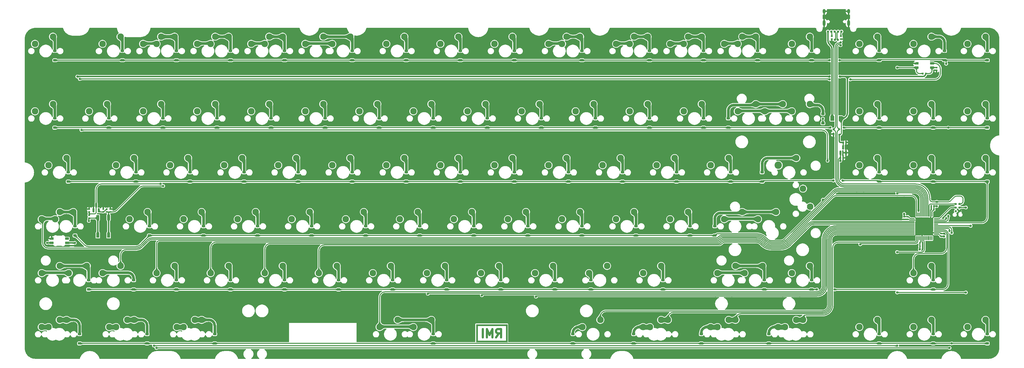
<source format=gbr>
%TF.GenerationSoftware,KiCad,Pcbnew,8.0.4*%
%TF.CreationDate,2024-07-23T18:50:18+08:00*%
%TF.ProjectId,X88C,58383843-2e6b-4696-9361-645f70636258,rev?*%
%TF.SameCoordinates,Original*%
%TF.FileFunction,Copper,L2,Bot*%
%TF.FilePolarity,Positive*%
%FSLAX46Y46*%
G04 Gerber Fmt 4.6, Leading zero omitted, Abs format (unit mm)*
G04 Created by KiCad (PCBNEW 8.0.4) date 2024-07-23 18:50:18*
%MOMM*%
%LPD*%
G01*
G04 APERTURE LIST*
G04 Aperture macros list*
%AMRoundRect*
0 Rectangle with rounded corners*
0 $1 Rounding radius*
0 $2 $3 $4 $5 $6 $7 $8 $9 X,Y pos of 4 corners*
0 Add a 4 corners polygon primitive as box body*
4,1,4,$2,$3,$4,$5,$6,$7,$8,$9,$2,$3,0*
0 Add four circle primitives for the rounded corners*
1,1,$1+$1,$2,$3*
1,1,$1+$1,$4,$5*
1,1,$1+$1,$6,$7*
1,1,$1+$1,$8,$9*
0 Add four rect primitives between the rounded corners*
20,1,$1+$1,$2,$3,$4,$5,0*
20,1,$1+$1,$4,$5,$6,$7,0*
20,1,$1+$1,$6,$7,$8,$9,0*
20,1,$1+$1,$8,$9,$2,$3,0*%
%AMFreePoly0*
4,1,18,-0.410000,0.593000,-0.403758,0.624380,-0.385983,0.650983,-0.359380,0.668758,-0.328000,0.675000,0.328000,0.675000,0.359380,0.668758,0.385983,0.650983,0.403758,0.624380,0.410000,0.593000,0.410000,-0.593000,0.403758,-0.624380,0.385983,-0.650983,0.359380,-0.668758,0.328000,-0.675000,0.000000,-0.675000,-0.410000,-0.265000,-0.410000,0.593000,-0.410000,0.593000,$1*%
G04 Aperture macros list end*
%ADD10C,0.750000*%
%TA.AperFunction,NonConductor*%
%ADD11C,0.750000*%
%TD*%
%TA.AperFunction,EtchedComponent*%
%ADD12C,0.100000*%
%TD*%
%TA.AperFunction,ComponentPad*%
%ADD13C,2.300000*%
%TD*%
%TA.AperFunction,ComponentPad*%
%ADD14O,1.000000X2.100000*%
%TD*%
%TA.AperFunction,ComponentPad*%
%ADD15O,1.000000X1.600000*%
%TD*%
%TA.AperFunction,ComponentPad*%
%ADD16C,2.600000*%
%TD*%
%TA.AperFunction,SMDPad,CuDef*%
%ADD17RoundRect,0.225000X0.375000X-0.225000X0.375000X0.225000X-0.375000X0.225000X-0.375000X-0.225000X0*%
%TD*%
%TA.AperFunction,SMDPad,CuDef*%
%ADD18RoundRect,0.075000X0.075000X-0.662500X0.075000X0.662500X-0.075000X0.662500X-0.075000X-0.662500X0*%
%TD*%
%TA.AperFunction,SMDPad,CuDef*%
%ADD19RoundRect,0.075000X0.662500X-0.075000X0.662500X0.075000X-0.662500X0.075000X-0.662500X-0.075000X0*%
%TD*%
%TA.AperFunction,SMDPad,CuDef*%
%ADD20RoundRect,0.135000X-0.185000X0.135000X-0.185000X-0.135000X0.185000X-0.135000X0.185000X0.135000X0*%
%TD*%
%TA.AperFunction,SMDPad,CuDef*%
%ADD21RoundRect,0.135000X-0.135000X-0.185000X0.135000X-0.185000X0.135000X0.185000X-0.135000X0.185000X0*%
%TD*%
%TA.AperFunction,SMDPad,CuDef*%
%ADD22RoundRect,0.140000X0.140000X0.170000X-0.140000X0.170000X-0.140000X-0.170000X0.140000X-0.170000X0*%
%TD*%
%TA.AperFunction,SMDPad,CuDef*%
%ADD23R,1.000000X1.700000*%
%TD*%
%TA.AperFunction,SMDPad,CuDef*%
%ADD24RoundRect,0.082000X-0.593000X0.328000X-0.593000X-0.328000X0.593000X-0.328000X0.593000X0.328000X0*%
%TD*%
%TA.AperFunction,SMDPad,CuDef*%
%ADD25FreePoly0,270.000000*%
%TD*%
%TA.AperFunction,SMDPad,CuDef*%
%ADD26RoundRect,0.140000X-0.170000X0.140000X-0.170000X-0.140000X0.170000X-0.140000X0.170000X0.140000X0*%
%TD*%
%TA.AperFunction,SMDPad,CuDef*%
%ADD27RoundRect,0.150000X0.150000X-0.587500X0.150000X0.587500X-0.150000X0.587500X-0.150000X-0.587500X0*%
%TD*%
%TA.AperFunction,SMDPad,CuDef*%
%ADD28RoundRect,0.140000X0.170000X-0.140000X0.170000X0.140000X-0.170000X0.140000X-0.170000X-0.140000X0*%
%TD*%
%TA.AperFunction,SMDPad,CuDef*%
%ADD29RoundRect,0.175000X-0.175000X-0.325000X0.175000X-0.325000X0.175000X0.325000X-0.175000X0.325000X0*%
%TD*%
%TA.AperFunction,SMDPad,CuDef*%
%ADD30RoundRect,0.150000X-0.200000X-0.150000X0.200000X-0.150000X0.200000X0.150000X-0.200000X0.150000X0*%
%TD*%
%TA.AperFunction,ConnectorPad*%
%ADD31C,0.787400*%
%TD*%
%TA.AperFunction,SMDPad,CuDef*%
%ADD32RoundRect,0.140000X-0.140000X-0.170000X0.140000X-0.170000X0.140000X0.170000X-0.140000X0.170000X0*%
%TD*%
%TA.AperFunction,SMDPad,CuDef*%
%ADD33RoundRect,0.135000X0.185000X-0.135000X0.185000X0.135000X-0.185000X0.135000X-0.185000X-0.135000X0*%
%TD*%
%TA.AperFunction,SMDPad,CuDef*%
%ADD34RoundRect,0.250001X0.462499X0.624999X-0.462499X0.624999X-0.462499X-0.624999X0.462499X-0.624999X0*%
%TD*%
%TA.AperFunction,ViaPad*%
%ADD35C,0.800000*%
%TD*%
%TA.AperFunction,Conductor*%
%ADD36C,0.300000*%
%TD*%
%TA.AperFunction,Conductor*%
%ADD37C,0.375000*%
%TD*%
%TA.AperFunction,Conductor*%
%ADD38C,0.500000*%
%TD*%
%TA.AperFunction,Conductor*%
%ADD39C,0.900000*%
%TD*%
%TA.AperFunction,Conductor*%
%ADD40C,1.200000*%
%TD*%
%TA.AperFunction,Conductor*%
%ADD41C,1.524000*%
%TD*%
G04 APERTURE END LIST*
D10*
D11*
X158662499Y-101098857D02*
X159662499Y-99670285D01*
X160376785Y-101098857D02*
X160376785Y-98098857D01*
X160376785Y-98098857D02*
X159233928Y-98098857D01*
X159233928Y-98098857D02*
X158948213Y-98241714D01*
X158948213Y-98241714D02*
X158805356Y-98384571D01*
X158805356Y-98384571D02*
X158662499Y-98670285D01*
X158662499Y-98670285D02*
X158662499Y-99098857D01*
X158662499Y-99098857D02*
X158805356Y-99384571D01*
X158805356Y-99384571D02*
X158948213Y-99527428D01*
X158948213Y-99527428D02*
X159233928Y-99670285D01*
X159233928Y-99670285D02*
X160376785Y-99670285D01*
X157376785Y-101098857D02*
X157376785Y-98098857D01*
X157376785Y-98098857D02*
X156376785Y-100241714D01*
X156376785Y-100241714D02*
X155376785Y-98098857D01*
X155376785Y-98098857D02*
X155376785Y-101098857D01*
X153948214Y-101098857D02*
X153948214Y-98098857D01*
D12*
%TO.C,G1*%
X162662500Y-97000000D02*
X151662500Y-97000000D01*
X151662500Y-96500000D01*
X162662500Y-96500000D01*
X162662500Y-97000000D01*
%TA.AperFunction,EtchedComponent*%
G36*
X162662500Y-97000000D02*
G01*
X151662500Y-97000000D01*
X151662500Y-96500000D01*
X162662500Y-96500000D01*
X162662500Y-97000000D01*
G37*
%TD.AperFunction*%
X152162500Y-102250000D02*
X151662500Y-102250000D01*
X151662500Y-97000000D01*
X152162500Y-97000000D01*
X152162500Y-102250000D01*
%TA.AperFunction,EtchedComponent*%
G36*
X152162500Y-102250000D02*
G01*
X151662500Y-102250000D01*
X151662500Y-97000000D01*
X152162500Y-97000000D01*
X152162500Y-102250000D01*
G37*
%TD.AperFunction*%
X162662500Y-102750000D02*
X151662500Y-102750000D01*
X151662500Y-102250000D01*
X162662500Y-102250000D01*
X162662500Y-102750000D01*
%TA.AperFunction,EtchedComponent*%
G36*
X162662500Y-102750000D02*
G01*
X151662500Y-102750000D01*
X151662500Y-102250000D01*
X162662500Y-102250000D01*
X162662500Y-102750000D01*
G37*
%TD.AperFunction*%
X162662500Y-102250000D02*
X162162500Y-102250000D01*
X162162500Y-97000000D01*
X162662500Y-97000000D01*
X162662500Y-102250000D01*
%TA.AperFunction,EtchedComponent*%
G36*
X162662500Y-102250000D02*
G01*
X162162500Y-102250000D01*
X162162500Y-97000000D01*
X162662500Y-97000000D01*
X162662500Y-102250000D01*
G37*
%TD.AperFunction*%
%TD*%
D13*
%TO.P,MX104,1,1*%
%TO.N,Net-(D88-A)*%
X234315000Y-97472500D03*
%TO.P,MX104,2,2*%
%TO.N,PA3*%
X240665000Y-94932500D03*
%TD*%
%TO.P,MX15,1,1*%
%TO.N,PA1*%
X286702500Y2540000D03*
%TO.P,MX15,2,2*%
%TO.N,Net-(D16-A)*%
X293052500Y5080000D03*
%TD*%
%TO.P,MX35,1,1*%
%TO.N,PB2*%
X91440000Y-21272500D03*
%TO.P,MX35,2,2*%
%TO.N,Net-(D24-A)*%
X97790000Y-18732500D03*
%TD*%
%TO.P,MX53,1,1*%
%TO.N,PB2*%
X100965000Y-40322500D03*
%TO.P,MX53,2,2*%
%TO.N,Net-(D41-A)*%
X107315000Y-37782500D03*
%TD*%
%TO.P,MX78,1,1*%
%TO.N,PA3*%
X250983750Y-59372500D03*
%TO.P,MX78,2,2*%
%TO.N,Net-(D65-A)*%
X257333750Y-56832500D03*
%TD*%
%TO.P,MX5,1,1*%
%TO.N,PB10*%
X77152500Y2540000D03*
%TO.P,MX5,2,2*%
%TO.N,Net-(D6-A)*%
X83502500Y5080000D03*
%TD*%
%TO.P,MX89,1,1*%
%TO.N,PA7*%
X153352500Y-78422500D03*
%TO.P,MX89,2,2*%
%TO.N,Net-(D75-A)*%
X159702500Y-75882500D03*
%TD*%
%TO.P,MX7,1,1*%
%TO.N,PB1*%
X120015000Y2540000D03*
%TO.P,MX7,2,2*%
%TO.N,Net-(D8-A)*%
X126365000Y5080000D03*
%TD*%
%TO.P,MX115,1,1*%
%TO.N,Net-(D88-A)*%
X236696250Y-97472500D03*
%TO.P,MX115,2,2*%
%TO.N,PA3*%
X243046250Y-94932500D03*
%TD*%
%TO.P,MX109,1,1*%
%TO.N,PA9*%
X-1428750Y-97472500D03*
%TO.P,MX109,2,2*%
%TO.N,Net-(D82-A)*%
X4921250Y-94932500D03*
%TD*%
%TO.P,MX54,1,1*%
%TO.N,PB1*%
X120015000Y-40322500D03*
%TO.P,MX54,2,2*%
%TO.N,Net-(D42-A)*%
X126365000Y-37782500D03*
%TD*%
%TO.P,MX68,1,1*%
%TO.N,PB12*%
X48577500Y-59372500D03*
%TO.P,MX68,2,2*%
%TO.N,Net-(D55-A)*%
X54927500Y-56832500D03*
%TD*%
%TO.P,MX116,1,1*%
%TO.N,Net-(D89-A)*%
X260508750Y-97472500D03*
%TO.P,MX116,2,2*%
%TO.N,PA2*%
X266858750Y-94932500D03*
%TD*%
%TO.P,MX6,1,1*%
%TO.N,PB2*%
X100965000Y2540000D03*
%TO.P,MX6,2,2*%
%TO.N,Net-(D7-A)*%
X107315000Y5080000D03*
%TD*%
%TO.P,MX94,1,1*%
%TO.N,PB9*%
X305752500Y-78422500D03*
%TO.P,MX94,2,2*%
%TO.N,Net-(D81-A)*%
X312102500Y-75882500D03*
%TD*%
%TO.P,MX81,1,1*%
%TO.N,PA3*%
X239077500Y-59372500D03*
%TO.P,MX81,2,2*%
%TO.N,Net-(D65-A)*%
X245427500Y-56832500D03*
%TD*%
%TO.P,MX19,1,1*%
%TO.N,PB11*%
X53340000Y2540000D03*
%TO.P,MX19,2,2*%
%TO.N,Net-(D5-A)*%
X59690000Y5080000D03*
%TD*%
%TO.P,MX28,1,1*%
%TO.N,PA3*%
X243840000Y2540000D03*
%TO.P,MX28,2,2*%
%TO.N,Net-(D14-A)*%
X250190000Y5080000D03*
%TD*%
%TO.P,MX108,1,1*%
%TO.N,PB6*%
X324802500Y-97472500D03*
%TO.P,MX108,2,2*%
%TO.N,Net-(D92-A)*%
X331152500Y-94932500D03*
%TD*%
%TO.P,MX9,1,1*%
%TO.N,PA7*%
X158115000Y2540000D03*
%TO.P,MX9,2,2*%
%TO.N,Net-(D10-A)*%
X164465000Y5080000D03*
%TD*%
%TO.P,MX17,1,1*%
%TO.N,PB6*%
X324802500Y2540000D03*
%TO.P,MX17,2,2*%
%TO.N,Net-(D18-A)*%
X331152500Y5080000D03*
%TD*%
%TO.P,MX42,1,1*%
%TO.N,PA3*%
X224790000Y-21272500D03*
%TO.P,MX42,2,2*%
%TO.N,Net-(D31-A)*%
X231140000Y-18732500D03*
%TD*%
%TO.P,MX82,1,1*%
%TO.N,PA9*%
X8096250Y-78422500D03*
%TO.P,MX82,2,2*%
%TO.N,Net-(D67-A)*%
X14446250Y-75882500D03*
%TD*%
%TO.P,MX88,1,1*%
%TO.N,PB0*%
X134302500Y-78422500D03*
%TO.P,MX88,2,2*%
%TO.N,Net-(D74-A)*%
X140652500Y-75882500D03*
%TD*%
%TO.P,MX113,1,1*%
%TO.N,Net-(D86-A)*%
X189071250Y-97472500D03*
%TO.P,MX113,2,2*%
%TO.N,PA5*%
X195421250Y-94932500D03*
%TD*%
%TO.P,MX34,1,1*%
%TO.N,PB10*%
X72390000Y-21272500D03*
%TO.P,MX34,2,2*%
%TO.N,Net-(D23-A)*%
X78740000Y-18732500D03*
%TD*%
%TO.P,MX92,1,1*%
%TO.N,PA4*%
X210502500Y-78422500D03*
%TO.P,MX92,2,2*%
%TO.N,Net-(D78-A)*%
X216852500Y-75882500D03*
%TD*%
%TO.P,MX4,1,1*%
%TO.N,PB11*%
X58102500Y2540000D03*
%TO.P,MX4,2,2*%
%TO.N,Net-(D5-A)*%
X64452500Y5080000D03*
%TD*%
%TO.P,MX52,1,1*%
%TO.N,PB10*%
X81915000Y-40322500D03*
%TO.P,MX52,2,2*%
%TO.N,Net-(D40-A)*%
X88265000Y-37782500D03*
%TD*%
%TO.P,MX37,1,1*%
%TO.N,PB0*%
X129540000Y-21272500D03*
%TO.P,MX37,2,2*%
%TO.N,Net-(D26-A)*%
X135890000Y-18732500D03*
%TD*%
%TO.P,MX85,1,1*%
%TO.N,PB10*%
X77152500Y-78422500D03*
%TO.P,MX85,2,2*%
%TO.N,Net-(D71-A)*%
X83502500Y-75882500D03*
%TD*%
%TO.P,MX25,1,1*%
%TO.N,PA6*%
X177165000Y2540000D03*
%TO.P,MX25,2,2*%
%TO.N,Net-(D11-A)*%
X183515000Y5080000D03*
%TD*%
%TO.P,MX18,1,1*%
%TO.N,PB12*%
X34290000Y2540000D03*
%TO.P,MX18,2,2*%
%TO.N,Net-(D4-A)*%
X40640000Y5080000D03*
%TD*%
%TO.P,MX100,1,1*%
%TO.N,PA8*%
X24765000Y-97472500D03*
%TO.P,MX100,2,2*%
%TO.N,Net-(D83-A)*%
X31115000Y-94932500D03*
%TD*%
%TO.P,MX38,1,1*%
%TO.N,PA7*%
X148590000Y-21272500D03*
%TO.P,MX38,2,2*%
%TO.N,Net-(D27-A)*%
X154940000Y-18732500D03*
%TD*%
%TO.P,MX31,1,1*%
%TO.N,PA8*%
X15240000Y-21272500D03*
%TO.P,MX31,2,2*%
%TO.N,Net-(D20-A)*%
X21590000Y-18732500D03*
%TD*%
%TO.P,MX106,1,1*%
%TO.N,PA1*%
X286702500Y-97472500D03*
%TO.P,MX106,2,2*%
%TO.N,Net-(D90-A)*%
X293052500Y-94932500D03*
%TD*%
%TO.P,MX12,1,1*%
%TO.N,PA4*%
X220027500Y2540000D03*
%TO.P,MX12,2,2*%
%TO.N,Net-(D13-A)*%
X226377500Y5080000D03*
%TD*%
%TO.P,MX72,1,1*%
%TO.N,PB1*%
X124777500Y-59372500D03*
%TO.P,MX72,2,2*%
%TO.N,Net-(D59-A)*%
X131127500Y-56832500D03*
%TD*%
%TO.P,MX74,1,1*%
%TO.N,PA7*%
X162877500Y-59372500D03*
%TO.P,MX74,2,2*%
%TO.N,Net-(D61-A)*%
X169227500Y-56832500D03*
%TD*%
%TO.P,MX90,1,1*%
%TO.N,PA6*%
X172402500Y-78422500D03*
%TO.P,MX90,2,2*%
%TO.N,Net-(D76-A)*%
X178752500Y-75882500D03*
%TD*%
%TO.P,MX10,1,1*%
%TO.N,PA6*%
X181927500Y2540000D03*
%TO.P,MX10,2,2*%
%TO.N,Net-(D11-A)*%
X188277500Y5080000D03*
%TD*%
%TO.P,MX87,1,1*%
%TO.N,PB1*%
X115252500Y-78422500D03*
%TO.P,MX87,2,2*%
%TO.N,Net-(D73-A)*%
X121602500Y-75882500D03*
%TD*%
%TO.P,MX64,1,1*%
%TO.N,PB6*%
X324802500Y-40322500D03*
%TO.P,MX64,2,2*%
%TO.N,Net-(D52-A)*%
X331152500Y-37782500D03*
%TD*%
%TO.P,MX2,1,1*%
%TO.N,PA8*%
X20002500Y2540000D03*
%TO.P,MX2,2,2*%
%TO.N,Net-(D3-A)*%
X26352500Y5080000D03*
%TD*%
%TO.P,MX70,1,1*%
%TO.N,PB10*%
X86677500Y-59372500D03*
%TO.P,MX70,2,2*%
%TO.N,Net-(D57-A)*%
X93027500Y-56832500D03*
%TD*%
%TO.P,MX76,1,1*%
%TO.N,PA5*%
X200977500Y-59372500D03*
%TO.P,MX76,2,2*%
%TO.N,Net-(D63-A)*%
X207327500Y-56832500D03*
%TD*%
%TO.P,MX45,1,1*%
%TO.N,PB9*%
X305752500Y-21272500D03*
%TO.P,MX45,2,2*%
%TO.N,Net-(D34-A)*%
X312102500Y-18732500D03*
%TD*%
%TO.P,MX16,1,1*%
%TO.N,PB9*%
X305752500Y2540000D03*
%TO.P,MX16,2,2*%
%TO.N,Net-(D17-A)*%
X312102500Y5080000D03*
%TD*%
%TO.P,MX48,1,1*%
%TO.N,PA9*%
X952500Y-40322500D03*
%TO.P,MX48,2,2*%
%TO.N,Net-(D36-A)*%
X7302500Y-37782500D03*
%TD*%
%TO.P,MX55,1,1*%
%TO.N,PB0*%
X139065000Y-40322500D03*
%TO.P,MX55,2,2*%
%TO.N,Net-(D43-A)*%
X145415000Y-37782500D03*
%TD*%
%TO.P,MX3,1,1*%
%TO.N,PB12*%
X39052500Y2540000D03*
%TO.P,MX3,2,2*%
%TO.N,Net-(D4-A)*%
X45402500Y5080000D03*
%TD*%
%TO.P,MX63,1,1*%
%TO.N,PB9*%
X305752500Y-40322500D03*
%TO.P,MX63,2,2*%
%TO.N,Net-(D51-A)*%
X312102500Y-37782500D03*
%TD*%
%TO.P,MX46,1,1*%
%TO.N,PB6*%
X324802500Y-21272500D03*
%TO.P,MX46,2,2*%
%TO.N,Net-(D35-A)*%
X331152500Y-18732500D03*
%TD*%
%TO.P,MX67,1,1*%
%TO.N,PA8*%
X29527500Y-59372500D03*
%TO.P,MX67,2,2*%
%TO.N,Net-(D54-A)*%
X35877500Y-56832500D03*
%TD*%
%TO.P,MX59,1,1*%
%TO.N,PA4*%
X215265000Y-40322500D03*
%TO.P,MX59,2,2*%
%TO.N,Net-(D47-A)*%
X221615000Y-37782500D03*
%TD*%
%TO.P,MX110,1,1*%
%TO.N,PA8*%
X22383750Y-97472500D03*
%TO.P,MX110,2,2*%
%TO.N,Net-(D83-A)*%
X28733750Y-94932500D03*
%TD*%
%TO.P,MX60,1,1*%
%TO.N,PA3*%
X234315000Y-40322500D03*
%TO.P,MX60,2,2*%
%TO.N,Net-(D48-A)*%
X240665000Y-37782500D03*
%TD*%
%TO.P,MX32,1,1*%
%TO.N,PB12*%
X34290000Y-21272500D03*
%TO.P,MX32,2,2*%
%TO.N,Net-(D21-A)*%
X40640000Y-18732500D03*
%TD*%
%TO.P,MX97,1,1*%
%TO.N,PA3*%
X236696250Y-78422500D03*
%TO.P,MX97,2,2*%
%TO.N,Net-(D79-A)*%
X243046250Y-75882500D03*
%TD*%
%TO.P,MX51,1,1*%
%TO.N,PB11*%
X62865000Y-40322500D03*
%TO.P,MX51,2,2*%
%TO.N,Net-(D39-A)*%
X69215000Y-37782500D03*
%TD*%
%TO.P,MX112,1,1*%
%TO.N,PB1*%
X117633750Y-97472500D03*
%TO.P,MX112,2,2*%
%TO.N,Net-(D85-A)*%
X123983750Y-94932500D03*
%TD*%
%TO.P,MX84,1,1*%
%TO.N,PB11*%
X58102500Y-78422500D03*
%TO.P,MX84,2,2*%
%TO.N,Net-(D70-A)*%
X64452500Y-75882500D03*
%TD*%
%TO.P,MX75,1,1*%
%TO.N,PA6*%
X181927500Y-59372500D03*
%TO.P,MX75,2,2*%
%TO.N,Net-(D62-A)*%
X188277500Y-56832500D03*
%TD*%
%TO.P,MX96,1,1*%
%TO.N,Net-(D68-A)*%
X20002500Y-78422500D03*
%TO.P,MX96,2,2*%
%TO.N,PA8*%
X26352500Y-75882500D03*
%TD*%
%TO.P,MX91,1,1*%
%TO.N,Net-(D77-A)*%
X191452500Y-78422500D03*
%TO.P,MX91,2,2*%
%TO.N,PA5*%
X197802500Y-75882500D03*
%TD*%
%TO.P,MX114,1,1*%
%TO.N,Net-(D87-A)*%
X212883750Y-97472500D03*
%TO.P,MX114,2,2*%
%TO.N,PA4*%
X219233750Y-94932500D03*
%TD*%
%TO.P,MX43,1,1*%
%TO.N,PA2*%
X253365000Y-21272500D03*
%TO.P,MX43,2,2*%
%TO.N,Net-(D32-A)*%
X259715000Y-18732500D03*
%TD*%
%TO.P,MX65,1,1*%
%TO.N,PA2*%
X266858750Y-48577500D03*
%TO.P,MX65,2,2*%
%TO.N,Net-(D49-A)*%
X269398750Y-54927500D03*
%TD*%
%TO.P,MX98,1,1*%
%TO.N,PA2*%
X262890000Y-78422500D03*
%TO.P,MX98,2,2*%
%TO.N,Net-(D80-A)*%
X269240000Y-75882500D03*
%TD*%
%TO.P,MX80,1,1*%
%TO.N,PA9*%
X3333750Y-59372500D03*
%TO.P,MX80,2,2*%
%TO.N,Net-(D53-A)*%
X9683750Y-56832500D03*
%TD*%
%TO.P,MX1,1,1*%
%TO.N,PA9*%
X-3810000Y2540000D03*
%TO.P,MX1,2,2*%
%TO.N,Net-(D2-A)*%
X2540000Y5080000D03*
%TD*%
%TO.P,MX41,1,1*%
%TO.N,PA4*%
X205740000Y-21272500D03*
%TO.P,MX41,2,2*%
%TO.N,Net-(D30-A)*%
X212090000Y-18732500D03*
%TD*%
%TO.P,MX66,1,1*%
%TO.N,PA9*%
X-1428750Y-59372500D03*
%TO.P,MX66,2,2*%
%TO.N,Net-(D53-A)*%
X4921250Y-56832500D03*
%TD*%
%TO.P,MX71,1,1*%
%TO.N,PB2*%
X105727500Y-59372500D03*
%TO.P,MX71,2,2*%
%TO.N,Net-(D58-A)*%
X112077500Y-56832500D03*
%TD*%
%TO.P,MX93,1,1*%
%TO.N,PA3*%
X246221250Y-78422500D03*
%TO.P,MX93,2,2*%
%TO.N,Net-(D79-A)*%
X252571250Y-75882500D03*
%TD*%
%TO.P,MX49,1,1*%
%TO.N,PA8*%
X24765000Y-40322500D03*
%TO.P,MX49,2,2*%
%TO.N,Net-(D37-A)*%
X31115000Y-37782500D03*
%TD*%
%TO.P,MX11,1,1*%
%TO.N,PA5*%
X200977500Y2540000D03*
%TO.P,MX11,2,2*%
%TO.N,Net-(D12-A)*%
X207327500Y5080000D03*
%TD*%
%TO.P,MX39,1,1*%
%TO.N,PA6*%
X167640000Y-21272500D03*
%TO.P,MX39,2,2*%
%TO.N,Net-(D28-A)*%
X173990000Y-18732500D03*
%TD*%
%TO.P,MX69,1,1*%
%TO.N,PB11*%
X67627500Y-59372500D03*
%TO.P,MX69,2,2*%
%TO.N,Net-(D56-A)*%
X73977500Y-56832500D03*
%TD*%
%TO.P,MX77,1,1*%
%TO.N,PA4*%
X220027500Y-59372500D03*
%TO.P,MX77,2,2*%
%TO.N,Net-(D64-A)*%
X226377500Y-56832500D03*
%TD*%
%TO.P,MX27,1,1*%
%TO.N,PA4*%
X224790000Y2540000D03*
%TO.P,MX27,2,2*%
%TO.N,Net-(D13-A)*%
X231140000Y5080000D03*
%TD*%
%TO.P,MX62,1,1*%
%TO.N,PA1*%
X286702500Y-40322500D03*
%TO.P,MX62,2,2*%
%TO.N,Net-(D50-A)*%
X293052500Y-37782500D03*
%TD*%
%TO.P,MX57,1,1*%
%TO.N,PA6*%
X177165000Y-40322500D03*
%TO.P,MX57,2,2*%
%TO.N,Net-(D45-A)*%
X183515000Y-37782500D03*
%TD*%
%TO.P,MX107,1,1*%
%TO.N,PB9*%
X305752500Y-97472500D03*
%TO.P,MX107,2,2*%
%TO.N,Net-(D91-A)*%
X312102500Y-94932500D03*
%TD*%
%TO.P,MX56,1,1*%
%TO.N,PA7*%
X158115000Y-40322500D03*
%TO.P,MX56,2,2*%
%TO.N,Net-(D44-A)*%
X164465000Y-37782500D03*
%TD*%
%TO.P,MX111,1,1*%
%TO.N,PB12*%
X46196250Y-97472500D03*
%TO.P,MX111,2,2*%
%TO.N,Net-(D84-A)*%
X52546250Y-94932500D03*
%TD*%
%TO.P,MX101,1,1*%
%TO.N,PB12*%
X48577500Y-97472500D03*
%TO.P,MX101,2,2*%
%TO.N,Net-(D84-A)*%
X54927500Y-94932500D03*
%TD*%
%TO.P,MX13,1,1*%
%TO.N,PA3*%
X239077500Y2540000D03*
%TO.P,MX13,2,2*%
%TO.N,Net-(D14-A)*%
X245427500Y5080000D03*
%TD*%
%TO.P,MX21,1,1*%
%TO.N,PB2*%
X91440000Y2540000D03*
%TO.P,MX21,2,2*%
%TO.N,Net-(D7-A)*%
X97790000Y5080000D03*
%TD*%
%TO.P,MX14,1,1*%
%TO.N,PA2*%
X262890000Y2540000D03*
%TO.P,MX14,2,2*%
%TO.N,Net-(D15-A)*%
X269240000Y5080000D03*
%TD*%
%TO.P,MX40,1,1*%
%TO.N,PA5*%
X186690000Y-21272500D03*
%TO.P,MX40,2,2*%
%TO.N,Net-(D29-A)*%
X193040000Y-18732500D03*
%TD*%
%TO.P,MX26,1,1*%
%TO.N,PA5*%
X205740000Y2540000D03*
%TO.P,MX26,2,2*%
%TO.N,Net-(D12-A)*%
X212090000Y5080000D03*
%TD*%
D14*
%TO.P,USB1,S1,SHIELD*%
%TO.N,GND*%
X282926250Y9870000D03*
D15*
X282926250Y14050000D03*
D14*
X274286250Y9870000D03*
D15*
X274286250Y14050000D03*
%TD*%
D13*
%TO.P,MX95,1,1*%
%TO.N,PA9*%
X-1428750Y-78422500D03*
%TO.P,MX95,2,2*%
%TO.N,Net-(D67-A)*%
X4921250Y-75882500D03*
%TD*%
%TO.P,MX50,1,1*%
%TO.N,PB12*%
X43815000Y-40322500D03*
%TO.P,MX50,2,2*%
%TO.N,Net-(D38-A)*%
X50165000Y-37782500D03*
%TD*%
%TO.P,MX44,1,1*%
%TO.N,PA1*%
X286702500Y-21272500D03*
%TO.P,MX44,2,2*%
%TO.N,Net-(D33-A)*%
X293052500Y-18732500D03*
%TD*%
%TO.P,MX58,1,1*%
%TO.N,PA5*%
X196215000Y-40322500D03*
%TO.P,MX58,2,2*%
%TO.N,Net-(D46-A)*%
X202565000Y-37782500D03*
%TD*%
%TO.P,MX8,1,1*%
%TO.N,PB0*%
X139065000Y2540000D03*
%TO.P,MX8,2,2*%
%TO.N,Net-(D9-A)*%
X145415000Y5080000D03*
%TD*%
%TO.P,MX99,1,1*%
%TO.N,PA9*%
X952500Y-97472500D03*
%TO.P,MX99,2,2*%
%TO.N,Net-(D82-A)*%
X7302500Y-94932500D03*
%TD*%
%TO.P,MX103,1,1*%
%TO.N,Net-(D87-A)*%
X210502500Y-97472500D03*
%TO.P,MX103,2,2*%
%TO.N,PA4*%
X216852500Y-94932500D03*
%TD*%
%TO.P,MX36,1,1*%
%TO.N,PB1*%
X110490000Y-21272500D03*
%TO.P,MX36,2,2*%
%TO.N,Net-(D25-A)*%
X116840000Y-18732500D03*
%TD*%
%TO.P,MX86,1,1*%
%TO.N,PB2*%
X96202500Y-78422500D03*
%TO.P,MX86,2,2*%
%TO.N,Net-(D72-A)*%
X102552500Y-75882500D03*
%TD*%
%TO.P,MX20,1,1*%
%TO.N,PB10*%
X72390000Y2540000D03*
%TO.P,MX20,2,2*%
%TO.N,Net-(D6-A)*%
X78740000Y5080000D03*
%TD*%
%TO.P,MX73,1,1*%
%TO.N,PB0*%
X143827500Y-59372500D03*
%TO.P,MX73,2,2*%
%TO.N,Net-(D60-A)*%
X150177500Y-56832500D03*
%TD*%
%TO.P,MX30,1,1*%
%TO.N,PA9*%
X-3810000Y-21272500D03*
%TO.P,MX30,2,2*%
%TO.N,Net-(D19-A)*%
X2540000Y-18732500D03*
%TD*%
%TO.P,MX47,1,1*%
%TO.N,PA2*%
X243840000Y-21272500D03*
%TO.P,MX47,2,2*%
%TO.N,Net-(D32-A)*%
X250190000Y-18732500D03*
%TD*%
%TO.P,MX105,1,1*%
%TO.N,Net-(D89-A)*%
X258127500Y-97472500D03*
%TO.P,MX105,2,2*%
%TO.N,PA2*%
X264477500Y-94932500D03*
%TD*%
%TO.P,MX33,1,1*%
%TO.N,PB11*%
X53340000Y-21272500D03*
%TO.P,MX33,2,2*%
%TO.N,Net-(D22-A)*%
X59690000Y-18732500D03*
%TD*%
D16*
%TO.P,MX61,1,1*%
%TO.N,PA2*%
X258127500Y-40322500D03*
D13*
%TO.P,MX61,2,2*%
%TO.N,Net-(D49-A)*%
X264477500Y-37782500D03*
%TD*%
%TO.P,MX83,1,1*%
%TO.N,PB12*%
X39052500Y-78422500D03*
%TO.P,MX83,2,2*%
%TO.N,Net-(D69-A)*%
X45402500Y-75882500D03*
%TD*%
%TO.P,MX79,1,1*%
%TO.N,PA2*%
X262890000Y-21272500D03*
%TO.P,MX79,2,2*%
%TO.N,Net-(D66-A)*%
X269240000Y-18732500D03*
%TD*%
%TO.P,MX102,1,1*%
%TO.N,PB1*%
X129540000Y-97472500D03*
%TO.P,MX102,2,2*%
%TO.N,Net-(D85-A)*%
X135890000Y-94932500D03*
%TD*%
D17*
%TO.P,D55,1,K*%
%TO.N,PA10*%
X55562500Y-65150000D03*
%TO.P,D55,2,A*%
%TO.N,Net-(D55-A)*%
X55562500Y-61850000D03*
%TD*%
%TO.P,D82,1,K*%
%TO.N,PB7*%
X11906250Y-103250000D03*
%TO.P,D82,2,A*%
%TO.N,Net-(D82-A)*%
X11906250Y-99950000D03*
%TD*%
%TO.P,D7,1,K*%
%TO.N,PA15*%
X107950000Y-3237500D03*
%TO.P,D7,2,A*%
%TO.N,Net-(D7-A)*%
X107950000Y62500D03*
%TD*%
%TO.P,D35,1,K*%
%TO.N,PB3*%
X331787500Y-27050000D03*
%TO.P,D35,2,A*%
%TO.N,Net-(D35-A)*%
X331787500Y-23750000D03*
%TD*%
D18*
%TO.P,U2,1,VBAT*%
%TO.N,unconnected-(U2-VBAT-Pad1)*%
X312312500Y-66075000D03*
%TO.P,U2,2,PC13*%
%TO.N,unconnected-(U2-PC13-Pad2)*%
X311812500Y-66075000D03*
%TO.P,U2,3,PC14*%
%TO.N,unconnected-(U2-PC14-Pad3)*%
X311312500Y-66075000D03*
%TO.P,U2,4,PC15*%
%TO.N,unconnected-(U2-PC15-Pad4)*%
X310812500Y-66075000D03*
%TO.P,U2,5,PF0*%
%TO.N,unconnected-(U2-PF0-Pad5)*%
X310312500Y-66075000D03*
%TO.P,U2,6,PF1*%
%TO.N,unconnected-(U2-PF1-Pad6)*%
X309812500Y-66075000D03*
%TO.P,U2,7,NRST*%
%TO.N,NRST*%
X309312500Y-66075000D03*
%TO.P,U2,8,VSSA*%
%TO.N,GND*%
X308812500Y-66075000D03*
%TO.P,U2,9,VDDA*%
%TO.N,+3V3*%
X308312500Y-66075000D03*
%TO.P,U2,10,PA0*%
%TO.N,unconnected-(U2-PA0-Pad10)*%
X307812500Y-66075000D03*
%TO.P,U2,11,PA1*%
%TO.N,PA1*%
X307312500Y-66075000D03*
%TO.P,U2,12,PA2*%
%TO.N,PA2*%
X306812500Y-66075000D03*
D19*
%TO.P,U2,13,PA3*%
%TO.N,PA3*%
X305400000Y-64662500D03*
%TO.P,U2,14,PA4*%
%TO.N,PA4*%
X305400000Y-64162500D03*
%TO.P,U2,15,PA5*%
%TO.N,PA5*%
X305400000Y-63662500D03*
%TO.P,U2,16,PA6*%
%TO.N,PA6*%
X305400000Y-63162500D03*
%TO.P,U2,17,PA7*%
%TO.N,PA7*%
X305400000Y-62662500D03*
%TO.P,U2,18,PB0*%
%TO.N,PB0*%
X305400000Y-62162500D03*
%TO.P,U2,19,PB1*%
%TO.N,PB1*%
X305400000Y-61662500D03*
%TO.P,U2,20,PB2*%
%TO.N,PB2*%
X305400000Y-61162500D03*
%TO.P,U2,21,PB10*%
%TO.N,PB10*%
X305400000Y-60662500D03*
%TO.P,U2,22,PB11*%
%TO.N,PB11*%
X305400000Y-60162500D03*
%TO.P,U2,23,VSS*%
%TO.N,GND*%
X305400000Y-59662500D03*
%TO.P,U2,24,VDD*%
%TO.N,+3V3*%
X305400000Y-59162500D03*
D18*
%TO.P,U2,25,PB12*%
%TO.N,PB12*%
X306812500Y-57750000D03*
%TO.P,U2,26,PB13*%
%TO.N,unconnected-(U2-PB13-Pad26)*%
X307312500Y-57750000D03*
%TO.P,U2,27,PB14*%
%TO.N,unconnected-(U2-PB14-Pad27)*%
X307812500Y-57750000D03*
%TO.P,U2,28,PB15*%
%TO.N,/RGB*%
X308312500Y-57750000D03*
%TO.P,U2,29,PA8*%
%TO.N,PA8*%
X308812500Y-57750000D03*
%TO.P,U2,30,PA9*%
%TO.N,PA9*%
X309312500Y-57750000D03*
%TO.P,U2,31,PA10*%
%TO.N,PA10*%
X309812500Y-57750000D03*
%TO.P,U2,32,PA11*%
%TO.N,D-*%
X310312500Y-57750000D03*
%TO.P,U2,33,PA12*%
%TO.N,D+*%
X310812500Y-57750000D03*
%TO.P,U2,34,PA13*%
%TO.N,SWDIO*%
X311312500Y-57750000D03*
%TO.P,U2,35,VSS*%
%TO.N,GND*%
X311812500Y-57750000D03*
%TO.P,U2,36,VDDIO2*%
%TO.N,+3V3*%
X312312500Y-57750000D03*
D19*
%TO.P,U2,37,PA14*%
%TO.N,SWCLK*%
X313725000Y-59162500D03*
%TO.P,U2,38,PA15*%
%TO.N,PA15*%
X313725000Y-59662500D03*
%TO.P,U2,39,PB3*%
%TO.N,PB3*%
X313725000Y-60162500D03*
%TO.P,U2,40,PB4*%
%TO.N,PB4*%
X313725000Y-60662500D03*
%TO.P,U2,41,PB5*%
%TO.N,unconnected-(U2-PB5-Pad41)*%
X313725000Y-61162500D03*
%TO.P,U2,42,PB6*%
%TO.N,PB6*%
X313725000Y-61662500D03*
%TO.P,U2,43,PB7*%
%TO.N,PB7*%
X313725000Y-62162500D03*
%TO.P,U2,44,BOOT0*%
%TO.N,BOOT0*%
X313725000Y-62662500D03*
%TO.P,U2,45,PB8*%
%TO.N,PB8*%
X313725000Y-63162500D03*
%TO.P,U2,46,PB9*%
%TO.N,PB9*%
X313725000Y-63662500D03*
%TO.P,U2,47,VSS*%
%TO.N,GND*%
X313725000Y-64162500D03*
%TO.P,U2,48,VDD*%
%TO.N,+3V3*%
X313725000Y-64662500D03*
%TD*%
D17*
%TO.P,D65,1,K*%
%TO.N,PA10*%
X235743750Y-65150000D03*
%TO.P,D65,2,A*%
%TO.N,Net-(D65-A)*%
X235743750Y-61850000D03*
%TD*%
%TO.P,D48,1,K*%
%TO.N,PB4*%
X241300000Y-46100000D03*
%TO.P,D48,2,A*%
%TO.N,Net-(D48-A)*%
X241300000Y-42800000D03*
%TD*%
%TO.P,D88,1,K*%
%TO.N,PB7*%
X230981250Y-103250000D03*
%TO.P,D88,2,A*%
%TO.N,Net-(D88-A)*%
X230981250Y-99950000D03*
%TD*%
%TO.P,D78,1,K*%
%TO.N,PB8*%
X217487500Y-84200000D03*
%TO.P,D78,2,A*%
%TO.N,Net-(D78-A)*%
X217487500Y-80900000D03*
%TD*%
%TO.P,D6,1,K*%
%TO.N,PA15*%
X84137500Y-3237500D03*
%TO.P,D6,2,A*%
%TO.N,Net-(D6-A)*%
X84137500Y62500D03*
%TD*%
%TO.P,D20,1,K*%
%TO.N,PB3*%
X22225000Y-27050000D03*
%TO.P,D20,2,A*%
%TO.N,Net-(D20-A)*%
X22225000Y-23750000D03*
%TD*%
D20*
%TO.P,RR2,1*%
%TO.N,GND*%
X22750000Y-55802500D03*
%TO.P,RR2,2*%
%TO.N,BOOT0*%
X22750000Y-56822500D03*
%TD*%
D21*
%TO.P,R3,1*%
%TO.N,/RGB*%
X309052500Y-7937500D03*
%TO.P,R3,2*%
%TO.N,+5V*%
X310072500Y-7937500D03*
%TD*%
D17*
%TO.P,D46,1,K*%
%TO.N,PB4*%
X203200000Y-46100000D03*
%TO.P,D46,2,A*%
%TO.N,Net-(D46-A)*%
X203200000Y-42800000D03*
%TD*%
%TO.P,D57,1,K*%
%TO.N,PA10*%
X93662500Y-65150000D03*
%TO.P,D57,2,A*%
%TO.N,Net-(D57-A)*%
X93662500Y-61850000D03*
%TD*%
%TO.P,D81,1,K*%
%TO.N,PB8*%
X312737500Y-84200000D03*
%TO.P,D81,2,A*%
%TO.N,Net-(D81-A)*%
X312737500Y-80900000D03*
%TD*%
%TO.P,D42,1,K*%
%TO.N,PB4*%
X127000000Y-46100000D03*
%TO.P,D42,2,A*%
%TO.N,Net-(D42-A)*%
X127000000Y-42800000D03*
%TD*%
%TO.P,D89,1,K*%
%TO.N,PB7*%
X254793750Y-103250000D03*
%TO.P,D89,2,A*%
%TO.N,Net-(D89-A)*%
X254793750Y-99950000D03*
%TD*%
%TO.P,D49,1,K*%
%TO.N,PB4*%
X252412500Y-46100000D03*
%TO.P,D49,2,A*%
%TO.N,Net-(D49-A)*%
X252412500Y-42800000D03*
%TD*%
%TO.P,D58,1,K*%
%TO.N,PA10*%
X112712500Y-65150000D03*
%TO.P,D58,2,A*%
%TO.N,Net-(D58-A)*%
X112712500Y-61850000D03*
%TD*%
%TO.P,D53,1,K*%
%TO.N,PA10*%
X10318750Y-65150000D03*
%TO.P,D53,2,A*%
%TO.N,Net-(D53-A)*%
X10318750Y-61850000D03*
%TD*%
%TO.P,D61,1,K*%
%TO.N,PA10*%
X169862500Y-65150000D03*
%TO.P,D61,2,A*%
%TO.N,Net-(D61-A)*%
X169862500Y-61850000D03*
%TD*%
%TO.P,D37,1,K*%
%TO.N,PB4*%
X31750000Y-46100000D03*
%TO.P,D37,2,A*%
%TO.N,Net-(D37-A)*%
X31750000Y-42800000D03*
%TD*%
D22*
%TO.P,C5,1*%
%TO.N,GND*%
X280980000Y-37725000D03*
%TO.P,C5,2*%
%TO.N,+3V3*%
X280020000Y-37725000D03*
%TD*%
D23*
%TO.P,SWR1,1,1*%
%TO.N,+3V3*%
X18340625Y-58762500D03*
X18340625Y-65062500D03*
%TO.P,SWR1,2,2*%
%TO.N,BOOT0*%
X22140625Y-58762500D03*
X22140625Y-65062500D03*
%TD*%
D17*
%TO.P,D76,1,K*%
%TO.N,PB8*%
X179387500Y-84200000D03*
%TO.P,D76,2,A*%
%TO.N,Net-(D76-A)*%
X179387500Y-80900000D03*
%TD*%
D24*
%TO.P,RGB2,1,VDD*%
%TO.N,+5V*%
X7487500Y-67742500D03*
%TO.P,RGB2,2,DOUT*%
%TO.N,unconnected-(RGB2-DOUT-Pad2)*%
X7487500Y-66242500D03*
%TO.P,RGB2,3,DIN*%
%TO.N,Net-(RGB1-DOUT)*%
X2037500Y-67742500D03*
D25*
%TO.P,RGB2,4,VSS*%
%TO.N,GND*%
X2037500Y-66242500D03*
%TD*%
D20*
%TO.P,R2,1*%
%TO.N,/CC1*%
X280193750Y5272500D03*
%TO.P,R2,2*%
%TO.N,GND*%
X280193750Y4252500D03*
%TD*%
D17*
%TO.P,D38,1,K*%
%TO.N,PB4*%
X50800000Y-46100000D03*
%TO.P,D38,2,A*%
%TO.N,Net-(D38-A)*%
X50800000Y-42800000D03*
%TD*%
%TO.P,D66,1,K*%
%TO.N,PA10*%
X273843750Y-25462500D03*
%TO.P,D66,2,A*%
%TO.N,Net-(D66-A)*%
X273843750Y-22162500D03*
%TD*%
%TO.P,D28,1,K*%
%TO.N,PB3*%
X174625000Y-27050000D03*
%TO.P,D28,2,A*%
%TO.N,Net-(D28-A)*%
X174625000Y-23750000D03*
%TD*%
D26*
%TO.P,C1,1*%
%TO.N,+3V3*%
X303750000Y-58476250D03*
%TO.P,C1,2*%
%TO.N,GND*%
X303750000Y-59436250D03*
%TD*%
D17*
%TO.P,D67,1,K*%
%TO.N,PB8*%
X15081250Y-84200000D03*
%TO.P,D67,2,A*%
%TO.N,Net-(D67-A)*%
X15081250Y-80900000D03*
%TD*%
%TO.P,D34,1,K*%
%TO.N,PB3*%
X312737500Y-27050000D03*
%TO.P,D34,2,A*%
%TO.N,Net-(D34-A)*%
X312737500Y-23750000D03*
%TD*%
D20*
%TO.P,R1,1*%
%TO.N,/CC2*%
X277018750Y5272500D03*
%TO.P,R1,2*%
%TO.N,GND*%
X277018750Y4252500D03*
%TD*%
D17*
%TO.P,D14,1,K*%
%TO.N,PA15*%
X250825000Y-3237500D03*
%TO.P,D14,2,A*%
%TO.N,Net-(D14-A)*%
X250825000Y62500D03*
%TD*%
D27*
%TO.P,QR1,1,G*%
%TO.N,Net-(QR1-G)*%
X18700000Y-56250000D03*
%TO.P,QR1,2,S*%
%TO.N,GND*%
X16800000Y-56250000D03*
%TO.P,QR1,3,D*%
%TO.N,NRST*%
X17750000Y-54375000D03*
%TD*%
D17*
%TO.P,D31,1,K*%
%TO.N,PB3*%
X231775000Y-27050000D03*
%TO.P,D31,2,A*%
%TO.N,Net-(D31-A)*%
X231775000Y-23750000D03*
%TD*%
%TO.P,D19,1,K*%
%TO.N,PB3*%
X3175000Y-27050000D03*
%TO.P,D19,2,A*%
%TO.N,Net-(D19-A)*%
X3175000Y-23750000D03*
%TD*%
D28*
%TO.P,C3,1*%
%TO.N,+3V3*%
X315500000Y-65436250D03*
%TO.P,C3,2*%
%TO.N,GND*%
X315500000Y-64476250D03*
%TD*%
D27*
%TO.P,U1,1,GND*%
%TO.N,GND*%
X281950000Y-35937500D03*
%TO.P,U1,2,VO*%
%TO.N,+3V3*%
X280050000Y-35937500D03*
%TO.P,U1,3,VI*%
%TO.N,+5V*%
X281000000Y-34062500D03*
%TD*%
D17*
%TO.P,D43,1,K*%
%TO.N,PB4*%
X146050000Y-46100000D03*
%TO.P,D43,2,A*%
%TO.N,Net-(D43-A)*%
X146050000Y-42800000D03*
%TD*%
%TO.P,D47,1,K*%
%TO.N,PB4*%
X222250000Y-46100000D03*
%TO.P,D47,2,A*%
%TO.N,Net-(D47-A)*%
X222250000Y-42800000D03*
%TD*%
%TO.P,D39,1,K*%
%TO.N,PB4*%
X69850000Y-46100000D03*
%TO.P,D39,2,A*%
%TO.N,Net-(D39-A)*%
X69850000Y-42800000D03*
%TD*%
%TO.P,D10,1,K*%
%TO.N,PA15*%
X165100000Y-3237500D03*
%TO.P,D10,2,A*%
%TO.N,Net-(D10-A)*%
X165100000Y62500D03*
%TD*%
%TO.P,D70,1,K*%
%TO.N,PB8*%
X65087500Y-84200000D03*
%TO.P,D70,2,A*%
%TO.N,Net-(D70-A)*%
X65087500Y-80900000D03*
%TD*%
%TO.P,D22,1,K*%
%TO.N,PB3*%
X60325000Y-27050000D03*
%TO.P,D22,2,A*%
%TO.N,Net-(D22-A)*%
X60325000Y-23750000D03*
%TD*%
%TO.P,D68,1,K*%
%TO.N,PB8*%
X30956250Y-84200000D03*
%TO.P,D68,2,A*%
%TO.N,Net-(D68-A)*%
X30956250Y-80900000D03*
%TD*%
%TO.P,D8,1,K*%
%TO.N,PA15*%
X127000000Y-3237500D03*
%TO.P,D8,2,A*%
%TO.N,Net-(D8-A)*%
X127000000Y62500D03*
%TD*%
%TO.P,D9,1,K*%
%TO.N,PA15*%
X146050000Y-3237500D03*
%TO.P,D9,2,A*%
%TO.N,Net-(D9-A)*%
X146050000Y62500D03*
%TD*%
%TO.P,D24,1,K*%
%TO.N,PB3*%
X98425000Y-27050000D03*
%TO.P,D24,2,A*%
%TO.N,Net-(D24-A)*%
X98425000Y-23750000D03*
%TD*%
%TO.P,D18,1,K*%
%TO.N,PA15*%
X331787500Y-3237500D03*
%TO.P,D18,2,A*%
%TO.N,Net-(D18-A)*%
X331787500Y62500D03*
%TD*%
D29*
%TO.P,D1,1,GND*%
%TO.N,GND*%
X277606250Y-29325000D03*
D30*
%TO.P,D1,2,I/O1*%
%TO.N,D-*%
X277606250Y-27625000D03*
%TO.P,D1,3,I/O2*%
%TO.N,D+*%
X279606250Y-27625000D03*
%TO.P,D1,4,VCC*%
%TO.N,+5V*%
X279606250Y-29525000D03*
%TD*%
D17*
%TO.P,D51,1,K*%
%TO.N,PB4*%
X312737500Y-46100000D03*
%TO.P,D51,2,A*%
%TO.N,Net-(D51-A)*%
X312737500Y-42800000D03*
%TD*%
%TO.P,D3,1,K*%
%TO.N,PA15*%
X26987500Y-3237500D03*
%TO.P,D3,2,A*%
%TO.N,Net-(D3-A)*%
X26987500Y62500D03*
%TD*%
%TO.P,D80,1,K*%
%TO.N,PB8*%
X269875000Y-84200000D03*
%TO.P,D80,2,A*%
%TO.N,Net-(D80-A)*%
X269875000Y-80900000D03*
%TD*%
%TO.P,D90,1,K*%
%TO.N,PB7*%
X293687500Y-103250000D03*
%TO.P,D90,2,A*%
%TO.N,Net-(D90-A)*%
X293687500Y-99950000D03*
%TD*%
%TO.P,D60,1,K*%
%TO.N,PA10*%
X150812500Y-65150000D03*
%TO.P,D60,2,A*%
%TO.N,Net-(D60-A)*%
X150812500Y-61850000D03*
%TD*%
%TO.P,D52,1,K*%
%TO.N,PB4*%
X331787500Y-46100000D03*
%TO.P,D52,2,A*%
%TO.N,Net-(D52-A)*%
X331787500Y-42800000D03*
%TD*%
%TO.P,D72,1,K*%
%TO.N,PB8*%
X103187500Y-84200000D03*
%TO.P,D72,2,A*%
%TO.N,Net-(D72-A)*%
X103187500Y-80900000D03*
%TD*%
%TO.P,D56,1,K*%
%TO.N,PA10*%
X74612500Y-65150000D03*
%TO.P,D56,2,A*%
%TO.N,Net-(D56-A)*%
X74612500Y-61850000D03*
%TD*%
%TO.P,D4,1,K*%
%TO.N,PA15*%
X46037500Y-3237500D03*
%TO.P,D4,2,A*%
%TO.N,Net-(D4-A)*%
X46037500Y62500D03*
%TD*%
D22*
%TO.P,C8,1*%
%TO.N,+3V3*%
X312980000Y-54706250D03*
%TO.P,C8,2*%
%TO.N,GND*%
X312020000Y-54706250D03*
%TD*%
D17*
%TO.P,D36,1,K*%
%TO.N,PB4*%
X7937500Y-46100000D03*
%TO.P,D36,2,A*%
%TO.N,Net-(D36-A)*%
X7937500Y-42800000D03*
%TD*%
%TO.P,D84,1,K*%
%TO.N,PB7*%
X59531250Y-103250000D03*
%TO.P,D84,2,A*%
%TO.N,Net-(D84-A)*%
X59531250Y-99950000D03*
%TD*%
%TO.P,D75,1,K*%
%TO.N,PB8*%
X160337500Y-84200000D03*
%TO.P,D75,2,A*%
%TO.N,Net-(D75-A)*%
X160337500Y-80900000D03*
%TD*%
D31*
%TO.P,J2,1,VCC*%
%TO.N,+3V3*%
X321945000Y-53980000D03*
%TO.P,J2,2,SWDIO*%
%TO.N,SWDIO*%
X320675000Y-53980000D03*
%TO.P,J2,3,~{RST}*%
%TO.N,NRST*%
X321945000Y-55250000D03*
%TO.P,J2,4,SWCLK*%
%TO.N,SWCLK*%
X320675000Y-55250000D03*
%TO.P,J2,5,GND*%
%TO.N,GND*%
X321945000Y-56520000D03*
%TO.P,J2,6,SWO*%
%TO.N,unconnected-(J2-SWO-Pad6)*%
X320675000Y-56520000D03*
%TD*%
D17*
%TO.P,D26,1,K*%
%TO.N,PB3*%
X136525000Y-27050000D03*
%TO.P,D26,2,A*%
%TO.N,Net-(D26-A)*%
X136525000Y-23750000D03*
%TD*%
%TO.P,D54,1,K*%
%TO.N,PA10*%
X36512500Y-65150000D03*
%TO.P,D54,2,A*%
%TO.N,Net-(D54-A)*%
X36512500Y-61850000D03*
%TD*%
D26*
%TO.P,C2,1*%
%TO.N,+3V3*%
X302500000Y-58476250D03*
%TO.P,C2,2*%
%TO.N,GND*%
X302500000Y-59436250D03*
%TD*%
D17*
%TO.P,D11,1,K*%
%TO.N,PA15*%
X188912500Y-3237500D03*
%TO.P,D11,2,A*%
%TO.N,Net-(D11-A)*%
X188912500Y62500D03*
%TD*%
%TO.P,D5,1,K*%
%TO.N,PA15*%
X65087500Y-3237500D03*
%TO.P,D5,2,A*%
%TO.N,Net-(D5-A)*%
X65087500Y62500D03*
%TD*%
%TO.P,D64,1,K*%
%TO.N,PA10*%
X227012500Y-65150000D03*
%TO.P,D64,2,A*%
%TO.N,Net-(D64-A)*%
X227012500Y-61850000D03*
%TD*%
%TO.P,D79,1,K*%
%TO.N,PB8*%
X253206250Y-84200000D03*
%TO.P,D79,2,A*%
%TO.N,Net-(D79-A)*%
X253206250Y-80900000D03*
%TD*%
%TO.P,D87,1,K*%
%TO.N,PB7*%
X207168750Y-103250000D03*
%TO.P,D87,2,A*%
%TO.N,Net-(D87-A)*%
X207168750Y-99950000D03*
%TD*%
D32*
%TO.P,C6,1*%
%TO.N,+3V3*%
X308020000Y-68956250D03*
%TO.P,C6,2*%
%TO.N,GND*%
X308980000Y-68956250D03*
%TD*%
D22*
%TO.P,C9,1*%
%TO.N,+3V3*%
X312980000Y-55956250D03*
%TO.P,C9,2*%
%TO.N,GND*%
X312020000Y-55956250D03*
%TD*%
D26*
%TO.P,CR1,1*%
%TO.N,Net-(QR1-G)*%
X21500000Y-55832500D03*
%TO.P,CR1,2*%
%TO.N,BOOT0*%
X21500000Y-56792500D03*
%TD*%
D17*
%TO.P,D85,1,K*%
%TO.N,PB7*%
X136525000Y-103250000D03*
%TO.P,D85,2,A*%
%TO.N,Net-(D85-A)*%
X136525000Y-99950000D03*
%TD*%
D32*
%TO.P,C7,1*%
%TO.N,+3V3*%
X308020000Y-67706250D03*
%TO.P,C7,2*%
%TO.N,GND*%
X308980000Y-67706250D03*
%TD*%
D17*
%TO.P,D30,1,K*%
%TO.N,PB3*%
X212725000Y-27050000D03*
%TO.P,D30,2,A*%
%TO.N,Net-(D30-A)*%
X212725000Y-23750000D03*
%TD*%
D28*
%TO.P,CR2,1*%
%TO.N,NRST*%
X15250000Y-56792500D03*
%TO.P,CR2,2*%
%TO.N,GND*%
X15250000Y-55832500D03*
%TD*%
D17*
%TO.P,D44,1,K*%
%TO.N,PB4*%
X165100000Y-46100000D03*
%TO.P,D44,2,A*%
%TO.N,Net-(D44-A)*%
X165100000Y-42800000D03*
%TD*%
%TO.P,D13,1,K*%
%TO.N,PA15*%
X231775000Y-3237500D03*
%TO.P,D13,2,A*%
%TO.N,Net-(D13-A)*%
X231775000Y62500D03*
%TD*%
D32*
%TO.P,C4,1*%
%TO.N,+5V*%
X281020000Y-32293750D03*
%TO.P,C4,2*%
%TO.N,GND*%
X281980000Y-32293750D03*
%TD*%
D17*
%TO.P,D92,1,K*%
%TO.N,PB7*%
X331787500Y-103250000D03*
%TO.P,D92,2,A*%
%TO.N,Net-(D92-A)*%
X331787500Y-99950000D03*
%TD*%
%TO.P,D69,1,K*%
%TO.N,PB8*%
X46037500Y-84200000D03*
%TO.P,D69,2,A*%
%TO.N,Net-(D69-A)*%
X46037500Y-80900000D03*
%TD*%
%TO.P,D91,1,K*%
%TO.N,PB7*%
X312737500Y-103250000D03*
%TO.P,D91,2,A*%
%TO.N,Net-(D91-A)*%
X312737500Y-99950000D03*
%TD*%
D26*
%TO.P,C10,1*%
%TO.N,+5V*%
X313895000Y-5830000D03*
%TO.P,C10,2*%
%TO.N,GND*%
X313895000Y-6790000D03*
%TD*%
%TO.P,C11,1*%
%TO.N,+5V*%
X9250000Y-67770000D03*
%TO.P,C11,2*%
%TO.N,GND*%
X9250000Y-68730000D03*
%TD*%
D17*
%TO.P,D2,1,K*%
%TO.N,PA15*%
X3175000Y-3237500D03*
%TO.P,D2,2,A*%
%TO.N,Net-(D2-A)*%
X3175000Y62500D03*
%TD*%
%TO.P,D32,1,K*%
%TO.N,PB3*%
X240506250Y-27050000D03*
%TO.P,D32,2,A*%
%TO.N,Net-(D32-A)*%
X240506250Y-23750000D03*
%TD*%
%TO.P,D73,1,K*%
%TO.N,PB8*%
X122237500Y-84200000D03*
%TO.P,D73,2,A*%
%TO.N,Net-(D73-A)*%
X122237500Y-80900000D03*
%TD*%
%TO.P,D21,1,K*%
%TO.N,PB3*%
X41275000Y-27050000D03*
%TO.P,D21,2,A*%
%TO.N,Net-(D21-A)*%
X41275000Y-23750000D03*
%TD*%
%TO.P,D15,1,K*%
%TO.N,PA15*%
X269875000Y-3237500D03*
%TO.P,D15,2,A*%
%TO.N,Net-(D15-A)*%
X269875000Y62500D03*
%TD*%
D33*
%TO.P,RR3,1*%
%TO.N,Net-(QR1-G)*%
X20250000Y-56822500D03*
%TO.P,RR3,2*%
%TO.N,GND*%
X20250000Y-55802500D03*
%TD*%
D17*
%TO.P,D71,1,K*%
%TO.N,PB8*%
X84137500Y-84200000D03*
%TO.P,D71,2,A*%
%TO.N,Net-(D71-A)*%
X84137500Y-80900000D03*
%TD*%
%TO.P,D27,1,K*%
%TO.N,PB3*%
X155575000Y-27050000D03*
%TO.P,D27,2,A*%
%TO.N,Net-(D27-A)*%
X155575000Y-23750000D03*
%TD*%
%TO.P,D16,1,K*%
%TO.N,PA15*%
X293687500Y-3237500D03*
%TO.P,D16,2,A*%
%TO.N,Net-(D16-A)*%
X293687500Y62500D03*
%TD*%
%TO.P,D41,1,K*%
%TO.N,PB4*%
X107950000Y-46100000D03*
%TO.P,D41,2,A*%
%TO.N,Net-(D41-A)*%
X107950000Y-42800000D03*
%TD*%
%TO.P,D50,1,K*%
%TO.N,PB4*%
X293687500Y-46100000D03*
%TO.P,D50,2,A*%
%TO.N,Net-(D50-A)*%
X293687500Y-42800000D03*
%TD*%
%TO.P,D83,1,K*%
%TO.N,PB7*%
X35718750Y-103250000D03*
%TO.P,D83,2,A*%
%TO.N,Net-(D83-A)*%
X35718750Y-99950000D03*
%TD*%
%TO.P,D23,1,K*%
%TO.N,PB3*%
X79375000Y-27050000D03*
%TO.P,D23,2,A*%
%TO.N,Net-(D23-A)*%
X79375000Y-23750000D03*
%TD*%
%TO.P,D77,1,K*%
%TO.N,PB8*%
X192087500Y-84200000D03*
%TO.P,D77,2,A*%
%TO.N,Net-(D77-A)*%
X192087500Y-80900000D03*
%TD*%
%TO.P,D86,1,K*%
%TO.N,PB7*%
X185737500Y-103250000D03*
%TO.P,D86,2,A*%
%TO.N,Net-(D86-A)*%
X185737500Y-99950000D03*
%TD*%
%TO.P,D17,1,K*%
%TO.N,PA15*%
X316706250Y-3237500D03*
%TO.P,D17,2,A*%
%TO.N,Net-(D17-A)*%
X316706250Y62500D03*
%TD*%
%TO.P,D29,1,K*%
%TO.N,PB3*%
X193675000Y-27050000D03*
%TO.P,D29,2,A*%
%TO.N,Net-(D29-A)*%
X193675000Y-23750000D03*
%TD*%
D33*
%TO.P,RR1,1*%
%TO.N,+3V3*%
X15250000Y-59020000D03*
%TO.P,RR1,2*%
%TO.N,NRST*%
X15250000Y-58000000D03*
%TD*%
D34*
%TO.P,F1,1*%
%TO.N,+5V*%
X280093750Y-23812500D03*
%TO.P,F1,2*%
%TO.N,VBUS*%
X277118750Y-23812500D03*
%TD*%
D17*
%TO.P,D40,1,K*%
%TO.N,PB4*%
X88900000Y-46100000D03*
%TO.P,D40,2,A*%
%TO.N,Net-(D40-A)*%
X88900000Y-42800000D03*
%TD*%
%TO.P,D12,1,K*%
%TO.N,PA15*%
X212725000Y-3237500D03*
%TO.P,D12,2,A*%
%TO.N,Net-(D12-A)*%
X212725000Y62500D03*
%TD*%
%TO.P,D74,1,K*%
%TO.N,PB8*%
X141287500Y-84200000D03*
%TO.P,D74,2,A*%
%TO.N,Net-(D74-A)*%
X141287500Y-80900000D03*
%TD*%
%TO.P,D59,1,K*%
%TO.N,PA10*%
X131762500Y-65150000D03*
%TO.P,D59,2,A*%
%TO.N,Net-(D59-A)*%
X131762500Y-61850000D03*
%TD*%
D24*
%TO.P,RGB1,1,VDD*%
%TO.N,+5V*%
X312287500Y-5830000D03*
%TO.P,RGB1,2,DOUT*%
%TO.N,Net-(RGB1-DOUT)*%
X312287500Y-4330000D03*
%TO.P,RGB1,3,DIN*%
%TO.N,/RGB*%
X306837500Y-5830000D03*
D25*
%TO.P,RGB1,4,VSS*%
%TO.N,GND*%
X306837500Y-4330000D03*
%TD*%
D17*
%TO.P,D45,1,K*%
%TO.N,PB4*%
X184150000Y-46100000D03*
%TO.P,D45,2,A*%
%TO.N,Net-(D45-A)*%
X184150000Y-42800000D03*
%TD*%
%TO.P,D62,1,K*%
%TO.N,PA10*%
X188912500Y-65150000D03*
%TO.P,D62,2,A*%
%TO.N,Net-(D62-A)*%
X188912500Y-61850000D03*
%TD*%
%TO.P,D33,1,K*%
%TO.N,PB3*%
X293687500Y-27050000D03*
%TO.P,D33,2,A*%
%TO.N,Net-(D33-A)*%
X293687500Y-23750000D03*
%TD*%
%TO.P,D63,1,K*%
%TO.N,PA10*%
X207962500Y-65150000D03*
%TO.P,D63,2,A*%
%TO.N,Net-(D63-A)*%
X207962500Y-61850000D03*
%TD*%
%TO.P,D25,1,K*%
%TO.N,PB3*%
X117475000Y-27050000D03*
%TO.P,D25,2,A*%
%TO.N,Net-(D25-A)*%
X117475000Y-23750000D03*
%TD*%
D35*
%TO.N,VBUS*%
X275606250Y6886812D03*
%TO.N,/CC1*%
X280406250Y6886812D03*
%TO.N,D-*%
X279206250Y6888894D03*
%TO.N,D+*%
X278006250Y6886812D03*
%TO.N,/CC2*%
X276806250Y6886812D03*
%TO.N,+3V3*%
X308000000Y-70000000D03*
X316500000Y-65436250D03*
X314000000Y-53250000D03*
X12537500Y-27887500D03*
X302500000Y-57500000D03*
X314000000Y-54750000D03*
X275500000Y-38750000D03*
X15175000Y-60000000D03*
X280000000Y-38750000D03*
%TO.N,GND*%
X279750000Y-2000000D03*
X327250000Y-59750000D03*
X169068750Y-105965625D03*
X299250000Y-45250000D03*
X323250000Y-59750000D03*
X288250000Y-44750000D03*
X285750000Y-50250000D03*
X41250000Y-67750000D03*
X281384375Y4252500D03*
X319000000Y-51250000D03*
X173831250Y-105965625D03*
X298750000Y-85250000D03*
X276500000Y-28250000D03*
X303750000Y-57500000D03*
X241750000Y-87250000D03*
X299000000Y-6750000D03*
X300000000Y-69750000D03*
X316500000Y-52250000D03*
X313895000Y-7750000D03*
X323250000Y-84250000D03*
X12750000Y-10750000D03*
X276000000Y-4500000D03*
X314000000Y-52000000D03*
X10000000Y-9750000D03*
X288250000Y-69000000D03*
X154750000Y-87000000D03*
X275750000Y-7750000D03*
X302500000Y-45250000D03*
X73818750Y-105965625D03*
X323250000Y-62500000D03*
X299000000Y-50250000D03*
X319000000Y-59000000D03*
X275750000Y-11000000D03*
X275431250Y-23812500D03*
X319500000Y-104250000D03*
X279750000Y1000000D03*
X281750000Y-26000000D03*
X307562500Y-56157954D03*
X280250000Y-42250000D03*
X13500000Y-28750000D03*
X323250000Y-56532500D03*
X299000000Y-102250000D03*
X12000000Y-8000000D03*
X277606250Y-30750000D03*
X192881250Y-105965625D03*
X278250000Y-85500000D03*
X307107500Y-59662500D03*
X285750000Y-44750000D03*
X266000000Y-90750000D03*
X272750000Y-52750000D03*
X42000000Y-64250000D03*
X173750000Y-87500000D03*
X278000000Y-46750000D03*
X152500000Y-86500000D03*
X133500000Y-86000000D03*
X324750000Y-86250000D03*
X14500000Y-70500000D03*
X300000000Y-4750000D03*
X277500000Y-44500000D03*
X42500000Y-47250000D03*
X288250000Y-65500000D03*
X261937500Y-39687500D03*
X10000000Y-28000000D03*
X316500000Y-54750000D03*
X277250000Y-26000000D03*
X300000000Y-51750000D03*
X34000000Y-48500000D03*
X301000000Y-6750000D03*
X283000000Y-32293750D03*
X281500000Y-11000000D03*
X280250000Y-40000000D03*
X46250000Y-105750000D03*
X301500000Y-105750000D03*
X288250000Y-50250000D03*
X500000Y-66250000D03*
X285750000Y-68500000D03*
X280250000Y-44500000D03*
X259750000Y-87250000D03*
X20250000Y-54952501D03*
X39500000Y-64250000D03*
X69056250Y-105965625D03*
X15250000Y-61250000D03*
X78581250Y-105965625D03*
X307000000Y-69000000D03*
X279750000Y-7750000D03*
X279750000Y-4500000D03*
X301000000Y-86250000D03*
X276000000Y-2000000D03*
X277500000Y-35500000D03*
X277500000Y-42250000D03*
X188118750Y-105965625D03*
X277500000Y-39750000D03*
X285750000Y-65500000D03*
X282000000Y-37725000D03*
X272750000Y-83250000D03*
X37500000Y-105000000D03*
X38250000Y-67250000D03*
X304750000Y-4250000D03*
X314000000Y-56000000D03*
X236000000Y-87250000D03*
X16750000Y-28750000D03*
X308812500Y-64737501D03*
X281750000Y-28250000D03*
X288250000Y-59250000D03*
X277500000Y-37750000D03*
X320000000Y-102250000D03*
X277500000Y-33250000D03*
X135750000Y-86500000D03*
X288250000Y-52000000D03*
X274750000Y-39750000D03*
X171500000Y-87000000D03*
X301000000Y-102250000D03*
X318500000Y-4250000D03*
X22750000Y-54952501D03*
X302500000Y-51750000D03*
X299000000Y-71750000D03*
X32250000Y-47750000D03*
X316250000Y-4500000D03*
X283500000Y-11250000D03*
X267493750Y-52387500D03*
X15250000Y-68250000D03*
X327250000Y-61750000D03*
X40500000Y-45250000D03*
X39500000Y-48500000D03*
X317500000Y-102250000D03*
X311812500Y-59087499D03*
X279500000Y-50250000D03*
X242000000Y-90750000D03*
X277018750Y3175000D03*
X320250000Y-63500000D03*
X285750000Y-59250000D03*
X315500000Y-66500000D03*
X320000000Y-65250000D03*
X278250000Y-83000000D03*
X274750000Y-50750000D03*
X12750000Y-66000000D03*
X285750000Y-52000000D03*
X265750000Y-87250000D03*
X319000000Y-56500000D03*
X265112500Y-42862500D03*
X298750000Y-105750000D03*
X281250000Y2500000D03*
X10250000Y-68750000D03*
X312387501Y-64162500D03*
%TO.N,+5V*%
X11112500Y-9000000D03*
X10250000Y-67750000D03*
X276256250Y-9000000D03*
X279750000Y-9000000D03*
%TO.N,BOOT0*%
X318500000Y-63512503D03*
X41393884Y-47650000D03*
X318500000Y-104837500D03*
X39000000Y-104837500D03*
%TO.N,NRST*%
X300000000Y-104087500D03*
X38100000Y-104037500D03*
X40481250Y-46900000D03*
X324250000Y-85250000D03*
X300000000Y-71000000D03*
X300000000Y-85250000D03*
X324250000Y-55250000D03*
%TO.N,D+*%
X278106250Y3968750D03*
X280093029Y2052587D03*
%TO.N,D-*%
X279106250Y3968750D03*
X280093029Y3052587D03*
%TO.N,PB4*%
X277556250Y-45732500D03*
X280758349Y-45741651D03*
%TO.N,PA10*%
X273843750Y-23812500D03*
X273843750Y-52500000D03*
%TO.N,PB3*%
X318037500Y-27050000D03*
X276500000Y-27050000D03*
X281250000Y-27050000D03*
X318037500Y-58250000D03*
%TO.N,PA7*%
X153657500Y-86250000D03*
%TO.N,PA6*%
X172707500Y-86750000D03*
%TO.N,PA15*%
X276206250Y-3237500D03*
X317287500Y-59000000D03*
X279656250Y-3237500D03*
X317287500Y-4500000D03*
%TO.N,PB6*%
X325918600Y-61750000D03*
%TO.N,PB0*%
X134607500Y-85750000D03*
%TO.N,PA1*%
X287007500Y-68250000D03*
%TO.N,PB8*%
X278000000Y-84200000D03*
X271750000Y-84200000D03*
%TO.N,/RGB*%
X300037500Y-5830000D03*
X300037500Y-50250000D03*
%TO.N,Net-(RGB1-DOUT)*%
X500000Y-67750000D03*
X276250000Y-10000000D03*
X11962500Y-9850000D03*
X283500000Y-10000000D03*
%TO.N,PB7*%
X319250000Y-64210603D03*
X319250000Y-103250000D03*
%TD*%
D36*
%TO.N,D-*%
X279206250Y6886812D02*
X279206250Y6888894D01*
%TO.N,D+*%
X278856250Y-15875000D02*
X278856250Y-26460786D01*
X279843029Y2302587D02*
X279356250Y2302587D01*
X280093029Y2052587D02*
X279843029Y2302587D01*
X279149143Y-27167893D02*
X279606250Y-27625000D01*
X278856250Y-26460786D02*
G75*
G03*
X279149147Y-27167889I999950J-14D01*
G01*
X278856250Y1802587D02*
X278856250Y-15875000D01*
X279356250Y2302587D02*
G75*
G03*
X278856313Y1802587I50J-499987D01*
G01*
%TO.N,D-*%
X278356250Y-15081250D02*
X278356250Y-26460786D01*
X278356250Y1802587D02*
X278356250Y-15081250D01*
X279843029Y2802587D02*
X279356250Y2802587D01*
X278063357Y-27167893D02*
X277606250Y-27625000D01*
X280093029Y3052587D02*
X279843029Y2802587D01*
X278356250Y-26460786D02*
G75*
G02*
X278063353Y-27167889I-999950J-14D01*
G01*
X279356250Y2802587D02*
G75*
G03*
X278356213Y1802587I-50J-999987D01*
G01*
D37*
%TO.N,+3V3*%
X308020000Y-69980000D02*
X308000000Y-70000000D01*
X15175000Y-59095000D02*
X15250000Y-59020000D01*
X312980000Y-54706250D02*
X313394379Y-54706250D01*
X240250000Y-27887500D02*
X12537500Y-27887500D01*
X308020000Y-68956250D02*
X308020000Y-69980000D01*
X313394379Y-54706250D02*
X313894379Y-54706250D01*
X315500000Y-65436250D02*
X316500000Y-65436250D01*
X280020000Y-38250000D02*
X280020000Y-38750000D01*
X280020000Y-38750000D02*
X280000000Y-38750000D01*
X273500000Y-27887500D02*
X240250000Y-27887500D01*
X311500000Y-52250000D02*
X311500000Y-51937500D01*
D36*
X308312500Y-67413750D02*
X308020000Y-67706250D01*
D37*
X280020000Y-37725000D02*
X280020000Y-38250000D01*
D36*
X315436250Y-65436250D02*
X315500000Y-65436250D01*
D37*
X302500000Y-58476250D02*
X302500000Y-57500000D01*
X322250000Y-53980000D02*
X321945000Y-53980000D01*
X18340625Y-59020000D02*
X18340625Y-58762500D01*
X320914214Y-51250000D02*
X322250000Y-51250000D01*
X15250000Y-59020000D02*
X18340625Y-59020000D01*
X280020000Y-38500000D02*
X280000000Y-38500000D01*
D36*
X312312500Y-56687500D02*
X312980000Y-56020000D01*
X313725000Y-64662500D02*
X314662500Y-64662500D01*
D37*
X318792893Y-52957107D02*
X320207107Y-51542893D01*
D36*
X303976250Y-58476250D02*
X303750000Y-58476250D01*
D38*
X18340625Y-58762500D02*
X18340625Y-65062500D01*
D36*
X304662500Y-59162500D02*
X303976250Y-58476250D01*
X308312500Y-66075000D02*
X308312500Y-67413750D01*
D37*
X308020000Y-67706250D02*
X308020000Y-68956250D01*
X314000000Y-53250000D02*
X312500000Y-53250000D01*
X275500000Y-38750000D02*
X275500000Y-29887500D01*
D36*
X314662500Y-64662500D02*
X315436250Y-65436250D01*
X305400000Y-59162500D02*
X304662500Y-59162500D01*
X312980000Y-56020000D02*
X312980000Y-55956250D01*
D37*
X279393750Y-44937500D02*
X279393750Y-38225000D01*
X15175000Y-60000000D02*
X15175000Y-59095000D01*
X279893750Y-37725000D02*
X280020000Y-37725000D01*
X280020000Y-38250000D02*
X280020000Y-38500000D01*
X314000000Y-53250000D02*
X318085786Y-53250000D01*
X280050000Y-35937500D02*
X280050000Y-37725000D01*
X323250000Y-52250000D02*
X323250000Y-52980000D01*
X302500000Y-58476250D02*
X303750000Y-58476250D01*
D36*
X312312500Y-57750000D02*
X312312500Y-56687500D01*
D37*
X312980000Y-54706250D02*
X312980000Y-55956250D01*
X306500000Y-46937500D02*
X281393750Y-46937500D01*
X279393750Y-38225000D02*
G75*
G02*
X279893750Y-37724950I500050J0D01*
G01*
X281393750Y-46937500D02*
G75*
G02*
X279393700Y-44937500I-50J2000000D01*
G01*
X313894379Y-54706250D02*
G75*
G02*
X314000006Y-54749994I21J-149350D01*
G01*
X323250000Y-52980000D02*
G75*
G02*
X322250000Y-53980000I-1000000J0D01*
G01*
X322250000Y-51250000D02*
G75*
G02*
X323250000Y-52250000I0J-1000000D01*
G01*
X311500000Y-51937500D02*
G75*
G03*
X306500000Y-46937500I-5000000J0D01*
G01*
X320914214Y-51250000D02*
G75*
G03*
X320207100Y-51542886I-14J-1000000D01*
G01*
X318792893Y-52957107D02*
G75*
G02*
X318085786Y-53249990I-707093J707107D01*
G01*
X314165977Y-53181250D02*
G75*
G03*
X314000007Y-53250007I23J-234750D01*
G01*
X312500000Y-53250000D02*
G75*
G02*
X311500000Y-52250000I0J1000000D01*
G01*
X273500000Y-27887500D02*
G75*
G02*
X275500000Y-29887500I0J-2000000D01*
G01*
%TO.N,GND*%
X500000Y-66242500D02*
X500000Y-66250000D01*
D36*
X311812500Y-56163750D02*
X312020000Y-55956250D01*
D37*
X308980000Y-67706250D02*
X308980000Y-68956250D01*
D36*
X313725000Y-64162500D02*
X312387501Y-64162500D01*
D37*
X321945000Y-56520000D02*
X323250000Y-56520000D01*
X312020000Y-54706250D02*
X312020000Y-55956250D01*
D36*
X305400000Y-59662500D02*
X307107500Y-59662500D01*
D37*
X302500000Y-59436250D02*
X303750000Y-59436250D01*
X22750000Y-55802500D02*
X22750000Y-54952501D01*
X277606250Y-29325000D02*
X277606250Y-30750000D01*
D36*
X305400000Y-59662500D02*
X304412500Y-59662500D01*
D37*
X323250000Y-56520000D02*
X323250000Y-56532500D01*
D36*
X304412500Y-59662500D02*
X304186250Y-59436250D01*
X315186250Y-64162500D02*
X315500000Y-64476250D01*
D37*
X313895000Y-6790000D02*
X313895000Y-7750000D01*
X304750000Y-4330000D02*
X304750000Y-4250000D01*
X10230000Y-68730000D02*
X10250000Y-68750000D01*
X9250000Y-68730000D02*
X10230000Y-68730000D01*
D36*
X311812500Y-57750000D02*
X311812500Y-56163750D01*
X308812500Y-67538750D02*
X308980000Y-67706250D01*
X308812500Y-66075000D02*
X308812500Y-64737501D01*
X311812500Y-57750000D02*
X311812500Y-59087499D01*
D37*
X281980000Y-32293750D02*
X283000000Y-32293750D01*
X20250000Y-55802500D02*
X20250000Y-54952501D01*
D36*
X308812500Y-66075000D02*
X308812500Y-67538750D01*
D37*
X2037500Y-66242500D02*
X500000Y-66242500D01*
D36*
X304186250Y-59436250D02*
X303750000Y-59436250D01*
D37*
X280193750Y4252500D02*
X281384375Y4252500D01*
X280980000Y-37725000D02*
X282000000Y-37725000D01*
X306837500Y-4330000D02*
X304750000Y-4330000D01*
D36*
X313725000Y-64162500D02*
X315186250Y-64162500D01*
D37*
X277018750Y4252500D02*
X277018750Y3175000D01*
%TO.N,+5V*%
X281020000Y-32293750D02*
X281020000Y-34062500D01*
D38*
X310072500Y-7937500D02*
X310072500Y-8000000D01*
X280106250Y-32293750D02*
X281020000Y-32293750D01*
X276256250Y-9000000D02*
X11112500Y-9000000D01*
X281500000Y-9000000D02*
X283500000Y-9000000D01*
D37*
X280343750Y-23812500D02*
X280343750Y-29025000D01*
X313895000Y-5830000D02*
X312287500Y-5830000D01*
D38*
X280500000Y-23812500D02*
X280093750Y-23812500D01*
X7487500Y-67742500D02*
X9222500Y-67742500D01*
X309072500Y-9000000D02*
X283500000Y-9000000D01*
D37*
X310072500Y-7937500D02*
X311287500Y-7937500D01*
D38*
X10230000Y-67770000D02*
X10250000Y-67750000D01*
X9250000Y-67770000D02*
X10230000Y-67770000D01*
X282500000Y-12000000D02*
X282500000Y-21812500D01*
D37*
X279843750Y-29525000D02*
X279606250Y-29525000D01*
D38*
X9222500Y-67742500D02*
X9250000Y-67770000D01*
D37*
X280093750Y-23812500D02*
X280343750Y-23812500D01*
D38*
X279606250Y-29525000D02*
X279606250Y-31793750D01*
X281500000Y-9000000D02*
X279750000Y-9000000D01*
X282500000Y-10000000D02*
X282500000Y-12000000D01*
X282500000Y-12000000D02*
X282500000Y-10000000D01*
D37*
X312287500Y-6937500D02*
X312287500Y-5830000D01*
X312287500Y-6937500D02*
G75*
G02*
X311287500Y-7937500I-1000000J0D01*
G01*
D38*
X282500000Y-10000000D02*
G75*
G03*
X281500000Y-9000000I-1000000J0D01*
G01*
X283500000Y-9000000D02*
G75*
G03*
X282500000Y-10000000I0J-1000000D01*
G01*
X279606250Y-31793750D02*
G75*
G03*
X280106250Y-32293750I500050J50D01*
G01*
X282500000Y-21812500D02*
G75*
G02*
X280500000Y-23812500I-2000000J0D01*
G01*
D37*
X280343750Y-29025000D02*
G75*
G02*
X279843750Y-29525050I-500050J0D01*
G01*
D38*
X309072500Y-9000000D02*
G75*
G03*
X310072500Y-8000000I0J1000000D01*
G01*
D37*
%TO.N,BOOT0*%
X21500000Y-56822500D02*
X21500000Y-56792500D01*
D36*
X41393884Y-47650000D02*
X34428427Y-47650000D01*
D38*
X22140625Y-58762500D02*
X22140625Y-65062500D01*
D36*
X313725000Y-62662500D02*
X315750000Y-62662500D01*
X300000000Y-104837500D02*
X318500000Y-104837500D01*
X300000000Y-104837500D02*
X39000000Y-104837500D01*
D37*
X22140625Y-58762500D02*
X22140625Y-57292500D01*
D36*
X23599073Y-56822500D02*
X22750000Y-56822500D01*
D37*
X22640625Y-56822500D02*
X22750000Y-56822500D01*
X22140625Y-58762500D02*
X22140625Y-57322500D01*
D36*
X33014213Y-48235787D02*
X25013286Y-56236714D01*
D37*
X21640625Y-56792500D02*
X21500000Y-56792500D01*
D36*
X318500000Y-63162500D02*
X318500000Y-63512503D01*
X315750000Y-62662500D02*
X318000000Y-62662500D01*
D37*
X22750000Y-56822500D02*
X21500000Y-56822500D01*
X22140625Y-57322500D02*
G75*
G02*
X22640625Y-56822525I499975J0D01*
G01*
D36*
X25013286Y-56236714D02*
G75*
G02*
X23599073Y-56822481I-1414186J1414214D01*
G01*
X33014213Y-48235787D02*
G75*
G02*
X34428427Y-47650019I1414187J-1414213D01*
G01*
D37*
X21640625Y-56792500D02*
G75*
G02*
X22140600Y-57292500I-25J-500000D01*
G01*
D36*
X318000000Y-62662500D02*
G75*
G02*
X318500000Y-63162500I0J-500000D01*
G01*
D37*
%TO.N,Net-(QR1-G)*%
X20250000Y-56822500D02*
X18700000Y-56822500D01*
X20410122Y-56822500D02*
X21400122Y-55832500D01*
X18700000Y-56822500D02*
X18700000Y-56250000D01*
X20250000Y-56822500D02*
X20410122Y-56822500D01*
X21400122Y-55832500D02*
X21500000Y-55832500D01*
D36*
%TO.N,NRST*%
X40481250Y-46900000D02*
X19750000Y-46900000D01*
D37*
X299825000Y-104087500D02*
X293500000Y-104087500D01*
X17250000Y-57500000D02*
X16500000Y-57500000D01*
D36*
X17750000Y-48900000D02*
X17750000Y-54375000D01*
D37*
X16500000Y-57500000D02*
X15750000Y-57500000D01*
X15250000Y-58000000D02*
X15250000Y-58000000D01*
D36*
X308610000Y-71000000D02*
X300000000Y-71000000D01*
X309458947Y-67178351D02*
X309463554Y-67182958D01*
X309312500Y-66075000D02*
X309312500Y-66824797D01*
D37*
X16500000Y-57500000D02*
X15750000Y-57500000D01*
X324250000Y-85250000D02*
X300000000Y-85250000D01*
X15250000Y-57000000D02*
X15250000Y-56792500D01*
D36*
X38100000Y-104087500D02*
X38100000Y-104037500D01*
D37*
X15250000Y-56792500D02*
X15250000Y-58000000D01*
D36*
X309610000Y-67536511D02*
X309610000Y-70000000D01*
D37*
X321945000Y-55250000D02*
X324250000Y-55250000D01*
D36*
X293500000Y-104087500D02*
X38100000Y-104087500D01*
D37*
X299825000Y-104087500D02*
X300000000Y-104087500D01*
X17750000Y-54375000D02*
X17750000Y-57000000D01*
D36*
X309610000Y-70000000D02*
G75*
G02*
X308610000Y-71000000I-1000000J0D01*
G01*
X309312500Y-66824797D02*
G75*
G03*
X309458946Y-67178352I500000J-3D01*
G01*
D37*
X15750000Y-57500000D02*
G75*
G03*
X15250000Y-58000000I0J-500000D01*
G01*
X15250000Y-57000000D02*
G75*
G03*
X15750000Y-57500000I500000J0D01*
G01*
D36*
X19750000Y-46900000D02*
G75*
G03*
X17750000Y-48900000I0J-2000000D01*
G01*
X309463554Y-67182958D02*
G75*
G02*
X309609992Y-67536511I-353554J-353542D01*
G01*
D37*
X17750000Y-57000000D02*
G75*
G02*
X17250000Y-57500000I-500000J0D01*
G01*
D36*
%TO.N,D+*%
X278006250Y6886812D02*
X278356250Y6536812D01*
X310812500Y-57750000D02*
X310812500Y-52000000D01*
X306312500Y-47500000D02*
X281356250Y-47500000D01*
X278356250Y4218750D02*
X278106250Y3968750D01*
X278356250Y6536812D02*
X278356250Y4218750D01*
X278856250Y-45000000D02*
X278856250Y-28789214D01*
X279149143Y-28082107D02*
X279606250Y-27625000D01*
X278856250Y-45000000D02*
G75*
G03*
X281356250Y-47499950I2499950J0D01*
G01*
X278856250Y-28789214D02*
G75*
G02*
X279149147Y-28082111I999950J14D01*
G01*
X306312500Y-47500000D02*
G75*
G02*
X310812500Y-52000000I0J-4500000D01*
G01*
%TO.N,D-*%
X306312500Y-48000000D02*
X281356250Y-48000000D01*
X278856250Y4218750D02*
X279106250Y3968750D01*
X310312500Y-57750000D02*
X310312500Y-52000000D01*
X278063357Y-28082107D02*
X277606250Y-27625000D01*
X278856250Y6536812D02*
X278856250Y4218750D01*
X278356250Y-45000000D02*
X278356250Y-28789214D01*
X279206250Y6886812D02*
X278856250Y6536812D01*
X281356250Y-48000000D02*
G75*
G02*
X278356300Y-45000000I50J3000000D01*
G01*
X306312500Y-48000000D02*
G75*
G02*
X310312500Y-52000000I0J-4000000D01*
G01*
X278356250Y-28789214D02*
G75*
G03*
X278063353Y-28082111I-999950J14D01*
G01*
D37*
%TO.N,PB4*%
X222250000Y-46100000D02*
X241300000Y-46100000D01*
X31750000Y-46100000D02*
X50800000Y-46100000D01*
X293687500Y-46100000D02*
X312737500Y-46100000D01*
X252412500Y-46100000D02*
X252667500Y-45845000D01*
X203200000Y-46100000D02*
X222250000Y-46100000D01*
X184150000Y-46100000D02*
X203200000Y-46100000D01*
X252780000Y-45732500D02*
X277556250Y-45732500D01*
D36*
X313725000Y-60662500D02*
X329787500Y-60662500D01*
D37*
X252412500Y-46100000D02*
X252780000Y-45732500D01*
X165100000Y-46100000D02*
X184150000Y-46100000D01*
X293432500Y-45845000D02*
X293687500Y-46100000D01*
X50800000Y-46100000D02*
X69850000Y-46100000D01*
X146050000Y-46100000D02*
X165100000Y-46100000D01*
X241300000Y-46100000D02*
X252412500Y-46100000D01*
X293329151Y-45741651D02*
X293687500Y-46100000D01*
X69850000Y-46100000D02*
X88900000Y-46100000D01*
X88900000Y-46100000D02*
X107950000Y-46100000D01*
X127000000Y-46100000D02*
X146050000Y-46100000D01*
X312737500Y-46100000D02*
X331787500Y-46100000D01*
X107950000Y-46100000D02*
X127000000Y-46100000D01*
X280758349Y-45741651D02*
X293329151Y-45741651D01*
D36*
X331787500Y-58662500D02*
X331787500Y-46100000D01*
D37*
X7937500Y-46100000D02*
X31750000Y-46100000D01*
D36*
X329787500Y-60662500D02*
G75*
G03*
X331787500Y-58662500I0J2000000D01*
G01*
D39*
%TO.N,Net-(D2-A)*%
X3175000Y4445000D02*
X2540000Y5080000D01*
X3175000Y62500D02*
X3175000Y4445000D01*
%TO.N,Net-(D3-A)*%
X26987500Y62500D02*
X26987500Y4445000D01*
X26987500Y4445000D02*
X26352500Y5080000D01*
%TO.N,Net-(D4-A)*%
X46037500Y4445000D02*
X45402500Y5080000D01*
X46037500Y62500D02*
X46037500Y4445000D01*
D40*
X40640000Y5080000D02*
X45402500Y5080000D01*
D39*
%TO.N,Net-(D5-A)*%
X65087500Y62500D02*
X65087500Y4445000D01*
X59690000Y5080000D02*
X64452500Y5080000D01*
X65087500Y4445000D02*
X64452500Y5080000D01*
%TO.N,Net-(D6-A)*%
X78740000Y5080000D02*
X83502500Y5080000D01*
X84137500Y62500D02*
X84137500Y4445000D01*
X84137500Y4445000D02*
X83502500Y5080000D01*
%TO.N,Net-(D7-A)*%
X97790000Y5080000D02*
X107315000Y5080000D01*
X107950000Y62500D02*
X107950000Y4445000D01*
X107950000Y4445000D02*
X107315000Y5080000D01*
%TO.N,Net-(D8-A)*%
X127000000Y62500D02*
X127000000Y4445000D01*
X127000000Y4445000D02*
X126365000Y5080000D01*
%TO.N,Net-(D9-A)*%
X146050000Y4445000D02*
X145415000Y5080000D01*
X146050000Y62500D02*
X146050000Y4445000D01*
%TO.N,Net-(D10-A)*%
X165100000Y62500D02*
X165100000Y4445000D01*
X165100000Y4445000D02*
X164465000Y5080000D01*
%TO.N,Net-(D11-A)*%
X188912500Y62500D02*
X188912500Y4445000D01*
X188912500Y4445000D02*
X188277500Y5080000D01*
X183515000Y5080000D02*
X188277500Y5080000D01*
%TO.N,Net-(D12-A)*%
X207327500Y5080000D02*
X212090000Y5080000D01*
X212725000Y4445000D02*
X212090000Y5080000D01*
X212725000Y62500D02*
X212725000Y4445000D01*
%TO.N,Net-(D13-A)*%
X231775000Y4445000D02*
X231140000Y5080000D01*
X226377500Y5080000D02*
X231140000Y5080000D01*
X231775000Y62500D02*
X231775000Y4445000D01*
%TO.N,Net-(D14-A)*%
X250825000Y62500D02*
X250825000Y4445000D01*
X245427500Y5080000D02*
X250190000Y5080000D01*
X250825000Y4445000D02*
X250190000Y5080000D01*
%TO.N,Net-(D15-A)*%
X269875000Y4445000D02*
X269240000Y5080000D01*
X269875000Y62500D02*
X269875000Y4445000D01*
%TO.N,Net-(D16-A)*%
X293687500Y4445000D02*
X293052500Y5080000D01*
X293687500Y62500D02*
X293687500Y4445000D01*
%TO.N,Net-(D17-A)*%
X316706250Y3080000D02*
X316706250Y62500D01*
X312102500Y5080000D02*
X314706250Y5080000D01*
X314706250Y5080000D02*
G75*
G02*
X316706300Y3080000I50J-2000000D01*
G01*
%TO.N,Net-(D18-A)*%
X331787500Y62500D02*
X331787500Y4445000D01*
X331787500Y4445000D02*
X331152500Y5080000D01*
D36*
%TO.N,PA10*%
X273250000Y-53500000D02*
X273843750Y-52906250D01*
X236807964Y-64500000D02*
X250367512Y-64500000D01*
X274500000Y-52250000D02*
X274250000Y-52500000D01*
D37*
X15053427Y-69056250D02*
X31777823Y-69056250D01*
D36*
X277371320Y-49378680D02*
X274500000Y-52250000D01*
D37*
X131762500Y-65150000D02*
X150812500Y-65150000D01*
D36*
X309812500Y-57750000D02*
X309812500Y-52000000D01*
D37*
X273843750Y-23812500D02*
X273843750Y-25462500D01*
D36*
X255767007Y-67000000D02*
X258921573Y-67000000D01*
X235743750Y-65150000D02*
X236100857Y-64792893D01*
X306312500Y-48500000D02*
X279492641Y-48500000D01*
D37*
X36512500Y-65150000D02*
X55562500Y-65150000D01*
D36*
X274250000Y-52500000D02*
X273843750Y-52500000D01*
D37*
X55562500Y-65150000D02*
X74612500Y-65150000D01*
X33192037Y-68470463D02*
X36512500Y-65150000D01*
D36*
X253903046Y-65964466D02*
X254352794Y-66414214D01*
D37*
X112712500Y-65150000D02*
X131762500Y-65150000D01*
D36*
X260335787Y-66414213D02*
X273250000Y-53500000D01*
X274500000Y-52250000D02*
X273250000Y-53500000D01*
D37*
X169862500Y-65150000D02*
X188912500Y-65150000D01*
X74612500Y-65150000D02*
X93662500Y-65150000D01*
X150812500Y-65150000D02*
X169862500Y-65150000D01*
X10318750Y-65150000D02*
X13639213Y-68470463D01*
D36*
X273843750Y-52906250D02*
X273843750Y-52500000D01*
D37*
X207962500Y-65150000D02*
X227012500Y-65150000D01*
X188912500Y-65150000D02*
X207962500Y-65150000D01*
X93662500Y-65150000D02*
X112712500Y-65150000D01*
X227012500Y-65150000D02*
X235743750Y-65150000D01*
D36*
X250367512Y-64500000D02*
G75*
G02*
X253903040Y-65964472I-12J-5000000D01*
G01*
X236807964Y-64500000D02*
G75*
G03*
X236100875Y-64792911I36J-1000000D01*
G01*
X306312500Y-48500000D02*
G75*
G02*
X309812500Y-52000000I0J-3500000D01*
G01*
D37*
X33192037Y-68470463D02*
G75*
G02*
X31777823Y-69056281I-1414237J1414163D01*
G01*
D36*
X254352794Y-66414214D02*
G75*
G03*
X255767007Y-66999995I1414206J1414214D01*
G01*
X260335787Y-66414213D02*
G75*
G02*
X258921573Y-66999981I-1414187J1414213D01*
G01*
D37*
X13639213Y-68470463D02*
G75*
G03*
X15053427Y-69056245I1414187J1414163D01*
G01*
D36*
X277371320Y-49378680D02*
G75*
G02*
X279492641Y-48500029I2121280J-2121320D01*
G01*
D39*
%TO.N,Net-(D19-A)*%
X3175000Y-19367500D02*
X2540000Y-18732500D01*
X3175000Y-23750000D02*
X3175000Y-19367500D01*
%TO.N,Net-(D20-A)*%
X22225000Y-23750000D02*
X22225000Y-19367500D01*
X22225000Y-19367500D02*
X21590000Y-18732500D01*
%TO.N,Net-(D21-A)*%
X41275000Y-23750000D02*
X41275000Y-19367500D01*
X41275000Y-19367500D02*
X40640000Y-18732500D01*
%TO.N,Net-(D22-A)*%
X60325000Y-19367500D02*
X59690000Y-18732500D01*
X60325000Y-23750000D02*
X60325000Y-19367500D01*
%TO.N,Net-(D23-A)*%
X79375000Y-19367500D02*
X78740000Y-18732500D01*
X79375000Y-23750000D02*
X79375000Y-19367500D01*
%TO.N,Net-(D24-A)*%
X98425000Y-19367500D02*
X97790000Y-18732500D01*
X98425000Y-23750000D02*
X98425000Y-19367500D01*
%TO.N,Net-(D25-A)*%
X117475000Y-19367500D02*
X116840000Y-18732500D01*
X117475000Y-23750000D02*
X117475000Y-19367500D01*
%TO.N,Net-(D26-A)*%
X136525000Y-23750000D02*
X136525000Y-19367500D01*
X136525000Y-19367500D02*
X135890000Y-18732500D01*
%TO.N,Net-(D27-A)*%
X155575000Y-23750000D02*
X155575000Y-19367500D01*
X155575000Y-19367500D02*
X154940000Y-18732500D01*
%TO.N,Net-(D28-A)*%
X174625000Y-19367500D02*
X173990000Y-18732500D01*
X174625000Y-23750000D02*
X174625000Y-19367500D01*
%TO.N,Net-(D29-A)*%
X193675000Y-23750000D02*
X193675000Y-19367500D01*
X193675000Y-19367500D02*
X193040000Y-18732500D01*
%TO.N,Net-(D30-A)*%
X212725000Y-19367500D02*
X212090000Y-18732500D01*
X212725000Y-23750000D02*
X212725000Y-19367500D01*
%TO.N,Net-(D31-A)*%
X231775000Y-19367500D02*
X231140000Y-18732500D01*
X231775000Y-23750000D02*
X231775000Y-19367500D01*
%TO.N,Net-(D32-A)*%
X250190000Y-18732500D02*
X259715000Y-18732500D01*
X240506250Y-21051500D02*
X240506250Y-23750000D01*
X250190000Y-18732500D02*
X249871000Y-19051500D01*
X249871000Y-19051500D02*
X242506250Y-19051500D01*
X240506250Y-21051500D02*
G75*
G02*
X242506250Y-19051550I1999950J0D01*
G01*
%TO.N,Net-(D33-A)*%
X293687500Y-23750000D02*
X293687500Y-19367500D01*
X293687500Y-19367500D02*
X293052500Y-18732500D01*
%TO.N,Net-(D34-A)*%
X312737500Y-23750000D02*
X312737500Y-19367500D01*
X312737500Y-19367500D02*
X312102500Y-18732500D01*
%TO.N,Net-(D35-A)*%
X331787500Y-23750000D02*
X331787500Y-19367500D01*
X331787500Y-19367500D02*
X331152500Y-18732500D01*
D36*
%TO.N,PB1*%
X117633750Y-87000000D02*
X117633750Y-97472500D01*
D39*
X129540000Y-97472500D02*
X129386100Y-97318600D01*
D36*
X271750000Y-85000000D02*
X119633750Y-85000000D01*
X305400000Y-61662500D02*
X278750000Y-61662500D01*
X273750000Y-66662500D02*
X273750000Y-83000000D01*
D39*
X129386100Y-97318600D02*
X117787650Y-97318600D01*
X117787650Y-97318600D02*
X117633750Y-97472500D01*
D36*
X119633750Y-85000000D02*
G75*
G03*
X117633700Y-87000000I-50J-2000000D01*
G01*
X271750000Y-85000000D02*
G75*
G03*
X273750000Y-83000000I0J2000000D01*
G01*
X278750000Y-61662500D02*
G75*
G03*
X273750000Y-66662500I0J-5000000D01*
G01*
D39*
%TO.N,Net-(D36-A)*%
X7937500Y-38417500D02*
X7302500Y-37782500D01*
X7937500Y-42800000D02*
X7937500Y-38417500D01*
%TO.N,Net-(D37-A)*%
X31750000Y-42800000D02*
X31750000Y-38417500D01*
X31750000Y-38417500D02*
X31115000Y-37782500D01*
%TO.N,Net-(D38-A)*%
X50800000Y-42800000D02*
X50800000Y-38417500D01*
X50800000Y-38417500D02*
X50165000Y-37782500D01*
%TO.N,Net-(D39-A)*%
X69850000Y-42800000D02*
X69850000Y-38417500D01*
X69850000Y-38417500D02*
X69215000Y-37782500D01*
%TO.N,Net-(D40-A)*%
X88900000Y-38417500D02*
X88265000Y-37782500D01*
X88900000Y-42800000D02*
X88900000Y-38417500D01*
%TO.N,Net-(D41-A)*%
X107950000Y-38417500D02*
X107315000Y-37782500D01*
X107950000Y-42800000D02*
X107950000Y-38417500D01*
%TO.N,Net-(D42-A)*%
X127000000Y-42800000D02*
X127000000Y-38417500D01*
X127000000Y-38417500D02*
X126365000Y-37782500D01*
%TO.N,Net-(D43-A)*%
X146050000Y-42800000D02*
X146050000Y-38417500D01*
X146050000Y-38417500D02*
X145415000Y-37782500D01*
%TO.N,Net-(D44-A)*%
X165100000Y-38417500D02*
X164465000Y-37782500D01*
X165100000Y-42800000D02*
X165100000Y-38417500D01*
%TO.N,Net-(D45-A)*%
X184150000Y-42800000D02*
X184150000Y-38417500D01*
X184150000Y-38417500D02*
X183515000Y-37782500D01*
%TO.N,Net-(D46-A)*%
X203200000Y-42800000D02*
X203200000Y-38417500D01*
X203200000Y-38417500D02*
X202565000Y-37782500D01*
%TO.N,Net-(D47-A)*%
X222250000Y-42800000D02*
X222250000Y-38417500D01*
X222250000Y-38417500D02*
X221615000Y-37782500D01*
%TO.N,Net-(D48-A)*%
X241300000Y-42800000D02*
X241300000Y-38417500D01*
X241300000Y-38417500D02*
X240665000Y-37782500D01*
%TO.N,Net-(D49-A)*%
X252412500Y-39782500D02*
X252412500Y-42800000D01*
X264477500Y-37782500D02*
X254412500Y-37782500D01*
X254412500Y-37782500D02*
G75*
G03*
X252412500Y-39782500I0J-2000000D01*
G01*
%TO.N,Net-(D50-A)*%
X293687500Y-42800000D02*
X293687500Y-38417500D01*
X293687500Y-38417500D02*
X293052500Y-37782500D01*
D37*
%TO.N,PB3*%
X60325000Y-27050000D02*
X79375000Y-27050000D01*
X136525000Y-27050000D02*
X155575000Y-27050000D01*
X212725000Y-27050000D02*
X231775000Y-27050000D01*
X155575000Y-27050000D02*
X174625000Y-27050000D01*
X231775000Y-27050000D02*
X240506250Y-27050000D01*
X193675000Y-27050000D02*
X212725000Y-27050000D01*
X240506250Y-27050000D02*
X276500000Y-27050000D01*
X312737500Y-27050000D02*
X320250000Y-27050000D01*
X98425000Y-27050000D02*
X117475000Y-27050000D01*
X320250000Y-27050000D02*
X331787500Y-27050000D01*
D36*
X313725000Y-60162500D02*
X317037500Y-60162500D01*
D37*
X174625000Y-27050000D02*
X193675000Y-27050000D01*
X79375000Y-27050000D02*
X98425000Y-27050000D01*
X293687500Y-27050000D02*
X312737500Y-27050000D01*
X3175000Y-27050000D02*
X22225000Y-27050000D01*
X117475000Y-27050000D02*
X136525000Y-27050000D01*
X22225000Y-27050000D02*
X41275000Y-27050000D01*
X293687500Y-27050000D02*
X281250000Y-27050000D01*
X41275000Y-27050000D02*
X60325000Y-27050000D01*
D36*
X318037500Y-59162500D02*
X318037500Y-58250000D01*
X317037500Y-60162500D02*
G75*
G03*
X318037500Y-59162500I0J1000000D01*
G01*
D39*
%TO.N,Net-(D51-A)*%
X312737500Y-38417500D02*
X312102500Y-37782500D01*
X312737500Y-42800000D02*
X312737500Y-38417500D01*
%TO.N,Net-(D52-A)*%
X331787500Y-42800000D02*
X331787500Y-38417500D01*
X331787500Y-38417500D02*
X331152500Y-37782500D01*
%TO.N,Net-(D53-A)*%
X10318750Y-61850000D02*
X10318750Y-57467500D01*
X4921250Y-56832500D02*
X9683750Y-56832500D01*
X10318750Y-57467500D02*
X9683750Y-56832500D01*
%TO.N,Net-(D54-A)*%
X36512500Y-57467500D02*
X35877500Y-56832500D01*
X36512500Y-61850000D02*
X36512500Y-57467500D01*
%TO.N,Net-(D55-A)*%
X55562500Y-61850000D02*
X55562500Y-57467500D01*
X55562500Y-57467500D02*
X54927500Y-56832500D01*
%TO.N,Net-(D56-A)*%
X74612500Y-57467500D02*
X73977500Y-56832500D01*
X74612500Y-61850000D02*
X74612500Y-57467500D01*
%TO.N,Net-(D57-A)*%
X93662500Y-57467500D02*
X93027500Y-56832500D01*
X93662500Y-61850000D02*
X93662500Y-57467500D01*
%TO.N,Net-(D58-A)*%
X112712500Y-61850000D02*
X112712500Y-57467500D01*
X112712500Y-57467500D02*
X112077500Y-56832500D01*
%TO.N,Net-(D59-A)*%
X131762500Y-61850000D02*
X131762500Y-57467500D01*
X131762500Y-57467500D02*
X131127500Y-56832500D01*
%TO.N,Net-(D60-A)*%
X150812500Y-61850000D02*
X150812500Y-57467500D01*
X150812500Y-57467500D02*
X150177500Y-56832500D01*
%TO.N,Net-(D61-A)*%
X169862500Y-61850000D02*
X169862500Y-57467500D01*
X169862500Y-57467500D02*
X169227500Y-56832500D01*
%TO.N,Net-(D62-A)*%
X188912500Y-57467500D02*
X188277500Y-56832500D01*
X188912500Y-61850000D02*
X188912500Y-57467500D01*
%TO.N,Net-(D63-A)*%
X207962500Y-61850000D02*
X207962500Y-57467500D01*
X207962500Y-57467500D02*
X207327500Y-56832500D01*
%TO.N,Net-(D64-A)*%
X227012500Y-61850000D02*
X227012500Y-57467500D01*
X227012500Y-57467500D02*
X226377500Y-56832500D01*
%TO.N,Net-(D65-A)*%
X235743750Y-59151500D02*
X235743750Y-61850000D01*
X245108500Y-57151500D02*
X237743750Y-57151500D01*
X257333750Y-56832500D02*
X245427500Y-56832500D01*
X245427500Y-56832500D02*
X245108500Y-57151500D01*
X235743750Y-59151500D02*
G75*
G02*
X237743750Y-57151550I1999950J0D01*
G01*
%TO.N,Net-(D66-A)*%
X273842203Y-22160953D02*
X273842203Y-20920516D01*
X273843750Y-22162500D02*
X273842203Y-22160953D01*
X271843750Y-19051500D02*
X269240000Y-19051500D01*
X273842203Y-20920516D02*
G75*
G03*
X271843750Y-19051481I-2000403J-135984D01*
G01*
%TO.N,Net-(D67-A)*%
X4921250Y-75882500D02*
X14446250Y-75882500D01*
X15081250Y-80900000D02*
X15081250Y-76517500D01*
X15081250Y-76517500D02*
X14446250Y-75882500D01*
%TO.N,Net-(D68-A)*%
X20156400Y-78268600D02*
X20002500Y-78422500D01*
X28956250Y-78268600D02*
X20156400Y-78268600D01*
X30956250Y-80900000D02*
X30956250Y-80268600D01*
X30956250Y-80268600D02*
G75*
G03*
X28956250Y-78268600I-2000000J0D01*
G01*
%TO.N,Net-(D69-A)*%
X46037500Y-80900000D02*
X46037500Y-76517500D01*
X46037500Y-76517500D02*
X45402500Y-75882500D01*
%TO.N,Net-(D70-A)*%
X65087500Y-80900000D02*
X65087500Y-76517500D01*
X65087500Y-76517500D02*
X64452500Y-75882500D01*
%TO.N,Net-(D71-A)*%
X84137500Y-80900000D02*
X84137500Y-76517500D01*
X84137500Y-76517500D02*
X83502500Y-75882500D01*
%TO.N,Net-(D72-A)*%
X103187500Y-76517500D02*
X102552500Y-75882500D01*
X103187500Y-80900000D02*
X103187500Y-76517500D01*
%TO.N,Net-(D73-A)*%
X122237500Y-80900000D02*
X122237500Y-76517500D01*
X122237500Y-76517500D02*
X121602500Y-75882500D01*
%TO.N,Net-(D74-A)*%
X141287500Y-80900000D02*
X141287500Y-76517500D01*
X141287500Y-76517500D02*
X140652500Y-75882500D01*
%TO.N,Net-(D75-A)*%
X160337500Y-80900000D02*
X160337500Y-76517500D01*
X160337500Y-76517500D02*
X159702500Y-75882500D01*
%TO.N,Net-(D76-A)*%
X179387500Y-76517500D02*
X178752500Y-75882500D01*
X179387500Y-80900000D02*
X179387500Y-76517500D01*
%TO.N,Net-(D77-A)*%
X192087500Y-80900000D02*
X192087500Y-79057500D01*
X192087500Y-79057500D02*
X191452500Y-78422500D01*
%TO.N,Net-(D78-A)*%
X217487500Y-80900000D02*
X217487500Y-76517500D01*
X217487500Y-76517500D02*
X216852500Y-75882500D01*
%TO.N,Net-(D79-A)*%
X243046250Y-75882500D02*
X252571250Y-75882500D01*
X253206250Y-80900000D02*
X253206250Y-76517500D01*
X253206250Y-76517500D02*
X252571250Y-75882500D01*
%TO.N,Net-(D80-A)*%
X269875000Y-80900000D02*
X269875000Y-76517500D01*
X269875000Y-76517500D02*
X269240000Y-75882500D01*
%TO.N,Net-(D81-A)*%
X312737500Y-80900000D02*
X312737500Y-76517500D01*
X312737500Y-76517500D02*
X312102500Y-75882500D01*
%TO.N,Net-(D82-A)*%
X9906250Y-94932500D02*
X7302500Y-94932500D01*
X11906250Y-99950000D02*
X11906250Y-96932500D01*
D41*
X4921250Y-94932500D02*
X7302500Y-94932500D01*
D39*
X9906250Y-94932500D02*
G75*
G02*
X11906250Y-96932500I0J-2000000D01*
G01*
%TO.N,Net-(D83-A)*%
X33718750Y-94932500D02*
X31115000Y-94932500D01*
D41*
X28733750Y-94932500D02*
X31115000Y-94932500D01*
D39*
X35718750Y-99950000D02*
X35718750Y-96932500D01*
X33718750Y-94932500D02*
G75*
G02*
X35718800Y-96932500I50J-2000000D01*
G01*
%TO.N,Net-(D84-A)*%
X57531250Y-94932500D02*
X54927500Y-94932500D01*
X59531250Y-99950000D02*
X59531250Y-96932500D01*
D41*
X52546250Y-94932500D02*
X54927500Y-94932500D01*
D39*
X59531250Y-96932500D02*
G75*
G03*
X57531250Y-94932550I-1999950J0D01*
G01*
%TO.N,Net-(D90-A)*%
X293687500Y-99950000D02*
X293687500Y-95567500D01*
X293687500Y-95567500D02*
X293052500Y-94932500D01*
%TO.N,Net-(D86-A)*%
X189071250Y-97472500D02*
X187737500Y-97472500D01*
X185737500Y-99472500D02*
X185737500Y-99950000D01*
X187737500Y-97472500D02*
G75*
G03*
X185737500Y-99472500I0J-2000000D01*
G01*
%TO.N,Net-(D87-A)*%
X210502500Y-97472500D02*
X209168750Y-97472500D01*
D41*
X212601515Y-97472500D02*
X212742633Y-97331382D01*
D39*
X207168750Y-99472500D02*
X207168750Y-99950000D01*
D41*
X210502500Y-97472500D02*
X212601515Y-97472500D01*
D39*
X207168750Y-99472500D02*
G75*
G02*
X209168750Y-97472550I1999950J0D01*
G01*
D41*
%TO.N,Net-(D88-A)*%
X236414015Y-97472500D02*
X236555133Y-97331382D01*
D39*
X234315000Y-97472500D02*
X232981250Y-97472500D01*
X230981250Y-99472500D02*
X230981250Y-99950000D01*
D41*
X234315000Y-97472500D02*
X236414015Y-97472500D01*
D39*
X230981250Y-99472500D02*
G75*
G02*
X232981250Y-97472550I1999950J0D01*
G01*
%TO.N,Net-(D89-A)*%
X258127500Y-97472500D02*
X256793750Y-97472500D01*
X254793750Y-99472500D02*
X254793750Y-99950000D01*
D41*
X260226515Y-97472500D02*
X260367633Y-97331382D01*
X258127500Y-97472500D02*
X260226515Y-97472500D01*
D39*
X256793750Y-97472500D02*
G75*
G03*
X254793700Y-99472500I-50J-2000000D01*
G01*
%TO.N,Net-(D91-A)*%
X312737500Y-99950000D02*
X312737500Y-95567500D01*
X312737500Y-95567500D02*
X312102500Y-94932500D01*
D38*
%TO.N,VBUS*%
X277106250Y-23800000D02*
X277118750Y-23812500D01*
X275606250Y6886812D02*
X275606250Y3722177D01*
X277106250Y-18103610D02*
X277106250Y-23800000D01*
X276192037Y2307963D02*
X276520464Y1979536D01*
X277106250Y565323D02*
X277106250Y-18103610D01*
X275606250Y3722177D02*
G75*
G03*
X276192059Y2307985I1999950J23D01*
G01*
X276520464Y1979536D02*
G75*
G02*
X277106281Y565323I-1414164J-1414236D01*
G01*
D36*
%TO.N,PA9*%
X-1423750Y-59372500D02*
X-1428750Y-59372500D01*
X-1428750Y-59372500D02*
X-1123750Y-59372500D01*
X276228553Y-51228553D02*
X277724873Y-49732233D01*
D41*
X-1428750Y-97472500D02*
X670265Y-97472500D01*
D39*
X7942350Y-78268600D02*
X-1274850Y-78268600D01*
D36*
X237057363Y-65657107D02*
X237421577Y-65292893D01*
X33561123Y-68861517D02*
X35740407Y-66682233D01*
X37508174Y-65950000D02*
X236350256Y-65950000D01*
D39*
X-1274850Y-59218600D02*
X3333750Y-59218600D01*
X8096250Y-78422500D02*
X7942350Y-78268600D01*
D36*
X238128684Y-65000000D02*
X250367513Y-65000000D01*
X-1123750Y-59372500D02*
X-1123750Y-67593750D01*
X260689340Y-66767767D02*
X276228553Y-51228553D01*
X255767008Y-67500000D02*
X258921573Y-67500000D01*
X876250Y-69593750D02*
X31793356Y-69593750D01*
D39*
X-1274850Y-78268600D02*
X-1428750Y-78422500D01*
D41*
X670265Y-97472500D02*
X811383Y-97331382D01*
D36*
X279492640Y-49000000D02*
X306312500Y-49000000D01*
X253549494Y-66318020D02*
X253999241Y-66767767D01*
D39*
X-1428750Y-59372500D02*
X-1274850Y-59218600D01*
D36*
X309312500Y-52000000D02*
X309312500Y-57750000D01*
X31793356Y-69593750D02*
G75*
G03*
X33561135Y-68861529I44J2499950D01*
G01*
X-1123750Y-67593750D02*
G75*
G03*
X876250Y-69593750I1999999J-1D01*
G01*
X253999241Y-66767767D02*
G75*
G03*
X255767008Y-67499994I1767759J1767767D01*
G01*
X238128684Y-65000000D02*
G75*
G03*
X237421585Y-65292901I16J-1000000D01*
G01*
X277724873Y-49732233D02*
G75*
G02*
X279492640Y-49000028I1767727J-1767767D01*
G01*
X306312500Y-49000000D02*
G75*
G02*
X309312500Y-52000000I0J-3000000D01*
G01*
X236350256Y-65950000D02*
G75*
G03*
X237057385Y-65657129I44J1000000D01*
G01*
X35740407Y-66682233D02*
G75*
G02*
X37508174Y-65949982I1767793J-1767767D01*
G01*
X258921573Y-67500000D02*
G75*
G03*
X260689353Y-66767780I27J2500000D01*
G01*
X250367513Y-65000000D02*
G75*
G02*
X253549488Y-66318026I-13J-4500000D01*
G01*
%TO.N,PA7*%
X274750000Y-66662500D02*
X274750000Y-83000000D01*
X271750000Y-86000000D02*
X153657500Y-86000000D01*
X305400000Y-62662500D02*
X278750000Y-62662500D01*
X153657500Y-86000000D02*
X153657500Y-86250000D01*
X274750000Y-66662500D02*
G75*
G02*
X278750000Y-62662500I4000000J0D01*
G01*
X274750000Y-83000000D02*
G75*
G02*
X271750000Y-86000000I-3000000J0D01*
G01*
D39*
%TO.N,PA6*%
X177318900Y2693900D02*
X181927500Y2693900D01*
D36*
X172707500Y-86500000D02*
X172707500Y-86750000D01*
X275250000Y-66662500D02*
X275250000Y-83000000D01*
X271750000Y-86500000D02*
X172707500Y-86500000D01*
X305400000Y-63162500D02*
X278750000Y-63162500D01*
D39*
X177165000Y2540000D02*
X177318900Y2693900D01*
D36*
X275250000Y-83000000D02*
G75*
G02*
X271750000Y-86500000I-3500000J0D01*
G01*
X275250000Y-66662500D02*
G75*
G02*
X278750000Y-63162500I3500000J0D01*
G01*
D39*
%TO.N,PA5*%
X201131400Y2693900D02*
X205740000Y2693900D01*
D36*
X273750000Y-91750000D02*
X197421250Y-91750000D01*
X275750000Y-66662500D02*
X275750000Y-89750000D01*
X195421250Y-93750000D02*
X195421250Y-94932500D01*
X305400000Y-63662500D02*
X278750000Y-63662500D01*
D39*
X200977500Y2540000D02*
X201131400Y2693900D01*
D36*
X197421250Y-91750000D02*
G75*
G03*
X195421200Y-93750000I-50J-2000000D01*
G01*
X275750000Y-89750000D02*
G75*
G02*
X273750000Y-91750000I-2000000J0D01*
G01*
X275750000Y-66662500D02*
G75*
G02*
X278750000Y-63662500I3000000J0D01*
G01*
D39*
%TO.N,PB2*%
X91593900Y2693900D02*
X91440000Y2540000D01*
D36*
X96202500Y-78422500D02*
X96202500Y-70450000D01*
X98202500Y-68450000D02*
X237385786Y-68450000D01*
X255767005Y-70000000D02*
X258921569Y-70000000D01*
X238092893Y-68157107D02*
X238457107Y-67792893D01*
X270658564Y-61162500D02*
X305400000Y-61162500D01*
D39*
X100811100Y2693900D02*
X91593900Y2693900D01*
D36*
X262457103Y-68535534D02*
X269244350Y-61748287D01*
X251781723Y-68085786D02*
X252231471Y-68535534D01*
X239164214Y-67500000D02*
X250367510Y-67500000D01*
D39*
X100965000Y2540000D02*
X100811100Y2693900D01*
D36*
X239164214Y-67500000D02*
G75*
G03*
X238457100Y-67792886I-14J-1000000D01*
G01*
X252231471Y-68535534D02*
G75*
G03*
X255767005Y-69999997I3535529J3535534D01*
G01*
X250367510Y-67500000D02*
G75*
G02*
X251781718Y-68085791I-10J-2000000D01*
G01*
X258921569Y-70000000D02*
G75*
G03*
X262457118Y-68535549I31J5000000D01*
G01*
X237385786Y-68450000D02*
G75*
G03*
X238092900Y-68157114I14J1000000D01*
G01*
X269244350Y-61748287D02*
G75*
G02*
X270658564Y-61162475I1414250J-1414213D01*
G01*
X96202500Y-70450000D02*
G75*
G02*
X98202500Y-68450000I2000000J0D01*
G01*
D37*
%TO.N,PA15*%
X3175000Y-3237500D02*
X26987500Y-3237500D01*
X188912500Y-3237500D02*
X212725000Y-3237500D01*
X318750000Y-3237500D02*
X331787500Y-3237500D01*
X231775000Y-3237500D02*
X250825000Y-3237500D01*
X26987500Y-3237500D02*
X46037500Y-3237500D01*
X127000000Y-3237500D02*
X146050000Y-3237500D01*
X293687500Y-3237500D02*
X293976202Y-2948798D01*
D36*
X313725000Y-59662500D02*
X316787500Y-59662500D01*
D37*
X107950000Y-3237500D02*
X127000000Y-3237500D01*
D36*
X317287500Y-4500000D02*
X317287500Y-3737500D01*
D37*
X316706250Y-3237500D02*
X318750000Y-3237500D01*
X250825000Y-3237500D02*
X269875000Y-3237500D01*
X165100000Y-3237500D02*
X188912500Y-3237500D01*
X293976202Y-2948798D02*
X316417548Y-2948798D01*
X46037500Y-3237500D02*
X65087500Y-3237500D01*
X84137500Y-3237500D02*
X107950000Y-3237500D01*
X146050000Y-3237500D02*
X165100000Y-3237500D01*
X269875000Y-3237500D02*
X276206250Y-3237500D01*
X316417548Y-2948798D02*
X316706250Y-3237500D01*
D36*
X316787500Y-3237500D02*
X316706250Y-3237500D01*
D37*
X212725000Y-3237500D02*
X231775000Y-3237500D01*
D36*
X317287500Y-59162500D02*
X317287500Y-59000000D01*
X317287500Y-3737500D02*
X317287500Y-4500000D01*
D37*
X293687500Y-3237500D02*
X279656250Y-3237500D01*
X65087500Y-3237500D02*
X84137500Y-3237500D01*
D36*
X318750000Y-3237500D02*
X317787500Y-3237500D01*
X316787500Y-59662500D02*
G75*
G03*
X317287500Y-59162500I0J500000D01*
G01*
X317287500Y-3737500D02*
G75*
G02*
X317787500Y-3237500I500000J0D01*
G01*
X317287500Y-3737500D02*
G75*
G03*
X316787500Y-3237500I-500000J0D01*
G01*
%TO.N,PB6*%
X313725000Y-61662500D02*
X325918600Y-61662500D01*
X325918600Y-61662500D02*
X325918600Y-61750000D01*
%TO.N,PA8*%
X37508173Y-66450000D02*
X236557362Y-66450000D01*
X26352500Y-75882500D02*
X26352500Y-72093750D01*
X238335790Y-65500000D02*
X250367514Y-65500000D01*
D41*
X22383750Y-97472500D02*
X24482765Y-97472500D01*
D36*
X253195941Y-66671573D02*
X253645688Y-67121320D01*
X308812500Y-52000000D02*
X308812500Y-57750000D01*
X261042891Y-67121321D02*
X278078426Y-50085786D01*
X255767009Y-68000000D02*
X258921571Y-68000000D01*
X279492639Y-49500000D02*
X306312500Y-49500000D01*
X28352500Y-70093750D02*
X31793355Y-70093750D01*
D41*
X24482765Y-97472500D02*
X24623883Y-97331382D01*
D36*
X33914675Y-69215071D02*
X36093959Y-67035787D01*
X237264469Y-66157107D02*
X237628683Y-65792893D01*
X250367514Y-65500000D02*
G75*
G02*
X253195934Y-66671580I-14J-4000000D01*
G01*
X26352500Y-72093750D02*
G75*
G02*
X28352500Y-70093750I2000000J0D01*
G01*
X278078426Y-50085786D02*
G75*
G02*
X279492639Y-49500028I1414174J-1414214D01*
G01*
X237264469Y-66157107D02*
G75*
G02*
X236557362Y-66449973I-707069J707107D01*
G01*
X31793355Y-70093750D02*
G75*
G03*
X33914687Y-69215083I45J2999950D01*
G01*
X253645688Y-67121320D02*
G75*
G03*
X255767009Y-67999994I2121312J2121320D01*
G01*
X306312500Y-49500000D02*
G75*
G02*
X308812500Y-52000000I0J-2500000D01*
G01*
X237628683Y-65792893D02*
G75*
G02*
X238335790Y-65499993I707117J-707107D01*
G01*
X258921571Y-68000000D02*
G75*
G03*
X261042905Y-67121335I29J3000000D01*
G01*
X36093959Y-67035787D02*
G75*
G02*
X37508173Y-66449981I1414241J-1414213D01*
G01*
%TO.N,PB12*%
X237471575Y-66657107D02*
X237835789Y-66292893D01*
X278699745Y-51000000D02*
X304812500Y-51000000D01*
X39052500Y-78422500D02*
X39052500Y-67950000D01*
X255767006Y-68500000D02*
X258921572Y-68500000D01*
D39*
X34290000Y2540000D02*
X34443900Y2693900D01*
D36*
X275810659Y-53060659D02*
X277285532Y-51585786D01*
X238542896Y-66000000D02*
X250367512Y-66000000D01*
D41*
X48295265Y-97472500D02*
X48436383Y-97331382D01*
D36*
X252842386Y-67025127D02*
X253292133Y-67474874D01*
D39*
X34443900Y2693900D02*
X39052500Y2693900D01*
D36*
X40052500Y-66950000D02*
X236764468Y-66950000D01*
X306812500Y-53000000D02*
X306812500Y-57750000D01*
X261396446Y-67474873D02*
X275810659Y-53060660D01*
D41*
X46196250Y-97472500D02*
X48295265Y-97472500D01*
D36*
X275810659Y-53060660D02*
X275810659Y-53060659D01*
X238542896Y-66000000D02*
G75*
G03*
X237835791Y-66292895I4J-1000000D01*
G01*
X39052500Y-67950000D02*
G75*
G02*
X40052500Y-66950000I1000000J0D01*
G01*
X258921572Y-68500000D02*
G75*
G03*
X261396460Y-67474887I28J3500000D01*
G01*
X304812500Y-51000000D02*
G75*
G02*
X306812500Y-53000000I0J-2000000D01*
G01*
X277285532Y-51585786D02*
G75*
G02*
X278699745Y-51000032I1414168J-1414214D01*
G01*
X250367512Y-66000000D02*
G75*
G02*
X252842380Y-67025133I-12J-3500000D01*
G01*
X236764468Y-66950000D02*
G75*
G03*
X237471591Y-66657123I32J1000000D01*
G01*
X253292133Y-67474874D02*
G75*
G03*
X255767006Y-68499995I2474867J2474874D01*
G01*
%TO.N,PB11*%
X237678681Y-67157107D02*
X238042895Y-66792893D01*
X265289212Y-64289213D02*
X268537245Y-61041180D01*
X265289212Y-64289214D02*
X265289212Y-64289213D01*
D39*
X53340000Y2540000D02*
X53493900Y2693900D01*
X53493900Y2693900D02*
X58102500Y2693900D01*
D36*
X255767004Y-69000000D02*
X258921572Y-69000000D01*
X270658566Y-60162500D02*
X305400000Y-60162500D01*
X238750002Y-66500000D02*
X250367509Y-66500000D01*
X252488829Y-67378679D02*
X252938577Y-67828427D01*
X261749999Y-67828427D02*
X265289212Y-64289214D01*
X60102500Y-67450000D02*
X236971574Y-67450000D01*
X58102500Y-78422500D02*
X58102500Y-69450000D01*
X236971574Y-67450000D02*
G75*
G03*
X237678694Y-67157120I26J1000000D01*
G01*
X250367509Y-66500000D02*
G75*
G02*
X252488824Y-67378684I-9J-3000000D01*
G01*
X252938577Y-67828427D02*
G75*
G03*
X255767004Y-68999997I2828423J2828427D01*
G01*
X268537245Y-61041180D02*
G75*
G02*
X270658566Y-60162476I2121355J-2121320D01*
G01*
X258921572Y-69000000D02*
G75*
G03*
X261750013Y-67828441I28J4000000D01*
G01*
X58102500Y-69450000D02*
G75*
G02*
X60102500Y-67450000I2000000J0D01*
G01*
X238042895Y-66792893D02*
G75*
G02*
X238750002Y-66500001I707105J-707107D01*
G01*
%TO.N,PB10*%
X262103551Y-68181981D02*
X266517765Y-63767767D01*
X266517765Y-63767767D02*
X266517765Y-63767766D01*
X77152500Y-78422500D02*
X77152500Y-69950000D01*
X252135277Y-67732233D02*
X252585024Y-68181980D01*
X237885787Y-67657107D02*
X238250001Y-67292893D01*
X255767005Y-69500000D02*
X258921571Y-69500000D01*
X270658565Y-60662500D02*
X305400000Y-60662500D01*
D39*
X72543900Y2693900D02*
X77152500Y2693900D01*
X72390000Y2540000D02*
X72543900Y2693900D01*
D36*
X238957108Y-67000000D02*
X250367510Y-67000000D01*
X266517765Y-63767766D02*
X268890798Y-61394733D01*
X79152500Y-67950000D02*
X237178680Y-67950000D01*
X77152500Y-69950000D02*
G75*
G02*
X79152500Y-67950000I2000000J0D01*
G01*
X268890798Y-61394733D02*
G75*
G02*
X270658565Y-60662475I1767802J-1767767D01*
G01*
X258921571Y-69500000D02*
G75*
G03*
X262103566Y-68181996I29J4500000D01*
G01*
X250367510Y-67000000D02*
G75*
G02*
X252135272Y-67732238I-10J-2500000D01*
G01*
X237178680Y-67950000D02*
G75*
G03*
X237885797Y-67657117I20J1000000D01*
G01*
X238250001Y-67292893D02*
G75*
G02*
X238957108Y-67000005I707099J-707107D01*
G01*
X252585024Y-68181980D02*
G75*
G03*
X255767005Y-69499996I3181976J3181980D01*
G01*
%TO.N,PB0*%
X274250000Y-66662500D02*
X274250000Y-83000000D01*
X305400000Y-62162500D02*
X278750000Y-62162500D01*
X134607500Y-85500000D02*
X134607500Y-85750000D01*
X271750000Y-85500000D02*
X134607500Y-85500000D01*
X271750000Y-85500000D02*
G75*
G03*
X274250000Y-83000000I0J2500000D01*
G01*
X278750000Y-62162500D02*
G75*
G03*
X274250000Y-66662500I0J-4500000D01*
G01*
%TO.N,PA4*%
X219233750Y-94250000D02*
X219233750Y-94932500D01*
X305400000Y-64162500D02*
X278750000Y-64162500D01*
X223043750Y-92250000D02*
X221233750Y-92250000D01*
D41*
X216852500Y-94932500D02*
X219233750Y-94932500D01*
D39*
X220181400Y2693900D02*
X224790000Y2693900D01*
D36*
X276250000Y-66662500D02*
X276250000Y-89750000D01*
X273750000Y-92250000D02*
X223043750Y-92250000D01*
D39*
X220027500Y2540000D02*
X220181400Y2693900D01*
D36*
X276250000Y-66662500D02*
G75*
G02*
X278750000Y-64162500I2500000J0D01*
G01*
X273750000Y-92250000D02*
G75*
G03*
X276250000Y-89750000I0J2500000D01*
G01*
X219233750Y-94250000D02*
G75*
G02*
X221233750Y-92250050I1999950J0D01*
G01*
D39*
%TO.N,PA3*%
X250829850Y-59218600D02*
X239231400Y-59218600D01*
X239077500Y2540000D02*
X239231400Y2693900D01*
D36*
X305400000Y-64662500D02*
X278750000Y-64662500D01*
X243046250Y-94750000D02*
X243046250Y-94932500D01*
D39*
X246221250Y-78422500D02*
X246067350Y-78268600D01*
D41*
X240665000Y-94932500D02*
X243046250Y-94932500D01*
D39*
X239231400Y-59218600D02*
X239077500Y-59372500D01*
X250983750Y-59372500D02*
X250829850Y-59218600D01*
X239231400Y2693900D02*
X243840000Y2693900D01*
D36*
X273750000Y-92750000D02*
X246062500Y-92750000D01*
D39*
X236850150Y-78268600D02*
X236696250Y-78422500D01*
X246067350Y-78268600D02*
X236850150Y-78268600D01*
D36*
X276750000Y-66662500D02*
X276750000Y-89750000D01*
X246062500Y-92750000D02*
X245046250Y-92750000D01*
X245046250Y-92750000D02*
G75*
G03*
X243046200Y-94750000I-50J-2000000D01*
G01*
X278750000Y-64662500D02*
G75*
G03*
X276750000Y-66662500I0J-2000000D01*
G01*
X273750000Y-92750000D02*
G75*
G03*
X276750000Y-89750000I0J3000000D01*
G01*
%TO.N,PA2*%
X306312500Y-67500000D02*
X279250000Y-67500000D01*
D39*
X253518900Y-21118600D02*
X253365000Y-21272500D01*
D36*
X277250000Y-69500000D02*
X277250000Y-89750000D01*
X306812500Y-66075000D02*
X306812500Y-67000000D01*
X266858750Y-94250000D02*
X266858750Y-94932500D01*
D39*
X253365000Y-21272500D02*
X253211100Y-21118600D01*
D36*
X273750000Y-93250000D02*
X271462500Y-93250000D01*
D39*
X262890000Y-21272500D02*
X262736100Y-21118600D01*
X253211100Y-21118600D02*
X243993900Y-21118600D01*
X262736100Y-21118600D02*
X253518900Y-21118600D01*
D41*
X264477500Y-94932500D02*
X266858750Y-94932500D01*
D36*
X271462500Y-93250000D02*
X267858750Y-93250000D01*
D39*
X243993900Y-21118600D02*
X243840000Y-21272500D01*
D36*
X273750000Y-93250000D02*
G75*
G03*
X277250000Y-89750000I0J3500000D01*
G01*
X279250000Y-67500000D02*
G75*
G03*
X277250000Y-69500000I0J-2000000D01*
G01*
X306312500Y-67500000D02*
G75*
G03*
X306812500Y-67000000I0J500000D01*
G01*
X266858750Y-94250000D02*
G75*
G02*
X267858750Y-93250050I999950J0D01*
G01*
%TO.N,PA1*%
X307312500Y-66075000D02*
X307312500Y-67000000D01*
X306312500Y-68000000D02*
X287007500Y-68000000D01*
X287007500Y-68000000D02*
X287007500Y-68250000D01*
X307312500Y-67000000D02*
G75*
G02*
X306312500Y-68000000I-1000000J0D01*
G01*
%TO.N,PB9*%
X313725000Y-63662500D02*
X316500000Y-63662500D01*
X315500000Y-71500000D02*
X307752500Y-71500000D01*
X305752500Y-73500000D02*
X305752500Y-78422500D01*
X317500000Y-64662500D02*
X317500000Y-69500000D01*
X317500000Y-64662500D02*
G75*
G03*
X316500000Y-63662500I-1000000J0D01*
G01*
X307752500Y-71500000D02*
G75*
G03*
X305752500Y-73500000I0J-2000000D01*
G01*
X317500000Y-69500000D02*
G75*
G02*
X315500000Y-71500000I-2000000J0D01*
G01*
%TO.N,SWCLK*%
X318162500Y-56000000D02*
X315292893Y-58869607D01*
X318619607Y-55542893D02*
X318162500Y-56000000D01*
X320675000Y-55250000D02*
X319326714Y-55250000D01*
X314585786Y-59162500D02*
X313725000Y-59162500D01*
X319326714Y-55250000D02*
G75*
G03*
X318619600Y-55542886I-14J-1000000D01*
G01*
X314585786Y-59162500D02*
G75*
G03*
X315292900Y-58869614I14J1000000D01*
G01*
%TO.N,PB8*%
X313725000Y-63162500D02*
X316500000Y-63162500D01*
D37*
X15081250Y-84200000D02*
X30956250Y-84200000D01*
X84137500Y-84200000D02*
X103187500Y-84200000D01*
X141287500Y-84200000D02*
X160337500Y-84200000D01*
X46037500Y-84200000D02*
X65087500Y-84200000D01*
X179387500Y-84200000D02*
X192087500Y-84200000D01*
X253206250Y-84200000D02*
X269875000Y-84200000D01*
X30956250Y-84200000D02*
X46037500Y-84200000D01*
X103187500Y-84200000D02*
X122237500Y-84200000D01*
X65087500Y-84200000D02*
X84137500Y-84200000D01*
D36*
X316000000Y-84200000D02*
X312737500Y-84200000D01*
D37*
X217487500Y-84200000D02*
X253206250Y-84200000D01*
X122237500Y-84200000D02*
X141287500Y-84200000D01*
X269875000Y-84200000D02*
X271750000Y-84200000D01*
X192087500Y-84200000D02*
X217487500Y-84200000D01*
X312737500Y-84200000D02*
X278050000Y-84200000D01*
X160337500Y-84200000D02*
X179387500Y-84200000D01*
D36*
X318000000Y-64662500D02*
X318000000Y-82200000D01*
X318000000Y-82200000D02*
G75*
G02*
X316000000Y-84200000I-2000000J0D01*
G01*
X316500000Y-63162500D02*
G75*
G02*
X318000000Y-64662500I0J-1500000D01*
G01*
%TO.N,SWDIO*%
X320655000Y-54000000D02*
X320675000Y-53980000D01*
X311312500Y-57750000D02*
X311312500Y-54500000D01*
X311812500Y-54000000D02*
X320655000Y-54000000D01*
X311312500Y-54500000D02*
G75*
G02*
X311812500Y-54000000I500000J0D01*
G01*
D39*
%TO.N,Net-(D85-A)*%
X136525000Y-99950000D02*
X136525000Y-95567500D01*
X136525000Y-95567500D02*
X135890000Y-94932500D01*
X123983750Y-94932500D02*
X135890000Y-94932500D01*
D36*
%TO.N,/RGB*%
X306312500Y-50000000D02*
X300037500Y-50000000D01*
X308312500Y-57750000D02*
X308312500Y-52000000D01*
D37*
X306837500Y-6937500D02*
X306837500Y-5830000D01*
X309052500Y-7937500D02*
X307837500Y-7937500D01*
X306125000Y-5830000D02*
X306837500Y-5830000D01*
D36*
X300037500Y-50000000D02*
X300037500Y-50250000D01*
D37*
X306125000Y-5830000D02*
X300037500Y-5830000D01*
D36*
X306312500Y-50000000D02*
G75*
G02*
X308312500Y-52000000I0J-2000000D01*
G01*
D37*
X306837500Y-6937500D02*
G75*
G03*
X307837500Y-7937500I1000000J0D01*
G01*
D39*
%TO.N,Net-(D92-A)*%
X331787500Y-95567500D02*
X331152500Y-94932500D01*
X331787500Y-99950000D02*
X331787500Y-95567500D01*
D37*
%TO.N,/CC2*%
X277018750Y6674312D02*
X276806250Y6886812D01*
X277018750Y5272500D02*
X277018750Y6674312D01*
%TO.N,/CC1*%
X280193750Y5272500D02*
X280193750Y6674312D01*
X280193750Y6674312D02*
X280406250Y6886812D01*
%TO.N,Net-(RGB1-DOUT)*%
X500000Y-67742500D02*
X500000Y-67750000D01*
X11962500Y-9850000D02*
X274000000Y-9850000D01*
X315250000Y-8000000D02*
X315250000Y-6330000D01*
X283500000Y-10000000D02*
X313250000Y-10000000D01*
X313250000Y-4330000D02*
X312287500Y-4330000D01*
X276100000Y-9850000D02*
X276250000Y-10000000D01*
X2037500Y-67742500D02*
X500000Y-67742500D01*
X274000000Y-9850000D02*
X276100000Y-9850000D01*
X313250000Y-4330000D02*
G75*
G02*
X315250000Y-6330000I0J-2000000D01*
G01*
X315250000Y-8000000D02*
G75*
G02*
X313250000Y-10000000I-2000000J0D01*
G01*
%TO.N,PB7*%
X293687500Y-103250000D02*
X254793750Y-103250000D01*
X254793750Y-103250000D02*
X230981250Y-103250000D01*
X230981250Y-103250000D02*
X207168750Y-103250000D01*
X59531250Y-103250000D02*
X35718750Y-103250000D01*
X321000000Y-103250000D02*
X312737500Y-103250000D01*
D36*
X313725000Y-62162500D02*
X318250000Y-62162500D01*
D37*
X207168750Y-103250000D02*
X185737500Y-103250000D01*
X312737500Y-103250000D02*
X293687500Y-103250000D01*
X185737500Y-103250000D02*
X136525000Y-103250000D01*
X136525000Y-103250000D02*
X59531250Y-103250000D01*
D36*
X319250000Y-63162500D02*
X319250000Y-64210603D01*
D37*
X331787500Y-103250000D02*
X321000000Y-103250000D01*
X35718750Y-103250000D02*
X11906250Y-103250000D01*
D36*
X318250000Y-62162500D02*
G75*
G02*
X319250000Y-63162500I0J-1000000D01*
G01*
%TD*%
%TA.AperFunction,Conductor*%
%TO.N,GND*%
G36*
X261109980Y-86920185D02*
G01*
X261155735Y-86972989D01*
X261165679Y-87042147D01*
X261136654Y-87105703D01*
X261090393Y-87139061D01*
X260942706Y-87200234D01*
X260942689Y-87200242D01*
X260687910Y-87347340D01*
X260687894Y-87347351D01*
X260454490Y-87526448D01*
X260454483Y-87526454D01*
X260246454Y-87734483D01*
X260246448Y-87734490D01*
X260067351Y-87967894D01*
X260067340Y-87967910D01*
X259920242Y-88222689D01*
X259920234Y-88222705D01*
X259807652Y-88494505D01*
X259731501Y-88778703D01*
X259693101Y-89070383D01*
X259693100Y-89070400D01*
X259693100Y-89364599D01*
X259693101Y-89364616D01*
X259712649Y-89513101D01*
X259731502Y-89656300D01*
X259755422Y-89745572D01*
X259807652Y-89940494D01*
X259920234Y-90212294D01*
X259920242Y-90212310D01*
X260067340Y-90467089D01*
X260067351Y-90467105D01*
X260246448Y-90700509D01*
X260246454Y-90700516D01*
X260454483Y-90908545D01*
X260454489Y-90908550D01*
X260687903Y-91087655D01*
X260740658Y-91118113D01*
X260788873Y-91168681D01*
X260802095Y-91237288D01*
X260776127Y-91302152D01*
X260719213Y-91342680D01*
X260678657Y-91349500D01*
X239383843Y-91349500D01*
X239316804Y-91329815D01*
X239271049Y-91277011D01*
X239261105Y-91207853D01*
X239290130Y-91144297D01*
X239321842Y-91118113D01*
X239374597Y-91087655D01*
X239608011Y-90908550D01*
X239816050Y-90700511D01*
X239995155Y-90467097D01*
X240142261Y-90212303D01*
X240150688Y-90191960D01*
X240254847Y-89940494D01*
X240254846Y-89940494D01*
X240254850Y-89940487D01*
X240330998Y-89656300D01*
X240369400Y-89364606D01*
X240369400Y-89070394D01*
X240330998Y-88778700D01*
X240254850Y-88494513D01*
X240254847Y-88494505D01*
X240142265Y-88222705D01*
X240142257Y-88222689D01*
X239995159Y-87967910D01*
X239995155Y-87967903D01*
X239816050Y-87734489D01*
X239816045Y-87734483D01*
X239608016Y-87526454D01*
X239608009Y-87526448D01*
X239374605Y-87347351D01*
X239374603Y-87347349D01*
X239374597Y-87347345D01*
X239374592Y-87347342D01*
X239374589Y-87347340D01*
X239119810Y-87200242D01*
X239119793Y-87200234D01*
X238972107Y-87139061D01*
X238917703Y-87095220D01*
X238895638Y-87028926D01*
X238912917Y-86961227D01*
X238964054Y-86913616D01*
X239019559Y-86900500D01*
X261042941Y-86900500D01*
X261109980Y-86920185D01*
G37*
%TD.AperFunction*%
%TA.AperFunction,Conductor*%
G36*
X275305117Y-84936670D02*
G01*
X275343873Y-84994805D01*
X275349500Y-85031734D01*
X275349500Y-89745572D01*
X275349184Y-89754419D01*
X275333851Y-89968788D01*
X275331333Y-89986299D01*
X275286595Y-90191960D01*
X275281611Y-90208936D01*
X275208053Y-90406150D01*
X275200703Y-90422242D01*
X275099836Y-90606968D01*
X275090271Y-90621853D01*
X274964133Y-90790353D01*
X274952547Y-90803723D01*
X274803723Y-90952547D01*
X274790353Y-90964133D01*
X274621853Y-91090271D01*
X274606968Y-91099836D01*
X274422242Y-91200703D01*
X274406150Y-91208053D01*
X274208936Y-91281611D01*
X274191960Y-91286595D01*
X273986299Y-91331333D01*
X273968788Y-91333851D01*
X273780102Y-91347347D01*
X273754417Y-91349184D01*
X273745572Y-91349500D01*
X263196343Y-91349500D01*
X263129304Y-91329815D01*
X263083549Y-91277011D01*
X263073605Y-91207853D01*
X263102630Y-91144297D01*
X263134342Y-91118113D01*
X263187097Y-91087655D01*
X263420511Y-90908550D01*
X263628550Y-90700511D01*
X263807655Y-90467097D01*
X263954761Y-90212303D01*
X263963188Y-90191960D01*
X264067347Y-89940494D01*
X264067346Y-89940494D01*
X264067350Y-89940487D01*
X264143498Y-89656300D01*
X264181900Y-89364606D01*
X264181900Y-89070394D01*
X264143498Y-88778700D01*
X264067350Y-88494513D01*
X264067347Y-88494505D01*
X263954765Y-88222705D01*
X263954757Y-88222689D01*
X263807659Y-87967910D01*
X263807655Y-87967903D01*
X263628550Y-87734489D01*
X263628545Y-87734483D01*
X263420516Y-87526454D01*
X263420509Y-87526448D01*
X263187105Y-87347351D01*
X263187103Y-87347349D01*
X263187097Y-87347345D01*
X263187092Y-87347342D01*
X263187089Y-87347340D01*
X262932310Y-87200242D01*
X262932293Y-87200234D01*
X262784607Y-87139061D01*
X262730203Y-87095220D01*
X262708138Y-87028926D01*
X262725417Y-86961227D01*
X262776554Y-86913616D01*
X262832059Y-86900500D01*
X271930328Y-86900500D01*
X271930331Y-86900500D01*
X272155169Y-86879665D01*
X272289445Y-86867223D01*
X272289446Y-86867223D01*
X272289448Y-86867222D01*
X272289454Y-86867222D01*
X272643975Y-86800950D01*
X272990869Y-86702251D01*
X273327177Y-86571965D01*
X273650028Y-86411204D01*
X273956669Y-86221340D01*
X274244483Y-86003992D01*
X274511016Y-85761016D01*
X274753992Y-85494483D01*
X274971340Y-85206669D01*
X275120073Y-84966457D01*
X275172101Y-84919821D01*
X275241083Y-84908717D01*
X275305117Y-84936670D01*
G37*
%TD.AperFunction*%
%TA.AperFunction,Conductor*%
G36*
X286331731Y-67920185D02*
G01*
X286377486Y-67972989D01*
X286387430Y-68042147D01*
X286380634Y-68068470D01*
X286371263Y-68093178D01*
X286371263Y-68093180D01*
X286352222Y-68249999D01*
X286352222Y-68250000D01*
X286371262Y-68406818D01*
X286414145Y-68519889D01*
X286427280Y-68554523D01*
X286517017Y-68684530D01*
X286635260Y-68789283D01*
X286642388Y-68793024D01*
X286775134Y-68862696D01*
X286928514Y-68900500D01*
X286928515Y-68900500D01*
X287086485Y-68900500D01*
X287239865Y-68862696D01*
X287379733Y-68789287D01*
X287379734Y-68789285D01*
X287379740Y-68789283D01*
X287475625Y-68704335D01*
X287483023Y-68698277D01*
X287489485Y-68693391D01*
X287490151Y-68692641D01*
X287495723Y-68687081D01*
X287500651Y-68681518D01*
X287505197Y-68675724D01*
X287519700Y-68659419D01*
X287533899Y-68643455D01*
X287542905Y-68632753D01*
X287543704Y-68631749D01*
X287552131Y-68620543D01*
X287553760Y-68618249D01*
X287580375Y-68580754D01*
X287592296Y-68563960D01*
X287597085Y-68556912D01*
X287598154Y-68555339D01*
X287598166Y-68555321D01*
X287598688Y-68554518D01*
X287604220Y-68545614D01*
X287636113Y-68491848D01*
X287638494Y-68487748D01*
X287638706Y-68487375D01*
X287640955Y-68483332D01*
X287645710Y-68474602D01*
X287650836Y-68465191D01*
X287700188Y-68415732D01*
X287759732Y-68400500D01*
X306422721Y-68400500D01*
X306422722Y-68400500D01*
X306640451Y-68366015D01*
X306850106Y-68297895D01*
X307046522Y-68197815D01*
X307208125Y-68080404D01*
X307224857Y-68068248D01*
X307224857Y-68068247D01*
X307224865Y-68068242D01*
X307308214Y-67984892D01*
X307369533Y-67951410D01*
X307439225Y-67956394D01*
X307495159Y-67998265D01*
X307515977Y-68041664D01*
X307519100Y-68053796D01*
X307519404Y-68055002D01*
X307526712Y-68084619D01*
X307526963Y-68085657D01*
X307528746Y-68093182D01*
X307534391Y-68117019D01*
X307534634Y-68118067D01*
X307542110Y-68150904D01*
X307542329Y-68151885D01*
X307549893Y-68186399D01*
X307550087Y-68187298D01*
X307552186Y-68197230D01*
X307556562Y-68217930D01*
X307557697Y-68223296D01*
X307557877Y-68224164D01*
X307560905Y-68239011D01*
X307560907Y-68239022D01*
X307565531Y-68261687D01*
X307565690Y-68262479D01*
X307573447Y-68301808D01*
X307573594Y-68302566D01*
X307574632Y-68308007D01*
X307574631Y-68354485D01*
X307573551Y-68360145D01*
X307573406Y-68360895D01*
X307565709Y-68399926D01*
X307565549Y-68400723D01*
X307561025Y-68422897D01*
X307561019Y-68422928D01*
X307557855Y-68438433D01*
X307557679Y-68439282D01*
X307550214Y-68474602D01*
X307550094Y-68475169D01*
X307549922Y-68475965D01*
X307546448Y-68491821D01*
X307542314Y-68510681D01*
X307542095Y-68511658D01*
X307534694Y-68544167D01*
X307534450Y-68545217D01*
X307526965Y-68576823D01*
X307526694Y-68577946D01*
X307522973Y-68593031D01*
X307519917Y-68605420D01*
X307519422Y-68607425D01*
X307519115Y-68608641D01*
X307511963Y-68636422D01*
X307511615Y-68637746D01*
X307507979Y-68651250D01*
X307506178Y-68657317D01*
X307503982Y-68664074D01*
X307489500Y-68755515D01*
X307489500Y-69156983D01*
X307503983Y-69248426D01*
X307506177Y-69255176D01*
X307507985Y-69261266D01*
X307511576Y-69274604D01*
X307511924Y-69275923D01*
X307519099Y-69303790D01*
X307519404Y-69305002D01*
X307526712Y-69334619D01*
X307526963Y-69335657D01*
X307533636Y-69363831D01*
X307534391Y-69367019D01*
X307534635Y-69368071D01*
X307538672Y-69385805D01*
X307534359Y-69455541D01*
X307530049Y-69465943D01*
X307528848Y-69468506D01*
X307526882Y-69472512D01*
X307503645Y-69517786D01*
X307473690Y-69576153D01*
X307472176Y-69579152D01*
X307472113Y-69579280D01*
X307470833Y-69581893D01*
X307437416Y-69651152D01*
X307435276Y-69655700D01*
X307435104Y-69656076D01*
X307433270Y-69660169D01*
X307401163Y-69733559D01*
X307400183Y-69735829D01*
X307400000Y-69736258D01*
X307399319Y-69737872D01*
X307399317Y-69737879D01*
X307396366Y-69752533D01*
X307390750Y-69772017D01*
X307363762Y-69843182D01*
X307344722Y-69999999D01*
X307344722Y-70000000D01*
X307363762Y-70156818D01*
X307407424Y-70271943D01*
X307419780Y-70304523D01*
X307426735Y-70314599D01*
X307489175Y-70405060D01*
X307511058Y-70471415D01*
X307493592Y-70539067D01*
X307442324Y-70586536D01*
X307387125Y-70599500D01*
X300832687Y-70599500D01*
X300805067Y-70596385D01*
X300795857Y-70594280D01*
X300795848Y-70594279D01*
X300728457Y-70592374D01*
X300719446Y-70591791D01*
X300701769Y-70589997D01*
X300675597Y-70587342D01*
X300663950Y-70585598D01*
X300639413Y-70580723D01*
X300626297Y-70577363D01*
X300611073Y-70572564D01*
X300599113Y-70568105D01*
X300580806Y-70560184D01*
X300572733Y-70556340D01*
X300567654Y-70553693D01*
X300560383Y-70549902D01*
X300558568Y-70548156D01*
X300558304Y-70548640D01*
X300490254Y-70511480D01*
X300490120Y-70511407D01*
X300490018Y-70511351D01*
X300481659Y-70506787D01*
X300481656Y-70506785D01*
X300473761Y-70502475D01*
X300473762Y-70502475D01*
X300431373Y-70479328D01*
X300429640Y-70478402D01*
X300427170Y-70477083D01*
X300426804Y-70476892D01*
X300423046Y-70474970D01*
X300353302Y-70440027D01*
X300347809Y-70437357D01*
X300347275Y-70437106D01*
X300341877Y-70434640D01*
X300316296Y-70423308D01*
X300267445Y-70401666D01*
X300265034Y-70400612D01*
X300264893Y-70400552D01*
X300264848Y-70400533D01*
X300264811Y-70400517D01*
X300263841Y-70400106D01*
X300262094Y-70399366D01*
X300256603Y-70397670D01*
X300235584Y-70388993D01*
X300232366Y-70387304D01*
X300232368Y-70387304D01*
X300078985Y-70349500D01*
X299921015Y-70349500D01*
X299921014Y-70349500D01*
X299767634Y-70387303D01*
X299627762Y-70460715D01*
X299509516Y-70565471D01*
X299419781Y-70695475D01*
X299419780Y-70695476D01*
X299363762Y-70843181D01*
X299344722Y-70999999D01*
X299344722Y-71000000D01*
X299363762Y-71156818D01*
X299419780Y-71304523D01*
X299509517Y-71434530D01*
X299627760Y-71539283D01*
X299627762Y-71539284D01*
X299767634Y-71612696D01*
X299921014Y-71650500D01*
X299921015Y-71650500D01*
X300078985Y-71650500D01*
X300232365Y-71612696D01*
X300239506Y-71608947D01*
X300261879Y-71600733D01*
X300261710Y-71600220D01*
X300267498Y-71598309D01*
X300267499Y-71598308D01*
X300267501Y-71598308D01*
X300341875Y-71565358D01*
X300347084Y-71562980D01*
X300347586Y-71562744D01*
X300353329Y-71559956D01*
X300423014Y-71525044D01*
X300427261Y-71522866D01*
X300427627Y-71522674D01*
X300431387Y-71520662D01*
X300489838Y-71488744D01*
X300489948Y-71488684D01*
X300490525Y-71488367D01*
X300490616Y-71488317D01*
X300492128Y-71487479D01*
X300526794Y-71468106D01*
X300526793Y-71468105D01*
X300533944Y-71464109D01*
X300538558Y-71461531D01*
X300541699Y-71459835D01*
X300558734Y-71450954D01*
X300558735Y-71450955D01*
X300572756Y-71443645D01*
X300580804Y-71439812D01*
X300599113Y-71431890D01*
X300611051Y-71427440D01*
X300626312Y-71422629D01*
X300639402Y-71419275D01*
X300663962Y-71414395D01*
X300675570Y-71412657D01*
X300719429Y-71408207D01*
X300728427Y-71407624D01*
X300795852Y-71405719D01*
X300806241Y-71403422D01*
X300833003Y-71400500D01*
X306175389Y-71400500D01*
X306242428Y-71420185D01*
X306288183Y-71472989D01*
X306298127Y-71542147D01*
X306269102Y-71605703D01*
X306257616Y-71617315D01*
X306051991Y-71799482D01*
X305859408Y-72016864D01*
X305694440Y-72255863D01*
X305559486Y-72512995D01*
X305559485Y-72512996D01*
X305456504Y-72784532D01*
X305451464Y-72804981D01*
X305389092Y-73058039D01*
X305387004Y-73066509D01*
X305352000Y-73354793D01*
X305352000Y-76250436D01*
X305348033Y-76281549D01*
X305346787Y-76286355D01*
X305346786Y-76286356D01*
X305334745Y-76496114D01*
X305332613Y-76512960D01*
X305303477Y-76660950D01*
X305298183Y-76679823D01*
X305256967Y-76791817D01*
X305248744Y-76809656D01*
X305195336Y-76904866D01*
X305186536Y-76918404D01*
X305115727Y-77013207D01*
X305109447Y-77020946D01*
X305016996Y-77125949D01*
X305015077Y-77128079D01*
X304879890Y-77274644D01*
X304873439Y-77283638D01*
X304785234Y-77385233D01*
X304779315Y-77392305D01*
X304778795Y-77392949D01*
X304773160Y-77400199D01*
X304703404Y-77493354D01*
X304695380Y-77503009D01*
X304643522Y-77559344D01*
X304643520Y-77559346D01*
X304516575Y-77753651D01*
X304423342Y-77966199D01*
X304366366Y-78191191D01*
X304366364Y-78191202D01*
X304347200Y-78422493D01*
X304347200Y-78422506D01*
X304366364Y-78653797D01*
X304366366Y-78653808D01*
X304423342Y-78878800D01*
X304516575Y-79091348D01*
X304643516Y-79285647D01*
X304643519Y-79285651D01*
X304643521Y-79285653D01*
X304800716Y-79456413D01*
X304800719Y-79456415D01*
X304800722Y-79456418D01*
X304983865Y-79598964D01*
X304983871Y-79598968D01*
X304983874Y-79598970D01*
X305187997Y-79709436D01*
X305271321Y-79738041D01*
X305407515Y-79784797D01*
X305407517Y-79784797D01*
X305407519Y-79784798D01*
X305636451Y-79823000D01*
X305636452Y-79823000D01*
X305868548Y-79823000D01*
X305868549Y-79823000D01*
X306097481Y-79784798D01*
X306317003Y-79709436D01*
X306521126Y-79598970D01*
X306704284Y-79456413D01*
X306861479Y-79285653D01*
X306988424Y-79091349D01*
X307081657Y-78878800D01*
X307138634Y-78653805D01*
X307138635Y-78653797D01*
X307157800Y-78422506D01*
X307157800Y-78422493D01*
X307138635Y-78191202D01*
X307138633Y-78191191D01*
X307081657Y-77966199D01*
X306988424Y-77753651D01*
X306861479Y-77559347D01*
X306824102Y-77518745D01*
X306809614Y-77503006D01*
X306801587Y-77493347D01*
X306731882Y-77400257D01*
X306726206Y-77392955D01*
X306725667Y-77392288D01*
X306719761Y-77385231D01*
X306681807Y-77341516D01*
X306604587Y-77252575D01*
X306602179Y-77249841D01*
X306601944Y-77249578D01*
X306601535Y-77249128D01*
X306599190Y-77246545D01*
X306489939Y-77128098D01*
X306488020Y-77125970D01*
X306395545Y-77020941D01*
X306389265Y-77013201D01*
X306318461Y-76918405D01*
X306309660Y-76904865D01*
X306256250Y-76809647D01*
X306248028Y-76791810D01*
X306206817Y-76679830D01*
X306201523Y-76660958D01*
X306201521Y-76660950D01*
X306172382Y-76512951D01*
X306170251Y-76496106D01*
X306166294Y-76427167D01*
X306158213Y-76286360D01*
X306156535Y-76279483D01*
X306153000Y-76250085D01*
X306153000Y-73504427D01*
X306153316Y-73495581D01*
X306156771Y-73447273D01*
X306168648Y-73281206D01*
X306171166Y-73263700D01*
X306215907Y-73058026D01*
X306220884Y-73041075D01*
X306294448Y-72843844D01*
X306301796Y-72827757D01*
X306325395Y-72784538D01*
X306402666Y-72643025D01*
X306412220Y-72628157D01*
X306538373Y-72459637D01*
X306549945Y-72446283D01*
X306698783Y-72297445D01*
X306712137Y-72285873D01*
X306880657Y-72159720D01*
X306895525Y-72150166D01*
X307080257Y-72049295D01*
X307096344Y-72041948D01*
X307293575Y-71968384D01*
X307310526Y-71963407D01*
X307516205Y-71918665D01*
X307533706Y-71916148D01*
X307748082Y-71900816D01*
X307756928Y-71900500D01*
X315645207Y-71900500D01*
X315705958Y-71893123D01*
X315933493Y-71865496D01*
X316215462Y-71795997D01*
X316486997Y-71693017D01*
X316744140Y-71558058D01*
X316983140Y-71393088D01*
X317200513Y-71200513D01*
X317382685Y-70994882D01*
X317441874Y-70957756D01*
X317511739Y-70958524D01*
X317570099Y-70996941D01*
X317598424Y-71060812D01*
X317599500Y-71077110D01*
X317599500Y-82195572D01*
X317599184Y-82204419D01*
X317583851Y-82418788D01*
X317581333Y-82436299D01*
X317536595Y-82641960D01*
X317531611Y-82658936D01*
X317458053Y-82856150D01*
X317450703Y-82872242D01*
X317349836Y-83056968D01*
X317340271Y-83071853D01*
X317214133Y-83240353D01*
X317202547Y-83253723D01*
X317053723Y-83402547D01*
X317040353Y-83414133D01*
X316871853Y-83540271D01*
X316856968Y-83549836D01*
X316672242Y-83650703D01*
X316656150Y-83658053D01*
X316458936Y-83731611D01*
X316441960Y-83736595D01*
X316236299Y-83781333D01*
X316218788Y-83783851D01*
X316023369Y-83797828D01*
X316004417Y-83799184D01*
X315995572Y-83799500D01*
X313843435Y-83799500D01*
X313814701Y-83796125D01*
X313811938Y-83795466D01*
X313811936Y-83795466D01*
X313795795Y-83793263D01*
X313777099Y-83790711D01*
X313768048Y-83789132D01*
X313736250Y-83782362D01*
X313727611Y-83780195D01*
X313700235Y-83772275D01*
X313700232Y-83772273D01*
X313694418Y-83770592D01*
X313686281Y-83767930D01*
X313670065Y-83762000D01*
X313651418Y-83755180D01*
X313643867Y-83752134D01*
X313607144Y-83735897D01*
X313600206Y-83732568D01*
X313561600Y-83712549D01*
X313555281Y-83709035D01*
X313545230Y-83703055D01*
X313514812Y-83684958D01*
X313509108Y-83681350D01*
X313481466Y-83662791D01*
X313458790Y-83641250D01*
X313458458Y-83641583D01*
X313452187Y-83635312D01*
X313342730Y-83553374D01*
X313342725Y-83553371D01*
X313314305Y-83542771D01*
X313301419Y-83536688D01*
X313301362Y-83536810D01*
X313296762Y-83534627D01*
X313289702Y-83531962D01*
X313284810Y-83530562D01*
X313284815Y-83530544D01*
X313270976Y-83526610D01*
X313214614Y-83505588D01*
X313214612Y-83505587D01*
X313214610Y-83505587D01*
X313157993Y-83499500D01*
X312317018Y-83499500D01*
X312317009Y-83499501D01*
X312260385Y-83505588D01*
X312219818Y-83520718D01*
X312216089Y-83521848D01*
X312216137Y-83521988D01*
X312210232Y-83524000D01*
X312202849Y-83527048D01*
X312132275Y-83553371D01*
X312132270Y-83553374D01*
X312067689Y-83601718D01*
X312061008Y-83606385D01*
X312026971Y-83628532D01*
X312021861Y-83631683D01*
X311979318Y-83656520D01*
X311973747Y-83659584D01*
X311932640Y-83680836D01*
X311926589Y-83683760D01*
X311886941Y-83701606D01*
X311880417Y-83704321D01*
X311842180Y-83718974D01*
X311835211Y-83721409D01*
X311798286Y-83733091D01*
X311790911Y-83735176D01*
X311755192Y-83744088D01*
X311747456Y-83745758D01*
X311712688Y-83752108D01*
X311704677Y-83753302D01*
X311668471Y-83757495D01*
X311663369Y-83758525D01*
X311663267Y-83758021D01*
X311635317Y-83762000D01*
X278830130Y-83762000D01*
X278803782Y-83759168D01*
X278796097Y-83757497D01*
X278793053Y-83756835D01*
X278793050Y-83756834D01*
X278793044Y-83756834D01*
X278722286Y-83755576D01*
X278716316Y-83755326D01*
X278663145Y-83751813D01*
X278654804Y-83750978D01*
X278620724Y-83746398D01*
X278610390Y-83744561D01*
X278601729Y-83742640D01*
X278601608Y-83742614D01*
X278588426Y-83739689D01*
X278577732Y-83736810D01*
X278557775Y-83730468D01*
X278549113Y-83727357D01*
X278525997Y-83718069D01*
X278525986Y-83718065D01*
X278524080Y-83717299D01*
X278524025Y-83717276D01*
X278521275Y-83716172D01*
X278516175Y-83713990D01*
X278474136Y-83694880D01*
X278472652Y-83694193D01*
X278416197Y-83667626D01*
X278415428Y-83667265D01*
X278415327Y-83667217D01*
X278413613Y-83666425D01*
X278344164Y-83634596D01*
X278341417Y-83633357D01*
X278341292Y-83633301D01*
X278338312Y-83631998D01*
X278264954Y-83600439D01*
X278261685Y-83599059D01*
X278261627Y-83599035D01*
X278261511Y-83598987D01*
X278261509Y-83598986D01*
X278261503Y-83598984D01*
X278256373Y-83597426D01*
X278234798Y-83588580D01*
X278232370Y-83587306D01*
X278232367Y-83587304D01*
X278078985Y-83549500D01*
X277921015Y-83549500D01*
X277816627Y-83575229D01*
X277804175Y-83578298D01*
X277734372Y-83575229D01*
X277677310Y-83534909D01*
X277651105Y-83470139D01*
X277650500Y-83457901D01*
X277650500Y-80873921D01*
X303357000Y-80873921D01*
X303357000Y-81051078D01*
X303384714Y-81226056D01*
X303439456Y-81394539D01*
X303439457Y-81394542D01*
X303516949Y-81546626D01*
X303519886Y-81552390D01*
X303624017Y-81695714D01*
X303749286Y-81820983D01*
X303892610Y-81925114D01*
X303955784Y-81957303D01*
X304050457Y-82005542D01*
X304050460Y-82005543D01*
X304134701Y-82032914D01*
X304218945Y-82060286D01*
X304393921Y-82088000D01*
X304393922Y-82088000D01*
X304571078Y-82088000D01*
X304571079Y-82088000D01*
X304746055Y-82060286D01*
X304914542Y-82005542D01*
X305072390Y-81925114D01*
X305215714Y-81820983D01*
X305340983Y-81695714D01*
X305445114Y-81552390D01*
X305525542Y-81394542D01*
X305580286Y-81226055D01*
X305608000Y-81051079D01*
X305608000Y-80873921D01*
X305598731Y-80815400D01*
X307318100Y-80815400D01*
X307318100Y-81109599D01*
X307318101Y-81109616D01*
X307355611Y-81394539D01*
X307356502Y-81401300D01*
X307409877Y-81600499D01*
X307432652Y-81685494D01*
X307545234Y-81957294D01*
X307545242Y-81957310D01*
X307692340Y-82212089D01*
X307692351Y-82212105D01*
X307871448Y-82445509D01*
X307871454Y-82445516D01*
X308079483Y-82653545D01*
X308079489Y-82653550D01*
X308312903Y-82832655D01*
X308312910Y-82832659D01*
X308567689Y-82979757D01*
X308567705Y-82979765D01*
X308839505Y-83092347D01*
X308839507Y-83092347D01*
X308839513Y-83092350D01*
X309123700Y-83168498D01*
X309415394Y-83206900D01*
X309415401Y-83206900D01*
X309709599Y-83206900D01*
X309709606Y-83206900D01*
X310001300Y-83168498D01*
X310285487Y-83092350D01*
X310497773Y-83004419D01*
X310557294Y-82979765D01*
X310557297Y-82979763D01*
X310557303Y-82979761D01*
X310812097Y-82832655D01*
X311045511Y-82653550D01*
X311253550Y-82445511D01*
X311432655Y-82212097D01*
X311579761Y-81957303D01*
X311593095Y-81925113D01*
X311692348Y-81685492D01*
X311692348Y-81685491D01*
X311692350Y-81685487D01*
X311756958Y-81444365D01*
X311793322Y-81384707D01*
X311856169Y-81354178D01*
X311925544Y-81362473D01*
X311975998Y-81402149D01*
X312022813Y-81464687D01*
X312132274Y-81546628D01*
X312260386Y-81594412D01*
X312317015Y-81600500D01*
X312658505Y-81600499D01*
X312658517Y-81600500D01*
X312668507Y-81600500D01*
X312820927Y-81600500D01*
X312820935Y-81600499D01*
X313157981Y-81600499D01*
X313157984Y-81600499D01*
X313214614Y-81594412D01*
X313342726Y-81546628D01*
X313452187Y-81464687D01*
X313452195Y-81464675D01*
X313452735Y-81464137D01*
X313453421Y-81463761D01*
X313459286Y-81459372D01*
X313459916Y-81460214D01*
X313514056Y-81430648D01*
X313583748Y-81435627D01*
X313639685Y-81477494D01*
X313650905Y-81495513D01*
X313679886Y-81552390D01*
X313784017Y-81695714D01*
X313909286Y-81820983D01*
X314052610Y-81925114D01*
X314115784Y-81957303D01*
X314210457Y-82005542D01*
X314210460Y-82005543D01*
X314294701Y-82032914D01*
X314378945Y-82060286D01*
X314553921Y-82088000D01*
X314553922Y-82088000D01*
X314731078Y-82088000D01*
X314731079Y-82088000D01*
X314906055Y-82060286D01*
X315074542Y-82005542D01*
X315232390Y-81925114D01*
X315375714Y-81820983D01*
X315500983Y-81695714D01*
X315605114Y-81552390D01*
X315685542Y-81394542D01*
X315740286Y-81226055D01*
X315768000Y-81051079D01*
X315768000Y-80873921D01*
X315740286Y-80698945D01*
X315685542Y-80530458D01*
X315685542Y-80530457D01*
X315612984Y-80388056D01*
X315605114Y-80372610D01*
X315500983Y-80229286D01*
X315375714Y-80104017D01*
X315232390Y-79999886D01*
X315074542Y-79919457D01*
X315074539Y-79919456D01*
X314906056Y-79864714D01*
X314818567Y-79850857D01*
X314731079Y-79837000D01*
X314553921Y-79837000D01*
X314497723Y-79845901D01*
X314378943Y-79864714D01*
X314210460Y-79919456D01*
X314210457Y-79919457D01*
X314052609Y-79999886D01*
X313987325Y-80047318D01*
X313909286Y-80104017D01*
X313909284Y-80104019D01*
X313909283Y-80104019D01*
X313784018Y-80229284D01*
X313680315Y-80372018D01*
X313624984Y-80414684D01*
X313555371Y-80420662D01*
X313493576Y-80388056D01*
X313480729Y-80373441D01*
X313462732Y-80349399D01*
X313438316Y-80283934D01*
X313438000Y-80275090D01*
X313438000Y-77851288D01*
X313440161Y-77828238D01*
X313442878Y-77813878D01*
X313440705Y-77582056D01*
X313440689Y-77580748D01*
X313440686Y-77580541D01*
X313440619Y-77577324D01*
X313438045Y-77482325D01*
X313438000Y-77478967D01*
X313438000Y-76448503D01*
X313433755Y-76427167D01*
X313432147Y-76389120D01*
X313441772Y-76303513D01*
X313444788Y-76286942D01*
X313488634Y-76113805D01*
X313507800Y-75882500D01*
X313507800Y-75882493D01*
X313488635Y-75651202D01*
X313488633Y-75651191D01*
X313431657Y-75426199D01*
X313338424Y-75213651D01*
X313211483Y-75019352D01*
X313211480Y-75019349D01*
X313211479Y-75019347D01*
X313054284Y-74848587D01*
X313054279Y-74848583D01*
X313054277Y-74848581D01*
X312871134Y-74706035D01*
X312871128Y-74706031D01*
X312667004Y-74595564D01*
X312666995Y-74595561D01*
X312447484Y-74520202D01*
X312275782Y-74491550D01*
X312218549Y-74482000D01*
X311986451Y-74482000D01*
X311940664Y-74489640D01*
X311757515Y-74520202D01*
X311538004Y-74595561D01*
X311537995Y-74595564D01*
X311333871Y-74706031D01*
X311333865Y-74706035D01*
X311150722Y-74848581D01*
X311150719Y-74848584D01*
X311150716Y-74848586D01*
X311150716Y-74848587D01*
X311139994Y-74860234D01*
X310993516Y-75019352D01*
X310866575Y-75213651D01*
X310773342Y-75426199D01*
X310716366Y-75651191D01*
X310716364Y-75651202D01*
X310697200Y-75882493D01*
X310697200Y-75882506D01*
X310716364Y-76113797D01*
X310716366Y-76113808D01*
X310773342Y-76338800D01*
X310866575Y-76551348D01*
X310993516Y-76745647D01*
X310993519Y-76745651D01*
X310993521Y-76745653D01*
X311150716Y-76916413D01*
X311150719Y-76916415D01*
X311150722Y-76916418D01*
X311333865Y-77058964D01*
X311333875Y-77058971D01*
X311444640Y-77118913D01*
X311449570Y-77121728D01*
X311528809Y-77169435D01*
X311576323Y-77198041D01*
X311576822Y-77198374D01*
X311701100Y-77272078D01*
X311706304Y-77275341D01*
X311800480Y-77337708D01*
X311811516Y-77345936D01*
X311877390Y-77401001D01*
X311892491Y-77416008D01*
X311935562Y-77466878D01*
X311950421Y-77488806D01*
X311981486Y-77547255D01*
X311991521Y-77572459D01*
X312011365Y-77644361D01*
X312011368Y-77644371D01*
X312015675Y-77659980D01*
X312019757Y-77683196D01*
X312023789Y-77734231D01*
X312025323Y-77753651D01*
X312026239Y-77765236D01*
X312026239Y-77765239D01*
X312031943Y-77837424D01*
X312031944Y-77837433D01*
X312032974Y-77841374D01*
X312037000Y-77872713D01*
X312037000Y-80275090D01*
X312017315Y-80342129D01*
X312012267Y-80349401D01*
X311951334Y-80430797D01*
X311895400Y-80472668D01*
X311825708Y-80477652D01*
X311764385Y-80444167D01*
X311732293Y-80388581D01*
X311692350Y-80239513D01*
X311688113Y-80229283D01*
X311579765Y-79967705D01*
X311579757Y-79967689D01*
X311432659Y-79712910D01*
X311432655Y-79712903D01*
X311345230Y-79598968D01*
X311253551Y-79479490D01*
X311253545Y-79479483D01*
X311045516Y-79271454D01*
X311045509Y-79271448D01*
X310812105Y-79092351D01*
X310812103Y-79092349D01*
X310812097Y-79092345D01*
X310812092Y-79092342D01*
X310812089Y-79092340D01*
X310557310Y-78945242D01*
X310557294Y-78945234D01*
X310285494Y-78832652D01*
X310001296Y-78756501D01*
X309709616Y-78718101D01*
X309709611Y-78718100D01*
X309709606Y-78718100D01*
X309415394Y-78718100D01*
X309415388Y-78718100D01*
X309415383Y-78718101D01*
X309123703Y-78756501D01*
X308839505Y-78832652D01*
X308567705Y-78945234D01*
X308567689Y-78945242D01*
X308312910Y-79092340D01*
X308312894Y-79092351D01*
X308079490Y-79271448D01*
X308079483Y-79271454D01*
X307871454Y-79479483D01*
X307871448Y-79479490D01*
X307692351Y-79712894D01*
X307692340Y-79712910D01*
X307545242Y-79967689D01*
X307545234Y-79967705D01*
X307432652Y-80239505D01*
X307356501Y-80523703D01*
X307318101Y-80815383D01*
X307318100Y-80815400D01*
X305598731Y-80815400D01*
X305580286Y-80698945D01*
X305525542Y-80530458D01*
X305525542Y-80530457D01*
X305452984Y-80388056D01*
X305445114Y-80372610D01*
X305340983Y-80229286D01*
X305215714Y-80104017D01*
X305072390Y-79999886D01*
X304914542Y-79919457D01*
X304914539Y-79919456D01*
X304746056Y-79864714D01*
X304658567Y-79850857D01*
X304571079Y-79837000D01*
X304393921Y-79837000D01*
X304337723Y-79845901D01*
X304218943Y-79864714D01*
X304050460Y-79919456D01*
X304050457Y-79919457D01*
X303892609Y-79999886D01*
X303827325Y-80047318D01*
X303749286Y-80104017D01*
X303749284Y-80104019D01*
X303749283Y-80104019D01*
X303624019Y-80229283D01*
X303624019Y-80229284D01*
X303624017Y-80229286D01*
X303580239Y-80289541D01*
X303519886Y-80372609D01*
X303439457Y-80530457D01*
X303439456Y-80530460D01*
X303384714Y-80698943D01*
X303357000Y-80873921D01*
X277650500Y-80873921D01*
X277650500Y-69504424D01*
X277650816Y-69495578D01*
X277650891Y-69494527D01*
X277666148Y-69281206D01*
X277668666Y-69263700D01*
X277713407Y-69058026D01*
X277718384Y-69041075D01*
X277791948Y-68843844D01*
X277799296Y-68827757D01*
X277811565Y-68805287D01*
X277900166Y-68643025D01*
X277909720Y-68628157D01*
X278035873Y-68459637D01*
X278047445Y-68446283D01*
X278196283Y-68297445D01*
X278209637Y-68285873D01*
X278378157Y-68159720D01*
X278393025Y-68150166D01*
X278577757Y-68049295D01*
X278593844Y-68041948D01*
X278791075Y-67968384D01*
X278808026Y-67963407D01*
X279013705Y-67918665D01*
X279031206Y-67916148D01*
X279245582Y-67900816D01*
X279254428Y-67900500D01*
X279307583Y-67900500D01*
X286264692Y-67900500D01*
X286331731Y-67920185D01*
G37*
%TD.AperFunction*%
%TA.AperFunction,Conductor*%
G36*
X304816918Y-51400816D02*
G01*
X305031291Y-51416148D01*
X305048796Y-51418665D01*
X305254469Y-51463406D01*
X305271428Y-51468385D01*
X305425538Y-51525866D01*
X305468650Y-51541946D01*
X305484742Y-51549296D01*
X305669468Y-51650163D01*
X305684348Y-51659724D01*
X305848649Y-51782719D01*
X305852853Y-51785866D01*
X305866223Y-51797452D01*
X306015047Y-51946276D01*
X306026633Y-51959646D01*
X306071322Y-52019344D01*
X306152771Y-52128146D01*
X306162336Y-52143031D01*
X306263203Y-52327757D01*
X306270553Y-52343849D01*
X306316801Y-52467845D01*
X306341706Y-52534616D01*
X306344111Y-52541062D01*
X306349095Y-52558038D01*
X306393833Y-52763700D01*
X306396351Y-52781211D01*
X306411684Y-52995580D01*
X306412000Y-53004427D01*
X306412000Y-58450632D01*
X306412038Y-58450920D01*
X306418241Y-58498045D01*
X306418242Y-58498047D01*
X306418242Y-58498048D01*
X306454946Y-58576759D01*
X306466753Y-58602079D01*
X306547921Y-58683247D01*
X306651955Y-58731759D01*
X306699361Y-58738000D01*
X306925638Y-58737999D01*
X306973045Y-58731759D01*
X307010095Y-58714481D01*
X307079172Y-58703990D01*
X307114904Y-58714481D01*
X307151955Y-58731759D01*
X307199361Y-58738000D01*
X307425638Y-58737999D01*
X307473045Y-58731759D01*
X307510095Y-58714481D01*
X307579172Y-58703990D01*
X307614904Y-58714481D01*
X307651955Y-58731759D01*
X307699361Y-58738000D01*
X307925638Y-58737999D01*
X307973045Y-58731759D01*
X308010095Y-58714481D01*
X308079172Y-58703990D01*
X308114904Y-58714481D01*
X308151955Y-58731759D01*
X308199361Y-58738000D01*
X308425638Y-58737999D01*
X308473045Y-58731759D01*
X308510095Y-58714481D01*
X308579172Y-58703990D01*
X308614904Y-58714481D01*
X308651955Y-58731759D01*
X308699361Y-58738000D01*
X308925638Y-58737999D01*
X308973045Y-58731759D01*
X309010095Y-58714481D01*
X309079172Y-58703990D01*
X309114904Y-58714481D01*
X309151955Y-58731759D01*
X309199361Y-58738000D01*
X309425638Y-58737999D01*
X309473045Y-58731759D01*
X309510095Y-58714481D01*
X309579172Y-58703990D01*
X309614904Y-58714481D01*
X309651955Y-58731759D01*
X309699361Y-58738000D01*
X309925638Y-58737999D01*
X309973045Y-58731759D01*
X310010095Y-58714481D01*
X310079172Y-58703990D01*
X310114904Y-58714481D01*
X310151955Y-58731759D01*
X310199361Y-58738000D01*
X310425638Y-58737999D01*
X310473045Y-58731759D01*
X310510095Y-58714481D01*
X310579172Y-58703990D01*
X310614904Y-58714481D01*
X310651955Y-58731759D01*
X310699361Y-58738000D01*
X310925638Y-58737999D01*
X310973045Y-58731759D01*
X311010095Y-58714481D01*
X311079172Y-58703990D01*
X311114904Y-58714481D01*
X311151955Y-58731759D01*
X311199361Y-58738000D01*
X311201324Y-58737999D01*
X311201886Y-58738165D01*
X311203412Y-58738265D01*
X311203389Y-58738606D01*
X311268364Y-58757672D01*
X311299717Y-58786512D01*
X311327402Y-58822592D01*
X311447521Y-58914763D01*
X311587396Y-58972700D01*
X311587401Y-58972701D01*
X311662498Y-58982587D01*
X311662500Y-58982586D01*
X311662500Y-58620448D01*
X311674117Y-58568045D01*
X311700118Y-58512284D01*
X311746288Y-58459848D01*
X311813481Y-58440695D01*
X311880363Y-58460910D01*
X311924880Y-58512285D01*
X311950881Y-58568042D01*
X311962500Y-58620448D01*
X311962500Y-58982586D01*
X311962501Y-58982587D01*
X312037598Y-58972701D01*
X312037603Y-58972700D01*
X312177479Y-58914762D01*
X312177481Y-58914761D01*
X312297595Y-58822594D01*
X312325282Y-58786513D01*
X312381709Y-58745310D01*
X312421591Y-58738359D01*
X312421585Y-58738265D01*
X312422461Y-58738207D01*
X312423657Y-58737999D01*
X312425638Y-58737999D01*
X312473045Y-58731759D01*
X312577079Y-58683247D01*
X312658247Y-58602079D01*
X312706759Y-58498045D01*
X312713000Y-58450639D01*
X312713000Y-57753482D01*
X312713000Y-56904754D01*
X312732685Y-56837715D01*
X312749315Y-56817076D01*
X312817743Y-56748647D01*
X312843053Y-56729159D01*
X312846690Y-56727043D01*
X312875868Y-56701271D01*
X312878335Y-56699151D01*
X312911589Y-56671356D01*
X312914278Y-56669173D01*
X312946836Y-56643498D01*
X312949702Y-56641306D01*
X312981752Y-56617547D01*
X312984868Y-56615311D01*
X313016228Y-56593545D01*
X313019502Y-56591351D01*
X313050197Y-56571499D01*
X313053690Y-56569323D01*
X313083715Y-56551322D01*
X313087437Y-56549178D01*
X313116739Y-56532997D01*
X313120746Y-56530881D01*
X313122493Y-56529998D01*
X313130482Y-56525963D01*
X313166981Y-56514175D01*
X313242175Y-56502267D01*
X313352391Y-56446109D01*
X313439859Y-56358641D01*
X313496017Y-56248425D01*
X313496017Y-56248423D01*
X313496018Y-56248422D01*
X313496018Y-56248421D01*
X313501400Y-56214436D01*
X313510500Y-56156985D01*
X313510499Y-55755516D01*
X313496017Y-55664075D01*
X313496015Y-55664071D01*
X313493816Y-55657304D01*
X313492010Y-55651222D01*
X313488401Y-55637815D01*
X313488056Y-55636505D01*
X313483234Y-55617776D01*
X313480853Y-55608531D01*
X313480617Y-55607594D01*
X313473273Y-55577828D01*
X313473035Y-55576841D01*
X313465555Y-55545255D01*
X313465312Y-55544206D01*
X313457902Y-55511658D01*
X313457683Y-55510680D01*
X313450053Y-55475865D01*
X313449953Y-55475400D01*
X313442272Y-55439064D01*
X313442132Y-55438390D01*
X313440500Y-55430388D01*
X313446391Y-55360767D01*
X313488986Y-55305383D01*
X313554763Y-55281819D01*
X313618474Y-55295216D01*
X313645549Y-55309068D01*
X313651656Y-55312090D01*
X313652212Y-55312356D01*
X313658377Y-55315206D01*
X313731888Y-55348003D01*
X313735004Y-55349368D01*
X313735199Y-55349452D01*
X313735266Y-55349481D01*
X313737903Y-55350598D01*
X313737906Y-55350599D01*
X313737911Y-55350601D01*
X313737915Y-55350601D01*
X313743225Y-55352242D01*
X313764263Y-55360926D01*
X313767635Y-55362696D01*
X313842067Y-55381041D01*
X313921014Y-55400500D01*
X313921015Y-55400500D01*
X314078985Y-55400500D01*
X314232365Y-55362696D01*
X314232369Y-55362694D01*
X314372240Y-55289283D01*
X314490483Y-55184530D01*
X314580220Y-55054523D01*
X314636237Y-54906818D01*
X314655278Y-54750000D01*
X314655031Y-54747969D01*
X314651700Y-54720530D01*
X314636237Y-54593182D01*
X314636236Y-54593179D01*
X314636236Y-54593178D01*
X314626866Y-54568470D01*
X314621499Y-54498807D01*
X314654647Y-54437301D01*
X314715786Y-54403480D01*
X314742808Y-54400500D01*
X319860345Y-54400500D01*
X319887239Y-54403452D01*
X319897315Y-54405690D01*
X319897320Y-54405691D01*
X319964566Y-54407190D01*
X319971835Y-54407567D01*
X319991023Y-54409126D01*
X320019377Y-54411431D01*
X320029138Y-54412616D01*
X320048184Y-54415698D01*
X320057711Y-54417240D01*
X320069263Y-54419679D01*
X320087045Y-54424330D01*
X320098314Y-54427858D01*
X320116393Y-54434481D01*
X320124830Y-54437930D01*
X320153019Y-54450679D01*
X320157249Y-54452689D01*
X320200871Y-54474444D01*
X320214120Y-54481103D01*
X320221072Y-54484598D01*
X320221074Y-54484599D01*
X320238934Y-54493576D01*
X320238934Y-54493577D01*
X320258071Y-54503197D01*
X320258140Y-54503231D01*
X320261368Y-54504828D01*
X320312730Y-54552196D01*
X320330330Y-54619813D01*
X320308579Y-54686210D01*
X320261700Y-54726954D01*
X320257349Y-54729122D01*
X320254518Y-54730554D01*
X320254172Y-54730733D01*
X320249472Y-54733214D01*
X320191794Y-54764429D01*
X320189887Y-54765472D01*
X320144396Y-54790584D01*
X320141113Y-54792333D01*
X320111058Y-54807766D01*
X320102935Y-54811573D01*
X320085326Y-54819060D01*
X320073444Y-54823410D01*
X320058658Y-54827982D01*
X320045725Y-54831230D01*
X320021565Y-54835931D01*
X320010133Y-54837607D01*
X319978678Y-54840728D01*
X319966909Y-54841896D01*
X319958092Y-54842454D01*
X319933997Y-54843120D01*
X319891919Y-54844282D01*
X319882774Y-54846300D01*
X319881469Y-54846588D01*
X319854756Y-54849500D01*
X319266457Y-54849500D01*
X319266310Y-54849509D01*
X319234924Y-54849509D01*
X319052914Y-54873467D01*
X319052911Y-54873468D01*
X318875583Y-54920980D01*
X318705969Y-54991234D01*
X318705967Y-54991235D01*
X318705965Y-54991236D01*
X318552057Y-55080093D01*
X318546968Y-55083031D01*
X318401323Y-55194785D01*
X318373694Y-55222413D01*
X317916587Y-55679520D01*
X315014011Y-58582095D01*
X315004993Y-58590268D01*
X314928292Y-58653213D01*
X314908081Y-58666718D01*
X314825978Y-58710602D01*
X314803519Y-58719904D01*
X314714433Y-58746926D01*
X314690594Y-58751668D01*
X314606630Y-58759937D01*
X314591750Y-58761403D01*
X314579600Y-58762000D01*
X313024367Y-58762000D01*
X313010102Y-58763878D01*
X312976955Y-58768241D01*
X312976953Y-58768242D01*
X312976951Y-58768242D01*
X312872920Y-58816753D01*
X312791753Y-58897920D01*
X312743240Y-59001956D01*
X312737000Y-59049359D01*
X312737000Y-59275631D01*
X312737001Y-59275638D01*
X312743241Y-59323045D01*
X312760518Y-59360096D01*
X312771009Y-59429173D01*
X312760518Y-59464902D01*
X312743242Y-59501951D01*
X312743240Y-59501958D01*
X312737000Y-59549359D01*
X312737000Y-59775631D01*
X312737001Y-59775638D01*
X312743241Y-59823045D01*
X312760518Y-59860096D01*
X312771009Y-59929173D01*
X312760518Y-59964902D01*
X312743242Y-60001951D01*
X312743240Y-60001958D01*
X312737000Y-60049359D01*
X312737000Y-60275631D01*
X312737001Y-60275638D01*
X312743241Y-60323045D01*
X312760518Y-60360096D01*
X312771009Y-60429173D01*
X312760518Y-60464902D01*
X312743242Y-60501951D01*
X312743240Y-60501958D01*
X312737000Y-60549359D01*
X312737000Y-60775631D01*
X312737001Y-60775638D01*
X312743241Y-60823045D01*
X312760518Y-60860096D01*
X312771009Y-60929173D01*
X312760518Y-60964902D01*
X312743242Y-61001951D01*
X312743240Y-61001958D01*
X312737000Y-61049359D01*
X312737000Y-61275631D01*
X312737001Y-61275638D01*
X312743241Y-61323045D01*
X312760518Y-61360096D01*
X312771009Y-61429173D01*
X312760518Y-61464902D01*
X312743242Y-61501951D01*
X312743240Y-61501958D01*
X312737000Y-61549359D01*
X312737000Y-61775631D01*
X312737001Y-61775638D01*
X312743241Y-61823045D01*
X312760518Y-61860096D01*
X312771009Y-61929173D01*
X312760518Y-61964902D01*
X312743242Y-62001951D01*
X312743240Y-62001958D01*
X312737000Y-62049359D01*
X312737000Y-62275631D01*
X312737001Y-62275638D01*
X312743241Y-62323045D01*
X312760518Y-62360096D01*
X312771009Y-62429173D01*
X312760518Y-62464902D01*
X312743242Y-62501951D01*
X312743240Y-62501958D01*
X312737000Y-62549359D01*
X312737000Y-62775631D01*
X312737001Y-62775638D01*
X312743241Y-62823045D01*
X312760518Y-62860096D01*
X312771009Y-62929173D01*
X312760518Y-62964902D01*
X312743242Y-63001951D01*
X312743240Y-63001958D01*
X312737000Y-63049359D01*
X312737000Y-63275631D01*
X312737001Y-63275638D01*
X312743241Y-63323045D01*
X312760518Y-63360096D01*
X312771009Y-63429173D01*
X312760518Y-63464902D01*
X312743242Y-63501951D01*
X312743240Y-63501958D01*
X312737000Y-63549360D01*
X312737000Y-63551342D01*
X312736832Y-63551913D01*
X312736734Y-63553412D01*
X312736398Y-63553390D01*
X312717315Y-63618381D01*
X312688487Y-63649717D01*
X312652408Y-63677401D01*
X312560236Y-63797521D01*
X312502301Y-63937391D01*
X312502300Y-63937396D01*
X312492411Y-64012499D01*
X312492412Y-64012500D01*
X312854552Y-64012500D01*
X312906952Y-64024116D01*
X312962715Y-64050118D01*
X313015152Y-64096289D01*
X313034304Y-64163482D01*
X313014089Y-64230363D01*
X312962715Y-64274880D01*
X312906959Y-64300881D01*
X312854552Y-64312500D01*
X312492412Y-64312500D01*
X312502300Y-64387603D01*
X312502301Y-64387608D01*
X312560236Y-64527478D01*
X312652407Y-64647596D01*
X312688487Y-64675282D01*
X312729689Y-64731710D01*
X312736643Y-64771591D01*
X312736735Y-64771586D01*
X312736790Y-64772435D01*
X312737000Y-64773636D01*
X312737000Y-64775627D01*
X312737000Y-64775634D01*
X312737001Y-64775638D01*
X312743241Y-64823045D01*
X312743242Y-64823047D01*
X312743242Y-64823048D01*
X312788561Y-64920233D01*
X312791753Y-64927079D01*
X312872921Y-65008247D01*
X312976955Y-65056759D01*
X313024361Y-65063000D01*
X313657830Y-65062999D01*
X313657840Y-65063000D01*
X313672273Y-65063000D01*
X314445245Y-65063000D01*
X314512284Y-65082685D01*
X314532926Y-65099319D01*
X314704700Y-65271092D01*
X314722369Y-65294470D01*
X314722429Y-65294429D01*
X314723457Y-65295909D01*
X314725297Y-65298343D01*
X314725903Y-65299428D01*
X314725907Y-65299435D01*
X314743031Y-65319544D01*
X314745294Y-65322280D01*
X314766401Y-65348555D01*
X314768442Y-65351166D01*
X314790129Y-65379692D01*
X314791970Y-65382177D01*
X314803438Y-65398070D01*
X314809361Y-65406277D01*
X314809402Y-65406336D01*
X314814310Y-65413137D01*
X314815982Y-65415513D01*
X314838755Y-65448680D01*
X314840251Y-65450909D01*
X314863496Y-65486401D01*
X314864836Y-65488494D01*
X314881316Y-65514819D01*
X314888548Y-65526370D01*
X314889798Y-65528409D01*
X314898750Y-65543339D01*
X314913807Y-65568454D01*
X314914850Y-65570229D01*
X314929425Y-65595567D01*
X314944411Y-65637992D01*
X314953983Y-65698425D01*
X315010141Y-65808641D01*
X315010142Y-65808642D01*
X315010145Y-65808646D01*
X315097603Y-65896104D01*
X315097605Y-65896105D01*
X315097609Y-65896109D01*
X315207825Y-65952267D01*
X315207826Y-65952267D01*
X315207828Y-65952268D01*
X315239835Y-65957337D01*
X315299265Y-65966750D01*
X315700734Y-65966749D01*
X315700739Y-65966749D01*
X315700739Y-65966748D01*
X315792175Y-65952267D01*
X315794448Y-65951108D01*
X315819429Y-65942693D01*
X315819201Y-65941891D01*
X315825055Y-65940226D01*
X315825058Y-65940226D01*
X315848019Y-65931183D01*
X315851791Y-65929769D01*
X315876423Y-65921004D01*
X315880395Y-65919667D01*
X315892254Y-65915896D01*
X315962106Y-65914339D01*
X315976057Y-65919003D01*
X315978741Y-65920082D01*
X315983816Y-65922254D01*
X316025788Y-65941333D01*
X316027277Y-65942022D01*
X316046590Y-65951111D01*
X316083854Y-65968648D01*
X316083929Y-65968683D01*
X316083997Y-65968715D01*
X316085136Y-65969247D01*
X316085283Y-65969315D01*
X316085304Y-65969325D01*
X316085411Y-65969374D01*
X316085417Y-65969377D01*
X316086312Y-65969789D01*
X316155840Y-66001653D01*
X316157827Y-66002553D01*
X316158077Y-66002665D01*
X316161563Y-66004196D01*
X316235083Y-66035826D01*
X316237513Y-66036857D01*
X316237635Y-66036908D01*
X316237850Y-66036997D01*
X316237852Y-66036997D01*
X316237856Y-66036999D01*
X316243393Y-66038685D01*
X316264910Y-66047516D01*
X316267634Y-66048946D01*
X316421014Y-66086750D01*
X316421015Y-66086750D01*
X316578985Y-66086750D01*
X316732365Y-66048946D01*
X316872237Y-65975535D01*
X316872238Y-65975533D01*
X316872240Y-65975533D01*
X316893274Y-65956898D01*
X316956506Y-65927178D01*
X317025770Y-65936362D01*
X317079073Y-65981534D01*
X317099493Y-66048353D01*
X317099500Y-66049715D01*
X317099500Y-69495572D01*
X317099184Y-69504419D01*
X317083851Y-69718788D01*
X317081333Y-69736299D01*
X317036595Y-69941960D01*
X317031611Y-69958936D01*
X316958053Y-70156150D01*
X316950703Y-70172242D01*
X316849836Y-70356968D01*
X316840271Y-70371853D01*
X316714133Y-70540353D01*
X316702547Y-70553723D01*
X316553723Y-70702547D01*
X316540353Y-70714133D01*
X316371853Y-70840271D01*
X316356968Y-70849836D01*
X316172242Y-70950703D01*
X316156150Y-70958053D01*
X315958936Y-71031611D01*
X315941960Y-71036595D01*
X315736299Y-71081333D01*
X315718788Y-71083851D01*
X315523369Y-71097828D01*
X315504417Y-71099184D01*
X315495572Y-71099500D01*
X309785645Y-71099500D01*
X309718606Y-71079815D01*
X309672851Y-71027011D01*
X309662907Y-70957853D01*
X309685327Y-70902615D01*
X309793679Y-70753478D01*
X309807815Y-70734022D01*
X309907895Y-70537606D01*
X309976015Y-70327951D01*
X310010500Y-70110222D01*
X310010500Y-70000000D01*
X310010500Y-69942417D01*
X310010500Y-67483784D01*
X310010500Y-67475189D01*
X310010492Y-67475079D01*
X310010493Y-67465649D01*
X309988323Y-67325652D01*
X309944525Y-67190848D01*
X309944521Y-67190840D01*
X309944341Y-67190286D01*
X309942347Y-67120444D01*
X309978429Y-67060612D01*
X310010215Y-67039426D01*
X310010442Y-67039321D01*
X310079552Y-67029042D01*
X310114904Y-67039481D01*
X310151955Y-67056759D01*
X310199361Y-67063000D01*
X310425638Y-67062999D01*
X310473045Y-67056759D01*
X310510095Y-67039481D01*
X310579172Y-67028990D01*
X310614904Y-67039481D01*
X310651955Y-67056759D01*
X310699361Y-67063000D01*
X310925638Y-67062999D01*
X310973045Y-67056759D01*
X311010095Y-67039481D01*
X311079172Y-67028990D01*
X311114904Y-67039481D01*
X311151955Y-67056759D01*
X311199361Y-67063000D01*
X311425638Y-67062999D01*
X311473045Y-67056759D01*
X311510095Y-67039481D01*
X311579172Y-67028990D01*
X311614904Y-67039481D01*
X311651955Y-67056759D01*
X311699361Y-67063000D01*
X311925638Y-67062999D01*
X311973045Y-67056759D01*
X312010095Y-67039481D01*
X312079172Y-67028990D01*
X312114904Y-67039481D01*
X312151955Y-67056759D01*
X312199361Y-67063000D01*
X312425638Y-67062999D01*
X312473045Y-67056759D01*
X312577079Y-67008247D01*
X312658247Y-66927079D01*
X312706759Y-66823045D01*
X312713000Y-66775639D01*
X312712999Y-65374362D01*
X312706759Y-65326955D01*
X312658247Y-65222921D01*
X312577079Y-65141753D01*
X312473045Y-65093241D01*
X312473043Y-65093240D01*
X312473044Y-65093240D01*
X312425640Y-65087000D01*
X312199368Y-65087000D01*
X312188841Y-65088385D01*
X312151955Y-65093241D01*
X312151953Y-65093242D01*
X312151951Y-65093242D01*
X312114903Y-65110518D01*
X312045825Y-65121009D01*
X312010096Y-65110518D01*
X311973045Y-65093241D01*
X311973041Y-65093240D01*
X311925640Y-65087000D01*
X311699368Y-65087000D01*
X311688841Y-65088385D01*
X311651955Y-65093241D01*
X311651953Y-65093242D01*
X311651951Y-65093242D01*
X311614903Y-65110518D01*
X311545825Y-65121009D01*
X311510096Y-65110518D01*
X311473045Y-65093241D01*
X311473041Y-65093240D01*
X311425640Y-65087000D01*
X311199368Y-65087000D01*
X311188841Y-65088385D01*
X311151955Y-65093241D01*
X311151953Y-65093242D01*
X311151951Y-65093242D01*
X311114903Y-65110518D01*
X311045825Y-65121009D01*
X311010096Y-65110518D01*
X310973045Y-65093241D01*
X310973041Y-65093240D01*
X310925640Y-65087000D01*
X310699368Y-65087000D01*
X310688841Y-65088385D01*
X310651955Y-65093241D01*
X310651953Y-65093242D01*
X310651951Y-65093242D01*
X310614903Y-65110518D01*
X310545825Y-65121009D01*
X310510096Y-65110518D01*
X310473045Y-65093241D01*
X310473041Y-65093240D01*
X310425640Y-65087000D01*
X310199368Y-65087000D01*
X310188841Y-65088385D01*
X310151955Y-65093241D01*
X310151953Y-65093242D01*
X310151951Y-65093242D01*
X310114903Y-65110518D01*
X310045825Y-65121009D01*
X310010096Y-65110518D01*
X309973045Y-65093241D01*
X309973041Y-65093240D01*
X309925640Y-65087000D01*
X309699368Y-65087000D01*
X309688841Y-65088385D01*
X309651955Y-65093241D01*
X309651953Y-65093242D01*
X309651951Y-65093242D01*
X309614903Y-65110518D01*
X309545825Y-65121009D01*
X309510096Y-65110518D01*
X309473045Y-65093241D01*
X309473041Y-65093240D01*
X309425640Y-65087000D01*
X309423657Y-65087000D01*
X309423085Y-65086832D01*
X309421588Y-65086734D01*
X309421609Y-65086398D01*
X309356618Y-65067315D01*
X309325282Y-65038487D01*
X309297596Y-65002407D01*
X309177478Y-64910236D01*
X309037608Y-64852301D01*
X309037603Y-64852300D01*
X308962500Y-64842411D01*
X308962500Y-65204550D01*
X308950882Y-65256955D01*
X308924882Y-65312712D01*
X308878710Y-65365151D01*
X308811516Y-65384303D01*
X308744635Y-65364087D01*
X308700118Y-65312712D01*
X308674118Y-65256955D01*
X308662500Y-65204550D01*
X308662500Y-64842411D01*
X308662499Y-64842411D01*
X308587396Y-64852300D01*
X308587391Y-64852301D01*
X308447521Y-64910236D01*
X308327402Y-65002408D01*
X308299715Y-65038489D01*
X308243286Y-65079690D01*
X308203407Y-65086643D01*
X308203414Y-65086735D01*
X308202561Y-65086790D01*
X308201362Y-65087000D01*
X308199362Y-65087000D01*
X308151959Y-65093240D01*
X308151951Y-65093242D01*
X308114903Y-65110518D01*
X308045825Y-65121009D01*
X308010096Y-65110518D01*
X307973045Y-65093241D01*
X307973041Y-65093240D01*
X307925640Y-65087000D01*
X307699368Y-65087000D01*
X307688841Y-65088385D01*
X307651955Y-65093241D01*
X307651953Y-65093242D01*
X307651951Y-65093242D01*
X307614903Y-65110518D01*
X307545825Y-65121009D01*
X307510096Y-65110518D01*
X307473045Y-65093241D01*
X307473041Y-65093240D01*
X307425640Y-65087000D01*
X307199368Y-65087000D01*
X307188841Y-65088385D01*
X307151955Y-65093241D01*
X307151953Y-65093242D01*
X307151951Y-65093242D01*
X307114903Y-65110518D01*
X307045825Y-65121009D01*
X307010096Y-65110518D01*
X306973045Y-65093241D01*
X306973041Y-65093240D01*
X306925640Y-65087000D01*
X306699367Y-65087000D01*
X306684339Y-65088978D01*
X306651955Y-65093241D01*
X306651953Y-65093242D01*
X306651951Y-65093242D01*
X306547920Y-65141753D01*
X306466753Y-65222920D01*
X306418240Y-65326956D01*
X306412000Y-65374360D01*
X306412000Y-66975500D01*
X306392315Y-67042539D01*
X306339511Y-67088294D01*
X306288000Y-67099500D01*
X279104793Y-67099500D01*
X278935087Y-67120106D01*
X278816507Y-67134504D01*
X278691096Y-67165415D01*
X278534532Y-67204004D01*
X278262996Y-67306985D01*
X278262995Y-67306986D01*
X278005863Y-67441940D01*
X277766864Y-67606908D01*
X277549482Y-67799491D01*
X277367315Y-68005116D01*
X277308126Y-68042243D01*
X277238261Y-68041475D01*
X277179901Y-68003058D01*
X277151576Y-67939187D01*
X277150500Y-67922889D01*
X277150500Y-66666927D01*
X277150816Y-66658081D01*
X277154271Y-66609773D01*
X277166148Y-66443706D01*
X277168666Y-66426200D01*
X277175606Y-66394297D01*
X277213407Y-66220526D01*
X277218384Y-66203575D01*
X277291948Y-66006344D01*
X277299296Y-65990257D01*
X277316664Y-65958449D01*
X277400166Y-65805525D01*
X277409720Y-65790657D01*
X277535873Y-65622137D01*
X277547445Y-65608783D01*
X277696283Y-65459945D01*
X277709637Y-65448373D01*
X277878157Y-65322220D01*
X277893025Y-65312666D01*
X278077757Y-65211795D01*
X278093844Y-65204448D01*
X278291075Y-65130884D01*
X278308026Y-65125907D01*
X278513705Y-65081165D01*
X278531206Y-65078648D01*
X278745582Y-65063316D01*
X278754428Y-65063000D01*
X305467161Y-65063000D01*
X305467169Y-65062999D01*
X306100633Y-65062999D01*
X306100638Y-65062999D01*
X306148045Y-65056759D01*
X306252079Y-65008247D01*
X306333247Y-64927079D01*
X306381759Y-64823045D01*
X306388000Y-64775639D01*
X306387999Y-64549362D01*
X306381759Y-64501955D01*
X306370881Y-64478628D01*
X306364482Y-64464904D01*
X306353990Y-64395826D01*
X306364480Y-64360099D01*
X306381759Y-64323045D01*
X306388000Y-64275639D01*
X306387999Y-64049362D01*
X306381759Y-64001955D01*
X306368828Y-63974225D01*
X306364482Y-63964904D01*
X306353990Y-63895826D01*
X306364480Y-63860099D01*
X306381759Y-63823045D01*
X306388000Y-63775639D01*
X306387999Y-63549362D01*
X306381759Y-63501955D01*
X306364482Y-63464904D01*
X306353990Y-63395826D01*
X306364480Y-63360099D01*
X306381759Y-63323045D01*
X306388000Y-63275639D01*
X306387999Y-63049362D01*
X306381759Y-63001955D01*
X306364482Y-62964904D01*
X306353990Y-62895826D01*
X306364480Y-62860099D01*
X306381759Y-62823045D01*
X306388000Y-62775639D01*
X306387999Y-62549362D01*
X306381759Y-62501955D01*
X306364482Y-62464904D01*
X306353990Y-62395826D01*
X306364480Y-62360099D01*
X306381759Y-62323045D01*
X306388000Y-62275639D01*
X306387999Y-62049362D01*
X306381759Y-62001955D01*
X306364482Y-61964904D01*
X306353990Y-61895826D01*
X306364480Y-61860099D01*
X306381759Y-61823045D01*
X306388000Y-61775639D01*
X306387999Y-61549362D01*
X306381759Y-61501955D01*
X306368585Y-61473703D01*
X306364482Y-61464904D01*
X306353990Y-61395826D01*
X306364480Y-61360099D01*
X306381759Y-61323045D01*
X306388000Y-61275639D01*
X306387999Y-61049362D01*
X306381759Y-61001955D01*
X306364482Y-60964904D01*
X306353990Y-60895826D01*
X306364480Y-60860099D01*
X306381759Y-60823045D01*
X306388000Y-60775639D01*
X306387999Y-60549362D01*
X306381759Y-60501955D01*
X306364482Y-60464904D01*
X306353990Y-60395826D01*
X306364480Y-60360099D01*
X306381759Y-60323045D01*
X306388000Y-60275639D01*
X306387999Y-60273674D01*
X306388165Y-60273111D01*
X306388265Y-60271588D01*
X306388605Y-60271610D01*
X306407672Y-60206635D01*
X306436515Y-60175280D01*
X306472594Y-60147596D01*
X306564761Y-60027481D01*
X306564763Y-60027479D01*
X306622698Y-59887608D01*
X306622699Y-59887603D01*
X306632588Y-59812500D01*
X306270448Y-59812500D01*
X306218044Y-59800882D01*
X306162285Y-59774881D01*
X306109847Y-59728710D01*
X306090695Y-59661516D01*
X306110911Y-59594635D01*
X306162285Y-59550118D01*
X306218044Y-59524117D01*
X306270448Y-59512500D01*
X306632588Y-59512500D01*
X306632588Y-59512499D01*
X306622699Y-59437396D01*
X306622698Y-59437391D01*
X306564763Y-59297521D01*
X306472593Y-59177403D01*
X306436510Y-59149715D01*
X306395309Y-59093286D01*
X306388359Y-59053408D01*
X306388265Y-59053415D01*
X306388207Y-59052537D01*
X306387999Y-59051341D01*
X306387999Y-59049367D01*
X306387999Y-59049362D01*
X306381759Y-59001955D01*
X306333247Y-58897921D01*
X306252079Y-58816753D01*
X306148045Y-58768241D01*
X306148043Y-58768240D01*
X306148044Y-58768240D01*
X306100640Y-58762000D01*
X306100639Y-58762000D01*
X305452728Y-58762000D01*
X305452727Y-58762000D01*
X304879755Y-58762000D01*
X304812716Y-58742315D01*
X304792074Y-58725681D01*
X304525648Y-58459255D01*
X304519671Y-58452840D01*
X304510213Y-58441936D01*
X304508614Y-58440695D01*
X304507947Y-58440177D01*
X304496291Y-58429898D01*
X304344210Y-58277817D01*
X304335922Y-58268659D01*
X304319993Y-58249191D01*
X304318069Y-58246779D01*
X304317868Y-58246521D01*
X304312686Y-58239856D01*
X304309676Y-58235984D01*
X304297085Y-58216169D01*
X304255606Y-58134764D01*
X304239859Y-58103859D01*
X304239856Y-58103856D01*
X304239854Y-58103853D01*
X304152396Y-58016395D01*
X304152393Y-58016393D01*
X304152391Y-58016391D01*
X304042175Y-57960233D01*
X304042174Y-57960232D01*
X304042171Y-57960231D01*
X303950735Y-57945750D01*
X303549260Y-57945750D01*
X303549260Y-57945751D01*
X303457827Y-57960232D01*
X303457825Y-57960232D01*
X303455554Y-57961390D01*
X303430585Y-57969806D01*
X303430812Y-57970602D01*
X303424961Y-57972264D01*
X303404347Y-57980381D01*
X303404200Y-57980438D01*
X303402019Y-57981297D01*
X303398170Y-57982739D01*
X303395027Y-57983858D01*
X303373549Y-57991501D01*
X303369553Y-57992847D01*
X303345338Y-58000547D01*
X303341220Y-58001778D01*
X303317406Y-58008451D01*
X303313146Y-58009563D01*
X303289706Y-58015242D01*
X303285337Y-58016218D01*
X303262208Y-58020945D01*
X303257755Y-58021770D01*
X303234890Y-58025579D01*
X303230343Y-58026251D01*
X303207718Y-58029163D01*
X303203105Y-58029669D01*
X303183793Y-58031423D01*
X303115248Y-58017883D01*
X303064904Y-57969434D01*
X303048746Y-57901458D01*
X303059852Y-57856268D01*
X303065402Y-57844160D01*
X303066458Y-57841825D01*
X303066570Y-57841574D01*
X303066585Y-57841541D01*
X303067344Y-57839805D01*
X303067945Y-57838436D01*
X303099575Y-57764917D01*
X303100607Y-57762486D01*
X303100658Y-57762364D01*
X303100747Y-57762149D01*
X303100748Y-57762139D01*
X303100751Y-57762133D01*
X303103783Y-57747073D01*
X303109401Y-57727577D01*
X303109506Y-57727302D01*
X303136237Y-57656818D01*
X303155278Y-57500000D01*
X303153940Y-57488976D01*
X303136237Y-57343181D01*
X303107228Y-57266691D01*
X303080220Y-57195477D01*
X302990483Y-57065470D01*
X302872240Y-56960717D01*
X302872238Y-56960716D01*
X302872237Y-56960715D01*
X302732365Y-56887303D01*
X302578986Y-56849500D01*
X302578985Y-56849500D01*
X302421015Y-56849500D01*
X302421014Y-56849500D01*
X302267634Y-56887303D01*
X302127762Y-56960715D01*
X302097506Y-56987519D01*
X302010012Y-57065032D01*
X302009516Y-57065471D01*
X301919781Y-57195475D01*
X301919780Y-57195476D01*
X301863762Y-57343181D01*
X301844722Y-57499999D01*
X301844722Y-57500000D01*
X301863763Y-57656818D01*
X301891502Y-57729961D01*
X301896835Y-57748083D01*
X301899841Y-57762186D01*
X301900422Y-57764914D01*
X301932077Y-57838494D01*
X301932971Y-57840544D01*
X301933006Y-57840623D01*
X301933085Y-57840802D01*
X301933432Y-57841574D01*
X301934605Y-57844182D01*
X301966460Y-57913690D01*
X301967572Y-57916084D01*
X301994207Y-57972682D01*
X301994895Y-57974169D01*
X302002037Y-57989881D01*
X302011859Y-58059057D01*
X302008180Y-58075956D01*
X302004178Y-58089659D01*
X302004146Y-58089771D01*
X302003152Y-58093172D01*
X302002720Y-58094617D01*
X301997694Y-58111068D01*
X301997670Y-58111147D01*
X301997621Y-58111307D01*
X301997620Y-58111306D01*
X301994871Y-58120305D01*
X301994377Y-58121885D01*
X301986773Y-58145634D01*
X301986211Y-58147347D01*
X301985681Y-58148923D01*
X301978635Y-58165690D01*
X301953981Y-58214077D01*
X301939500Y-58305514D01*
X301939500Y-58646983D01*
X301948030Y-58700837D01*
X301939074Y-58770131D01*
X301913237Y-58807915D01*
X301820285Y-58900866D01*
X301820278Y-58900875D01*
X301737968Y-59040054D01*
X301695496Y-59186250D01*
X303876000Y-59186250D01*
X303943039Y-59205935D01*
X303988794Y-59258739D01*
X304000000Y-59310250D01*
X304000000Y-59562250D01*
X303980315Y-59629289D01*
X303927511Y-59675044D01*
X303876000Y-59686250D01*
X301695495Y-59686250D01*
X301675822Y-59712452D01*
X301619828Y-59754244D01*
X301576661Y-59762000D01*
X270709947Y-59762000D01*
X270709861Y-59761975D01*
X270491509Y-59761977D01*
X270159000Y-59794730D01*
X270158988Y-59794732D01*
X269915766Y-59843115D01*
X269846175Y-59836888D01*
X269790997Y-59794026D01*
X269767752Y-59728136D01*
X269783819Y-59660139D01*
X269803889Y-59633820D01*
X276046362Y-53391347D01*
X276046367Y-53391344D01*
X276056570Y-53381140D01*
X276056572Y-53381140D01*
X276131139Y-53306573D01*
X276131139Y-53306571D01*
X276141343Y-53296368D01*
X276141346Y-53296363D01*
X277565862Y-51871848D01*
X277571771Y-51866315D01*
X277658263Y-51790466D01*
X277719923Y-51736393D01*
X277732775Y-51726531D01*
X277893239Y-51619316D01*
X277907270Y-51611215D01*
X278080359Y-51525861D01*
X278095325Y-51519663D01*
X278278063Y-51457635D01*
X278293723Y-51453439D01*
X278483000Y-51415794D01*
X278499060Y-51413680D01*
X278696184Y-51400764D01*
X278704281Y-51400500D01*
X278757319Y-51400501D01*
X278757322Y-51400500D01*
X304754917Y-51400500D01*
X304808072Y-51400500D01*
X304816918Y-51400816D01*
G37*
%TD.AperFunction*%
%TA.AperFunction,Conductor*%
G36*
X309152538Y-67475935D02*
G01*
X309198293Y-67528739D01*
X309209499Y-67580250D01*
X309209499Y-67604072D01*
X309209500Y-67604085D01*
X309209500Y-69993038D01*
X309208720Y-70006922D01*
X309196033Y-70119515D01*
X309189855Y-70146585D01*
X309154745Y-70246925D01*
X309142697Y-70271943D01*
X309086140Y-70361953D01*
X309068827Y-70383662D01*
X308993662Y-70458827D01*
X308971953Y-70476140D01*
X308881943Y-70532697D01*
X308856925Y-70544745D01*
X308756585Y-70579855D01*
X308729515Y-70586033D01*
X308627588Y-70597518D01*
X308558766Y-70585464D01*
X308507387Y-70538115D01*
X308489762Y-70470505D01*
X308511488Y-70404099D01*
X308511654Y-70403858D01*
X308513986Y-70400480D01*
X308580220Y-70304523D01*
X308636237Y-70156818D01*
X308655278Y-70000000D01*
X308655278Y-69999999D01*
X308643532Y-69903261D01*
X308654993Y-69834338D01*
X308692176Y-69789154D01*
X308730000Y-69760754D01*
X308730000Y-67580250D01*
X308749685Y-67513211D01*
X308802489Y-67467456D01*
X308854000Y-67456250D01*
X309085499Y-67456250D01*
X309152538Y-67475935D01*
G37*
%TD.AperFunction*%
%TA.AperFunction,Conductor*%
G36*
X316506922Y-64063779D02*
G01*
X316619518Y-64076466D01*
X316646583Y-64082643D01*
X316746927Y-64117755D01*
X316771941Y-64129801D01*
X316861955Y-64186360D01*
X316883662Y-64203672D01*
X316958827Y-64278837D01*
X316976140Y-64300546D01*
X317032697Y-64390556D01*
X317044745Y-64415574D01*
X317079855Y-64515914D01*
X317086033Y-64542984D01*
X317098720Y-64655577D01*
X317099500Y-64669461D01*
X317099500Y-64822784D01*
X317079815Y-64889823D01*
X317027011Y-64935578D01*
X316957853Y-64945522D01*
X316894297Y-64916497D01*
X316893275Y-64915601D01*
X316872240Y-64896967D01*
X316872238Y-64896965D01*
X316732365Y-64823553D01*
X316578986Y-64785750D01*
X316578985Y-64785750D01*
X316421015Y-64785750D01*
X316413515Y-64785750D01*
X316413515Y-64782992D01*
X316357330Y-64773635D01*
X316312175Y-64736466D01*
X316304505Y-64726250D01*
X315374000Y-64726250D01*
X315306961Y-64706565D01*
X315261206Y-64653761D01*
X315250000Y-64602250D01*
X315250000Y-64350250D01*
X315269685Y-64283211D01*
X315322489Y-64237456D01*
X315374000Y-64226250D01*
X316304504Y-64226250D01*
X316303152Y-64221594D01*
X316303353Y-64151724D01*
X316341295Y-64093055D01*
X316404934Y-64064212D01*
X316422229Y-64063000D01*
X316442417Y-64063000D01*
X316493039Y-64063000D01*
X316506922Y-64063779D01*
G37*
%TD.AperFunction*%
%TA.AperFunction,Conductor*%
G36*
X311662282Y-46542282D02*
G01*
X311662515Y-46541212D01*
X311668455Y-46542498D01*
X311668465Y-46542502D01*
X311704700Y-46546697D01*
X311712652Y-46547882D01*
X311747471Y-46554242D01*
X311755171Y-46555904D01*
X311773219Y-46560408D01*
X311773219Y-46560407D01*
X311790931Y-46564827D01*
X311798313Y-46566914D01*
X311835228Y-46578593D01*
X311842178Y-46581021D01*
X311880437Y-46595683D01*
X311886917Y-46598381D01*
X311886948Y-46598395D01*
X311926587Y-46616237D01*
X311932633Y-46619158D01*
X311973742Y-46640409D01*
X311979320Y-46643476D01*
X312021851Y-46668307D01*
X312026944Y-46671447D01*
X312060969Y-46693586D01*
X312060991Y-46693600D01*
X312067657Y-46698256D01*
X312121945Y-46738896D01*
X312132274Y-46746628D01*
X312132278Y-46746630D01*
X312162712Y-46757981D01*
X312176089Y-46763890D01*
X312186384Y-46769185D01*
X312186391Y-46769187D01*
X312186395Y-46769189D01*
X312192806Y-46771368D01*
X312192813Y-46771369D01*
X312192823Y-46771373D01*
X312193330Y-46771465D01*
X312195767Y-46772136D01*
X312197251Y-46772521D01*
X312197245Y-46772542D01*
X312214445Y-46777276D01*
X312260386Y-46794412D01*
X312317015Y-46800500D01*
X313157984Y-46800499D01*
X313214614Y-46794412D01*
X313255118Y-46779303D01*
X313258862Y-46778178D01*
X313258810Y-46778025D01*
X313264586Y-46776059D01*
X313264592Y-46776058D01*
X313264597Y-46776055D01*
X313264787Y-46775991D01*
X313272164Y-46772946D01*
X313273248Y-46772542D01*
X313325717Y-46752972D01*
X313342721Y-46746630D01*
X313342721Y-46746629D01*
X313342726Y-46746628D01*
X313407355Y-46698246D01*
X313414010Y-46693598D01*
X313448081Y-46671430D01*
X313453125Y-46668319D01*
X313495697Y-46643463D01*
X313501203Y-46640435D01*
X313542404Y-46619136D01*
X313548406Y-46616237D01*
X313588052Y-46598393D01*
X313594561Y-46595683D01*
X313632823Y-46581019D01*
X313639764Y-46578593D01*
X313676713Y-46566903D01*
X313684040Y-46564833D01*
X313719823Y-46555905D01*
X313727536Y-46554240D01*
X313762339Y-46547883D01*
X313770312Y-46546695D01*
X313806533Y-46542502D01*
X313806546Y-46542498D01*
X313811635Y-46541473D01*
X313811736Y-46541977D01*
X313839678Y-46538000D01*
X330685010Y-46538000D01*
X330712282Y-46542282D01*
X330712515Y-46541212D01*
X330718455Y-46542498D01*
X330718465Y-46542502D01*
X330754700Y-46546697D01*
X330762652Y-46547882D01*
X330797471Y-46554242D01*
X330805171Y-46555904D01*
X330823219Y-46560408D01*
X330823219Y-46560407D01*
X330840931Y-46564827D01*
X330848313Y-46566914D01*
X330885228Y-46578593D01*
X330892178Y-46581021D01*
X330930437Y-46595683D01*
X330936917Y-46598381D01*
X330936948Y-46598395D01*
X330976587Y-46616237D01*
X330982633Y-46619158D01*
X331023742Y-46640409D01*
X331029320Y-46643476D01*
X331071851Y-46668307D01*
X331076944Y-46671447D01*
X331110969Y-46693586D01*
X331110991Y-46693600D01*
X331117657Y-46698256D01*
X331177671Y-46743182D01*
X331189374Y-46751943D01*
X331188604Y-46752970D01*
X331214148Y-46773999D01*
X331224560Y-46786534D01*
X331228594Y-46791660D01*
X331247372Y-46816863D01*
X331250667Y-46821508D01*
X331264468Y-46841942D01*
X331271453Y-46852283D01*
X331274185Y-46856511D01*
X331285889Y-46875458D01*
X331296541Y-46892702D01*
X331298802Y-46896514D01*
X331300786Y-46900000D01*
X331322443Y-46938056D01*
X331324344Y-46941523D01*
X331349013Y-46988285D01*
X331350598Y-46991395D01*
X331374278Y-47039559D01*
X331387000Y-47094269D01*
X331387000Y-58658072D01*
X331386684Y-58666919D01*
X331371351Y-58881288D01*
X331368833Y-58898799D01*
X331324095Y-59104460D01*
X331319111Y-59121436D01*
X331245553Y-59318650D01*
X331238203Y-59334742D01*
X331137336Y-59519468D01*
X331127771Y-59534353D01*
X331001633Y-59702853D01*
X330990047Y-59716223D01*
X330841223Y-59865047D01*
X330827853Y-59876633D01*
X330659353Y-60002771D01*
X330644468Y-60012336D01*
X330459742Y-60113203D01*
X330443650Y-60120553D01*
X330246436Y-60194111D01*
X330229460Y-60199095D01*
X330023799Y-60243833D01*
X330006288Y-60246351D01*
X329810869Y-60260328D01*
X329791917Y-60261684D01*
X329783072Y-60262000D01*
X318213145Y-60262000D01*
X318146106Y-60242315D01*
X318100351Y-60189511D01*
X318090407Y-60120353D01*
X318112827Y-60065115D01*
X318192677Y-59955208D01*
X318235315Y-59896522D01*
X318335395Y-59700106D01*
X318403515Y-59490451D01*
X318438000Y-59272722D01*
X318438000Y-59162500D01*
X318438000Y-59104917D01*
X318438000Y-59082681D01*
X318441114Y-59055067D01*
X318441965Y-59051341D01*
X318443219Y-59045852D01*
X318444515Y-58999999D01*
X318445125Y-58978437D01*
X318445708Y-58969425D01*
X318448343Y-58943454D01*
X318450157Y-58925570D01*
X318451895Y-58913962D01*
X318456775Y-58889402D01*
X318460130Y-58876310D01*
X318464940Y-58861051D01*
X318469394Y-58849105D01*
X318469689Y-58848423D01*
X318477311Y-58830805D01*
X318481140Y-58822766D01*
X318497333Y-58791704D01*
X318499022Y-58788578D01*
X318511761Y-58765778D01*
X318524979Y-58742128D01*
X318525325Y-58741502D01*
X318525585Y-58741037D01*
X318525714Y-58740805D01*
X318525713Y-58740805D01*
X318525895Y-58740474D01*
X318526200Y-58739918D01*
X318526244Y-58739838D01*
X318558162Y-58681387D01*
X318560174Y-58677627D01*
X318560366Y-58677261D01*
X318562544Y-58673014D01*
X318597456Y-58603329D01*
X318600244Y-58597586D01*
X318600480Y-58597084D01*
X318602858Y-58591875D01*
X318635808Y-58517501D01*
X318636895Y-58515013D01*
X318636997Y-58514776D01*
X318638130Y-58512100D01*
X318641010Y-58497795D01*
X318646630Y-58478292D01*
X318667858Y-58422319D01*
X318673737Y-58406818D01*
X318692778Y-58250000D01*
X318689079Y-58219531D01*
X318673737Y-58093181D01*
X318646341Y-58020945D01*
X318617720Y-57945477D01*
X318527983Y-57815470D01*
X318409740Y-57710717D01*
X318409738Y-57710716D01*
X318409737Y-57710715D01*
X318269865Y-57637303D01*
X318116486Y-57599500D01*
X318116485Y-57599500D01*
X317958515Y-57599500D01*
X317958514Y-57599500D01*
X317805134Y-57637303D01*
X317665262Y-57710715D01*
X317604080Y-57764917D01*
X317547819Y-57814760D01*
X317547016Y-57815471D01*
X317457281Y-57945475D01*
X317457280Y-57945476D01*
X317401262Y-58093181D01*
X317383382Y-58240446D01*
X317355760Y-58304624D01*
X317297826Y-58343681D01*
X317260286Y-58349500D01*
X317208514Y-58349500D01*
X317055134Y-58387303D01*
X316915262Y-58460715D01*
X316859019Y-58510542D01*
X316798108Y-58564504D01*
X316797016Y-58565471D01*
X316707281Y-58695475D01*
X316707280Y-58695476D01*
X316651262Y-58843181D01*
X316632222Y-58999999D01*
X316632222Y-59000006D01*
X316633587Y-59011252D01*
X316633722Y-59029602D01*
X316634232Y-59029607D01*
X316634181Y-59035703D01*
X316639484Y-59094478D01*
X316641939Y-59113600D01*
X316642607Y-59117602D01*
X316634218Y-59186966D01*
X316589660Y-59240784D01*
X316523080Y-59261969D01*
X316520296Y-59262000D01*
X315766255Y-59262000D01*
X315699216Y-59242315D01*
X315653461Y-59189511D01*
X315643517Y-59120353D01*
X315672542Y-59056797D01*
X315678574Y-59050319D01*
X318482980Y-56245913D01*
X318689419Y-56039474D01*
X318898498Y-55830394D01*
X318907506Y-55822231D01*
X318984207Y-55759286D01*
X319004411Y-55745785D01*
X319086529Y-55701893D01*
X319108974Y-55692597D01*
X319198066Y-55665572D01*
X319221904Y-55660831D01*
X319320748Y-55651096D01*
X319332900Y-55650500D01*
X319384292Y-55650500D01*
X319855081Y-55650500D01*
X319882611Y-55653595D01*
X319891927Y-55655717D01*
X319930108Y-55656770D01*
X319931410Y-55656806D01*
X319931410Y-55656807D01*
X319958092Y-55657543D01*
X319966891Y-55658101D01*
X319978045Y-55659207D01*
X319978045Y-55659208D01*
X320010135Y-55662391D01*
X320021573Y-55664068D01*
X320045723Y-55668767D01*
X320058669Y-55672017D01*
X320073440Y-55676585D01*
X320085323Y-55680935D01*
X320097821Y-55686249D01*
X320102941Y-55688426D01*
X320111061Y-55692231D01*
X320141133Y-55707674D01*
X320144361Y-55709393D01*
X320189923Y-55734545D01*
X320190498Y-55734861D01*
X320190930Y-55735098D01*
X320191784Y-55735563D01*
X320224255Y-55753136D01*
X320249440Y-55766766D01*
X320253438Y-55768884D01*
X320253462Y-55768896D01*
X320253531Y-55768933D01*
X320253705Y-55769023D01*
X320253759Y-55769050D01*
X320253789Y-55769066D01*
X320257455Y-55770930D01*
X320257536Y-55770970D01*
X320257553Y-55770979D01*
X320279621Y-55781975D01*
X320330847Y-55829490D01*
X320348251Y-55897158D01*
X320326309Y-55963493D01*
X320306549Y-55985776D01*
X320189272Y-56089674D01*
X320189266Y-56089681D01*
X320100401Y-56218425D01*
X320100400Y-56218426D01*
X320044926Y-56364697D01*
X320044925Y-56364702D01*
X320026069Y-56520000D01*
X320044925Y-56675297D01*
X320044926Y-56675302D01*
X320100400Y-56821573D01*
X320100403Y-56821579D01*
X320143183Y-56883557D01*
X320165066Y-56949911D01*
X320147600Y-57017563D01*
X320096332Y-57065032D01*
X320077132Y-57072655D01*
X320076464Y-57072857D01*
X319940733Y-57129078D01*
X319940724Y-57129083D01*
X319818580Y-57210698D01*
X319818576Y-57210701D01*
X319714701Y-57314576D01*
X319714698Y-57314580D01*
X319633083Y-57436724D01*
X319633078Y-57436733D01*
X319576861Y-57572455D01*
X319576858Y-57572465D01*
X319548200Y-57716540D01*
X319548200Y-57863459D01*
X319576858Y-58007534D01*
X319576860Y-58007542D01*
X319584331Y-58025579D01*
X319633078Y-58143266D01*
X319633083Y-58143275D01*
X319714698Y-58265419D01*
X319714701Y-58265423D01*
X319818576Y-58369298D01*
X319818580Y-58369301D01*
X319940724Y-58450916D01*
X319940730Y-58450919D01*
X319940731Y-58450920D01*
X320076458Y-58507140D01*
X320220540Y-58535799D01*
X320220544Y-58535800D01*
X320220545Y-58535800D01*
X320367456Y-58535800D01*
X320367457Y-58535799D01*
X320511542Y-58507140D01*
X320647269Y-58450920D01*
X320769420Y-58369301D01*
X320873301Y-58265420D01*
X320954920Y-58143269D01*
X321011140Y-58007542D01*
X321039800Y-57863455D01*
X321039800Y-57716545D01*
X321011140Y-57572458D01*
X320954920Y-57436731D01*
X320954919Y-57436730D01*
X320954916Y-57436724D01*
X320873301Y-57314579D01*
X320871738Y-57312675D01*
X320871231Y-57311482D01*
X320869917Y-57309515D01*
X320870290Y-57309265D01*
X320868826Y-57305818D01*
X321512733Y-57305818D01*
X321576788Y-57334337D01*
X321630025Y-57379587D01*
X321650347Y-57446436D01*
X321640915Y-57495068D01*
X321608861Y-57572455D01*
X321608858Y-57572465D01*
X321580200Y-57716540D01*
X321580200Y-57863459D01*
X321608858Y-58007534D01*
X321608860Y-58007542D01*
X321616331Y-58025579D01*
X321665078Y-58143266D01*
X321665083Y-58143275D01*
X321746698Y-58265419D01*
X321746701Y-58265423D01*
X321850576Y-58369298D01*
X321850580Y-58369301D01*
X321972724Y-58450916D01*
X321972730Y-58450919D01*
X321972731Y-58450920D01*
X322108458Y-58507140D01*
X322252540Y-58535799D01*
X322252544Y-58535800D01*
X322252545Y-58535800D01*
X322399456Y-58535800D01*
X322399457Y-58535799D01*
X322543542Y-58507140D01*
X322679269Y-58450920D01*
X322801420Y-58369301D01*
X322905301Y-58265420D01*
X322986920Y-58143269D01*
X323043140Y-58007542D01*
X323071800Y-57863455D01*
X323071800Y-57716545D01*
X323043140Y-57572458D01*
X322986920Y-57436731D01*
X322986919Y-57436730D01*
X322986916Y-57436724D01*
X322905301Y-57314580D01*
X322905298Y-57314576D01*
X322801423Y-57210701D01*
X322801415Y-57210695D01*
X322736892Y-57167582D01*
X322692086Y-57113970D01*
X322683379Y-57044645D01*
X322698395Y-57002479D01*
X322765934Y-56885498D01*
X322765935Y-56885497D01*
X322823984Y-56706837D01*
X322843622Y-56520000D01*
X322823984Y-56333162D01*
X322765934Y-56154499D01*
X322728642Y-56089909D01*
X321945000Y-56873553D01*
X321512733Y-57305818D01*
X320868826Y-57305818D01*
X320844425Y-57248365D01*
X320856216Y-57179498D01*
X320903368Y-57127937D01*
X320909928Y-57124234D01*
X321043635Y-57054060D01*
X321118745Y-56987517D01*
X321128523Y-56982921D01*
X321591446Y-56520000D01*
X321133965Y-56062519D01*
X321118745Y-56052480D01*
X321038022Y-55980967D01*
X321039218Y-55979616D01*
X321001253Y-55932767D01*
X320993593Y-55863318D01*
X321024696Y-55800754D01*
X321038108Y-55789132D01*
X321038021Y-55789034D01*
X321122688Y-55714025D01*
X321160732Y-55680321D01*
X321207951Y-55611912D01*
X321262232Y-55567923D01*
X321331681Y-55560263D01*
X321394246Y-55591366D01*
X321412047Y-55611910D01*
X321416103Y-55617785D01*
X321459266Y-55680319D01*
X321459267Y-55680319D01*
X321459268Y-55680321D01*
X321461292Y-55682114D01*
X321462347Y-55683796D01*
X321464242Y-55685935D01*
X321463886Y-55686249D01*
X321465625Y-55689022D01*
X321466601Y-55688047D01*
X321944999Y-56166445D01*
X322298490Y-55812953D01*
X322334831Y-55787762D01*
X322353065Y-55779469D01*
X322353064Y-55779468D01*
X322410959Y-55753136D01*
X322413065Y-55751632D01*
X322452718Y-55733932D01*
X322457865Y-55731774D01*
X322484800Y-55721203D01*
X322493474Y-55718167D01*
X322512817Y-55712196D01*
X322523382Y-55709438D01*
X322540575Y-55705752D01*
X322545095Y-55704783D01*
X322555188Y-55703052D01*
X322589073Y-55698673D01*
X322597128Y-55697898D01*
X322649942Y-55694561D01*
X322655619Y-55694334D01*
X322725222Y-55693157D01*
X322736809Y-55690698D01*
X322762541Y-55688000D01*
X323419875Y-55688000D01*
X323446221Y-55690831D01*
X323448339Y-55691291D01*
X323456951Y-55693164D01*
X323527741Y-55694422D01*
X323533645Y-55694669D01*
X323586865Y-55698185D01*
X323595175Y-55699017D01*
X323604842Y-55700316D01*
X323629298Y-55703603D01*
X323639630Y-55705439D01*
X323661566Y-55710305D01*
X323672251Y-55713182D01*
X323674903Y-55714025D01*
X323692234Y-55719533D01*
X323700907Y-55722649D01*
X323728734Y-55733830D01*
X323733816Y-55736004D01*
X323775788Y-55755083D01*
X323777277Y-55755772D01*
X323800572Y-55766735D01*
X323833854Y-55782398D01*
X323833929Y-55782433D01*
X323833997Y-55782465D01*
X323835136Y-55782997D01*
X323835283Y-55783065D01*
X323835304Y-55783075D01*
X323835411Y-55783124D01*
X323835417Y-55783127D01*
X323836312Y-55783539D01*
X323905840Y-55815403D01*
X323907827Y-55816303D01*
X323908077Y-55816415D01*
X323911563Y-55817946D01*
X323985083Y-55849576D01*
X323987513Y-55850607D01*
X323987635Y-55850658D01*
X323987850Y-55850747D01*
X323987852Y-55850747D01*
X323987856Y-55850749D01*
X323993393Y-55852435D01*
X324014910Y-55861266D01*
X324017634Y-55862696D01*
X324171014Y-55900500D01*
X324171015Y-55900500D01*
X324328985Y-55900500D01*
X324482365Y-55862696D01*
X324485090Y-55861266D01*
X324622240Y-55789283D01*
X324740483Y-55684530D01*
X324830220Y-55554523D01*
X324886237Y-55406818D01*
X324905278Y-55250000D01*
X324887122Y-55100466D01*
X324886237Y-55093181D01*
X324856738Y-55015400D01*
X324830220Y-54945477D01*
X324740483Y-54815470D01*
X324622240Y-54710717D01*
X324622238Y-54710716D01*
X324622237Y-54710715D01*
X324482365Y-54637303D01*
X324328986Y-54599500D01*
X324328985Y-54599500D01*
X324171015Y-54599500D01*
X324017634Y-54637304D01*
X324017626Y-54637307D01*
X324012895Y-54639790D01*
X323990647Y-54647831D01*
X323990884Y-54648576D01*
X323985087Y-54650420D01*
X323911525Y-54682068D01*
X323907768Y-54683720D01*
X323907663Y-54683767D01*
X323906298Y-54684387D01*
X323905925Y-54684557D01*
X323905856Y-54684588D01*
X323905732Y-54684645D01*
X323836282Y-54716472D01*
X323833969Y-54717546D01*
X323777245Y-54744240D01*
X323775762Y-54744926D01*
X323733851Y-54763978D01*
X323728766Y-54766154D01*
X323700888Y-54777355D01*
X323692210Y-54780472D01*
X323672264Y-54786810D01*
X323661567Y-54789690D01*
X323639623Y-54794558D01*
X323629283Y-54796396D01*
X323595187Y-54800978D01*
X323586848Y-54801813D01*
X323533682Y-54805326D01*
X323527712Y-54805576D01*
X323456945Y-54806835D01*
X323445444Y-54809283D01*
X323419630Y-54812000D01*
X322762315Y-54812000D01*
X322736072Y-54809191D01*
X322725224Y-54806842D01*
X322725223Y-54806841D01*
X322725225Y-54806841D01*
X322655626Y-54805662D01*
X322649909Y-54805433D01*
X322597144Y-54802099D01*
X322589071Y-54801323D01*
X322555193Y-54796945D01*
X322545089Y-54795212D01*
X322523402Y-54790562D01*
X322512816Y-54787799D01*
X322496283Y-54782694D01*
X322496252Y-54782685D01*
X322493498Y-54781835D01*
X322484774Y-54778782D01*
X322481655Y-54777558D01*
X322477550Y-54775947D01*
X322477537Y-54775942D01*
X322477156Y-54775792D01*
X322477137Y-54775784D01*
X322457930Y-54768248D01*
X322452697Y-54766055D01*
X322412154Y-54747958D01*
X322410469Y-54747191D01*
X322388947Y-54737191D01*
X322388146Y-54736488D01*
X322379101Y-54732373D01*
X322326231Y-54686695D01*
X322306449Y-54619684D01*
X322326036Y-54552616D01*
X322378774Y-54506785D01*
X322386928Y-54503393D01*
X322433206Y-54486055D01*
X322433512Y-54485941D01*
X322433513Y-54485942D01*
X322440738Y-54483254D01*
X322440737Y-54483253D01*
X322447905Y-54480586D01*
X322493641Y-54463575D01*
X322494941Y-54463087D01*
X322502597Y-54460239D01*
X322502946Y-54460011D01*
X322551759Y-54441223D01*
X322554722Y-54440062D01*
X322555000Y-54439951D01*
X322558122Y-54438680D01*
X322612666Y-54416063D01*
X322616745Y-54414330D01*
X322617115Y-54414169D01*
X322621112Y-54412389D01*
X322678890Y-54386062D01*
X322682700Y-54384288D01*
X322683070Y-54384112D01*
X322687332Y-54382036D01*
X322752516Y-54349533D01*
X322755985Y-54347770D01*
X322756294Y-54347610D01*
X322759571Y-54345883D01*
X322836174Y-54304799D01*
X322839250Y-54303122D01*
X322839481Y-54302994D01*
X322841455Y-54301889D01*
X322848466Y-54297923D01*
X322963207Y-54233009D01*
X322975571Y-54224207D01*
X323003676Y-54209888D01*
X323186794Y-54076845D01*
X323346845Y-53916794D01*
X323479888Y-53733676D01*
X323582647Y-53532001D01*
X323652592Y-53316733D01*
X323655092Y-53300946D01*
X323688000Y-53093178D01*
X323688000Y-52136821D01*
X323652592Y-51913266D01*
X323606811Y-51772367D01*
X323582647Y-51697999D01*
X323582645Y-51697996D01*
X323582645Y-51697994D01*
X323528436Y-51591605D01*
X323479888Y-51496324D01*
X323346845Y-51313206D01*
X323186794Y-51153155D01*
X323003676Y-51020112D01*
X322802005Y-50917354D01*
X322586733Y-50847407D01*
X322363178Y-50812000D01*
X322363173Y-50812000D01*
X322307664Y-50812000D01*
X320856550Y-50812000D01*
X320849020Y-50812000D01*
X320848873Y-50812009D01*
X320819967Y-50812009D01*
X320633083Y-50836609D01*
X320633080Y-50836610D01*
X320451006Y-50885394D01*
X320451000Y-50885396D01*
X320450998Y-50885397D01*
X320404919Y-50904483D01*
X320276838Y-50957534D01*
X320113588Y-51051785D01*
X319964047Y-51166530D01*
X319964045Y-51166532D01*
X319940591Y-51189983D01*
X318515375Y-52615199D01*
X318487485Y-52643087D01*
X318478471Y-52651257D01*
X318407461Y-52709533D01*
X318387249Y-52723038D01*
X318311628Y-52763457D01*
X318289170Y-52772759D01*
X318207118Y-52797648D01*
X318183275Y-52802390D01*
X318091754Y-52811402D01*
X318079603Y-52811999D01*
X318012829Y-52811999D01*
X318012817Y-52812000D01*
X314830130Y-52812000D01*
X314803782Y-52809168D01*
X314797602Y-52807824D01*
X314793053Y-52806835D01*
X314793050Y-52806834D01*
X314793044Y-52806834D01*
X314722286Y-52805576D01*
X314716316Y-52805326D01*
X314663145Y-52801813D01*
X314654804Y-52800978D01*
X314620724Y-52796398D01*
X314610390Y-52794561D01*
X314601729Y-52792640D01*
X314601608Y-52792614D01*
X314588426Y-52789689D01*
X314577732Y-52786810D01*
X314557775Y-52780468D01*
X314549113Y-52777357D01*
X314525997Y-52768069D01*
X314525986Y-52768065D01*
X314524080Y-52767299D01*
X314524025Y-52767276D01*
X314521275Y-52766172D01*
X314516176Y-52763990D01*
X314474134Y-52744879D01*
X314472697Y-52744215D01*
X314416139Y-52717599D01*
X314416073Y-52717568D01*
X314416073Y-52717567D01*
X314415428Y-52717265D01*
X314415327Y-52717217D01*
X314413613Y-52716425D01*
X314344164Y-52684596D01*
X314341417Y-52683357D01*
X314341292Y-52683301D01*
X314338312Y-52681998D01*
X314264954Y-52650439D01*
X314261685Y-52649059D01*
X314261627Y-52649035D01*
X314261511Y-52648987D01*
X314261509Y-52648986D01*
X314261503Y-52648984D01*
X314256373Y-52647426D01*
X314234798Y-52638580D01*
X314232370Y-52637306D01*
X314232367Y-52637304D01*
X314078985Y-52599500D01*
X313921015Y-52599500D01*
X313767634Y-52637304D01*
X313767626Y-52637307D01*
X313762895Y-52639790D01*
X313740647Y-52647831D01*
X313740884Y-52648576D01*
X313735087Y-52650420D01*
X313661525Y-52682068D01*
X313657768Y-52683720D01*
X313657663Y-52683767D01*
X313656298Y-52684387D01*
X313655925Y-52684557D01*
X313655912Y-52684563D01*
X313655732Y-52684645D01*
X313586282Y-52716472D01*
X313583969Y-52717546D01*
X313527245Y-52744240D01*
X313525762Y-52744926D01*
X313483851Y-52763978D01*
X313478766Y-52766154D01*
X313450888Y-52777355D01*
X313442210Y-52780472D01*
X313422264Y-52786810D01*
X313411567Y-52789690D01*
X313389623Y-52794558D01*
X313379283Y-52796396D01*
X313345187Y-52800978D01*
X313336848Y-52801813D01*
X313283682Y-52805326D01*
X313277712Y-52805576D01*
X313206945Y-52806835D01*
X313195444Y-52809283D01*
X313169630Y-52812000D01*
X312506962Y-52812000D01*
X312493078Y-52811220D01*
X312474866Y-52809168D01*
X312388827Y-52799473D01*
X312361759Y-52793295D01*
X312269344Y-52760959D01*
X312244324Y-52748910D01*
X312219166Y-52733102D01*
X312189866Y-52714691D01*
X312161427Y-52696821D01*
X312139719Y-52679509D01*
X312070490Y-52610280D01*
X312053178Y-52588572D01*
X312039315Y-52566509D01*
X312001086Y-52505670D01*
X311989040Y-52480655D01*
X311956704Y-52388240D01*
X311950526Y-52361171D01*
X311948574Y-52343849D01*
X311938780Y-52256922D01*
X311938000Y-52243038D01*
X311938000Y-51712587D01*
X311937999Y-51712572D01*
X311936791Y-51697999D01*
X311924470Y-51549296D01*
X311900854Y-51264289D01*
X311849665Y-50957534D01*
X311826812Y-50820585D01*
X311716384Y-50384515D01*
X311570323Y-49959054D01*
X311389627Y-49547107D01*
X311226865Y-49246349D01*
X311175531Y-49151492D01*
X311127543Y-49078041D01*
X310929493Y-48774903D01*
X310929487Y-48774895D01*
X310929477Y-48774881D01*
X310653207Y-48419929D01*
X310653199Y-48419920D01*
X310348534Y-48088965D01*
X310017579Y-47784300D01*
X310017570Y-47784292D01*
X309662618Y-47508022D01*
X309662604Y-47508012D01*
X309662600Y-47508009D01*
X309662597Y-47508007D01*
X309441266Y-47363404D01*
X309286007Y-47261968D01*
X308890409Y-47047881D01*
X308890399Y-47047876D01*
X308890393Y-47047873D01*
X308643967Y-46939781D01*
X308478449Y-46867178D01*
X308222415Y-46779281D01*
X308165400Y-46738896D01*
X308139269Y-46674096D01*
X308152320Y-46605456D01*
X308200409Y-46554768D01*
X308262678Y-46538000D01*
X311635010Y-46538000D01*
X311662282Y-46542282D01*
G37*
%TD.AperFunction*%
%TA.AperFunction,Conductor*%
G36*
X306316918Y-50400816D02*
G01*
X306531291Y-50416148D01*
X306548796Y-50418665D01*
X306754469Y-50463406D01*
X306771428Y-50468385D01*
X306902709Y-50517351D01*
X306968650Y-50541946D01*
X306984742Y-50549296D01*
X307169468Y-50650163D01*
X307184348Y-50659724D01*
X307352853Y-50785866D01*
X307366223Y-50797452D01*
X307515047Y-50946276D01*
X307526633Y-50959646D01*
X307652771Y-51128146D01*
X307662336Y-51143031D01*
X307763203Y-51327757D01*
X307770553Y-51343849D01*
X307844111Y-51541063D01*
X307849095Y-51558039D01*
X307893833Y-51763700D01*
X307896351Y-51781211D01*
X307905988Y-51915948D01*
X307911489Y-51992861D01*
X307911684Y-51995580D01*
X307912000Y-52004427D01*
X307912000Y-56638000D01*
X307892315Y-56705039D01*
X307839511Y-56750794D01*
X307788001Y-56762000D01*
X307699368Y-56762000D01*
X307688841Y-56763385D01*
X307651955Y-56768241D01*
X307651953Y-56768242D01*
X307651951Y-56768242D01*
X307614903Y-56785518D01*
X307545825Y-56796009D01*
X307510096Y-56785518D01*
X307473045Y-56768241D01*
X307473041Y-56768240D01*
X307425640Y-56762000D01*
X307425639Y-56762000D01*
X307337000Y-56762000D01*
X307269961Y-56742315D01*
X307224206Y-56689511D01*
X307213000Y-56638000D01*
X307213000Y-52854793D01*
X307201939Y-52763700D01*
X307177996Y-52566507D01*
X307108497Y-52284538D01*
X307098038Y-52256961D01*
X307042970Y-52111759D01*
X307005517Y-52013003D01*
X307005515Y-52013000D01*
X307005514Y-52012996D01*
X307005513Y-52012995D01*
X306953927Y-51914707D01*
X306870558Y-51755860D01*
X306722294Y-51541063D01*
X306705591Y-51516864D01*
X306705589Y-51516862D01*
X306705588Y-51516860D01*
X306616365Y-51416148D01*
X306513013Y-51299486D01*
X306336410Y-51143031D01*
X306295640Y-51106912D01*
X306295637Y-51106910D01*
X306295635Y-51106908D01*
X306195501Y-51037791D01*
X306056640Y-50941942D01*
X306023594Y-50924598D01*
X305799504Y-50806986D01*
X305799503Y-50806985D01*
X305527967Y-50704004D01*
X305454368Y-50685863D01*
X305288155Y-50644896D01*
X305227776Y-50609741D01*
X305195988Y-50547521D01*
X305202884Y-50477993D01*
X305246275Y-50423230D01*
X305312385Y-50400620D01*
X305317832Y-50400500D01*
X306254917Y-50400500D01*
X306308072Y-50400500D01*
X306316918Y-50400816D01*
G37*
%TD.AperFunction*%
%TA.AperFunction,Conductor*%
G36*
X33298403Y-47320185D02*
G01*
X33344158Y-47372989D01*
X33354102Y-47442147D01*
X33325077Y-47505703D01*
X33285167Y-47536219D01*
X33265436Y-47545721D01*
X33251599Y-47554415D01*
X33037146Y-47689160D01*
X32826344Y-47857266D01*
X32772639Y-47910969D01*
X32772596Y-47911009D01*
X24732967Y-55950638D01*
X24727044Y-55956186D01*
X24578899Y-56086103D01*
X24566031Y-56095977D01*
X24405580Y-56203185D01*
X24391532Y-56211295D01*
X24218467Y-56296638D01*
X24203482Y-56302845D01*
X24020754Y-56364871D01*
X24005087Y-56369069D01*
X23815825Y-56406713D01*
X23799744Y-56408830D01*
X23612064Y-56421129D01*
X23543880Y-56405870D01*
X23494770Y-56356171D01*
X23480326Y-56287811D01*
X23497224Y-56234271D01*
X23522405Y-56191693D01*
X23562844Y-56052500D01*
X22624000Y-56052500D01*
X22556961Y-56032815D01*
X22511206Y-55980011D01*
X22500000Y-55928500D01*
X22500000Y-55552500D01*
X23000000Y-55552500D01*
X23562844Y-55552500D01*
X23522404Y-55413305D01*
X23440738Y-55275214D01*
X23440731Y-55275205D01*
X23327294Y-55161768D01*
X23327285Y-55161761D01*
X23189191Y-55080093D01*
X23189188Y-55080092D01*
X23035130Y-55035334D01*
X23000000Y-55032568D01*
X23000000Y-55552500D01*
X22500000Y-55552500D01*
X22500000Y-55032568D01*
X22499999Y-55032568D01*
X22464869Y-55035334D01*
X22464868Y-55035334D01*
X22310811Y-55080092D01*
X22310808Y-55080093D01*
X22172714Y-55161761D01*
X22172705Y-55161768D01*
X22059268Y-55275205D01*
X22059261Y-55275214D01*
X22037934Y-55311276D01*
X21986864Y-55358959D01*
X21918122Y-55371461D01*
X21874909Y-55358638D01*
X21792175Y-55316483D01*
X21792174Y-55316482D01*
X21792171Y-55316481D01*
X21700735Y-55302000D01*
X21299260Y-55302000D01*
X21299260Y-55302001D01*
X21207829Y-55316481D01*
X21207825Y-55316482D01*
X21125090Y-55358638D01*
X21056421Y-55371534D01*
X20991680Y-55345257D01*
X20962064Y-55311274D01*
X20940738Y-55275214D01*
X20940731Y-55275205D01*
X20827294Y-55161768D01*
X20827285Y-55161761D01*
X20689191Y-55080093D01*
X20689188Y-55080092D01*
X20535130Y-55035334D01*
X20500000Y-55032568D01*
X20500000Y-55928500D01*
X20480315Y-55995539D01*
X20427511Y-56041294D01*
X20376000Y-56052500D01*
X20124000Y-56052500D01*
X20056961Y-56032815D01*
X20011206Y-55980011D01*
X20000000Y-55928500D01*
X20000000Y-55032568D01*
X19999999Y-55032568D01*
X19964869Y-55035334D01*
X19964868Y-55035334D01*
X19810811Y-55080092D01*
X19810808Y-55080093D01*
X19672714Y-55161761D01*
X19672705Y-55161768D01*
X19559268Y-55275205D01*
X19559261Y-55275214D01*
X19477593Y-55413308D01*
X19477592Y-55413309D01*
X19454187Y-55493871D01*
X19416580Y-55552756D01*
X19353108Y-55581962D01*
X19283921Y-55572216D01*
X19230987Y-55526611D01*
X19224634Y-55515584D01*
X19178050Y-55424158D01*
X19178048Y-55424156D01*
X19178045Y-55424152D01*
X19088347Y-55334454D01*
X19088344Y-55334452D01*
X19088342Y-55334450D01*
X18999697Y-55289283D01*
X18975301Y-55276852D01*
X18881524Y-55262000D01*
X18518482Y-55262000D01*
X18447649Y-55273218D01*
X18424696Y-55276854D01*
X18424695Y-55276854D01*
X18415057Y-55278381D01*
X18414537Y-55275101D01*
X18361731Y-55276596D01*
X18301907Y-55240500D01*
X18271096Y-55177791D01*
X18275159Y-55118966D01*
X18280621Y-55101861D01*
X18280621Y-55101857D01*
X18281141Y-55100230D01*
X18283366Y-55094822D01*
X18285645Y-55087807D01*
X18285645Y-55087805D01*
X18285646Y-55087804D01*
X18300500Y-54994019D01*
X18300499Y-53755982D01*
X18285646Y-53662196D01*
X18278385Y-53647946D01*
X18268654Y-53622045D01*
X18266995Y-53615484D01*
X18257740Y-53596027D01*
X18256283Y-53592849D01*
X18255963Y-53592125D01*
X18246521Y-53570739D01*
X18245315Y-53567913D01*
X18234829Y-53542462D01*
X18233827Y-53539953D01*
X18222869Y-53511579D01*
X18222007Y-53509279D01*
X18219960Y-53503645D01*
X18210562Y-53477784D01*
X18209859Y-53475793D01*
X18198075Y-53441453D01*
X18197465Y-53439625D01*
X18185407Y-53402526D01*
X18184863Y-53400813D01*
X18172556Y-53360952D01*
X18172162Y-53359645D01*
X18159639Y-53317048D01*
X18159239Y-53315653D01*
X18155112Y-53300946D01*
X18150500Y-53267444D01*
X18150500Y-48904427D01*
X18150816Y-48895581D01*
X18157022Y-48808808D01*
X18166148Y-48681206D01*
X18168666Y-48663700D01*
X18213407Y-48458026D01*
X18218384Y-48441075D01*
X18291948Y-48243844D01*
X18299296Y-48227757D01*
X18322895Y-48184538D01*
X18400166Y-48043025D01*
X18409720Y-48028157D01*
X18535873Y-47859637D01*
X18547445Y-47846283D01*
X18696283Y-47697445D01*
X18709637Y-47685873D01*
X18878157Y-47559720D01*
X18893025Y-47550166D01*
X19077757Y-47449295D01*
X19093844Y-47441948D01*
X19291075Y-47368384D01*
X19308026Y-47363407D01*
X19513705Y-47318665D01*
X19531206Y-47316148D01*
X19745582Y-47300816D01*
X19754428Y-47300500D01*
X19807583Y-47300500D01*
X33231364Y-47300500D01*
X33298403Y-47320185D01*
G37*
%TD.AperFunction*%
%TA.AperFunction,Conductor*%
G36*
X312213039Y-54475935D02*
G01*
X312258794Y-54528739D01*
X312270000Y-54580250D01*
X312270000Y-56082250D01*
X312250315Y-56149289D01*
X312197511Y-56195044D01*
X312146000Y-56206250D01*
X311894000Y-56206250D01*
X311826961Y-56186565D01*
X311781206Y-56133761D01*
X311770000Y-56082250D01*
X311770000Y-54580250D01*
X311789685Y-54513211D01*
X311842489Y-54467456D01*
X311894000Y-54456250D01*
X312146000Y-54456250D01*
X312213039Y-54475935D01*
G37*
%TD.AperFunction*%
%TA.AperFunction,Conductor*%
G36*
X299361731Y-49920185D02*
G01*
X299407486Y-49972989D01*
X299417430Y-50042147D01*
X299410634Y-50068470D01*
X299401263Y-50093178D01*
X299401263Y-50093180D01*
X299382222Y-50249999D01*
X299382222Y-50250000D01*
X299401263Y-50406819D01*
X299401263Y-50406821D01*
X299410634Y-50431530D01*
X299416001Y-50501193D01*
X299382853Y-50562699D01*
X299321714Y-50596520D01*
X299294692Y-50599500D01*
X278639400Y-50599500D01*
X278638926Y-50599529D01*
X278564950Y-50599529D01*
X278564949Y-50599529D01*
X278564946Y-50599529D01*
X278458344Y-50611537D01*
X278428125Y-50614942D01*
X278359303Y-50602885D01*
X278307925Y-50555535D01*
X278290302Y-50487924D01*
X278312030Y-50421519D01*
X278326558Y-50404045D01*
X278358751Y-50371852D01*
X278364638Y-50366338D01*
X278512817Y-50236392D01*
X278525682Y-50226522D01*
X278686134Y-50119315D01*
X278700166Y-50111213D01*
X278873249Y-50025861D01*
X278888224Y-50019659D01*
X279070959Y-49957632D01*
X279086618Y-49953436D01*
X279275895Y-49915791D01*
X279291956Y-49913677D01*
X279489014Y-49900764D01*
X279497120Y-49900500D01*
X279550214Y-49900501D01*
X279550217Y-49900500D01*
X299294692Y-49900500D01*
X299361731Y-49920185D01*
G37*
%TD.AperFunction*%
%TA.AperFunction,Conductor*%
G36*
X281506922Y-9501280D02*
G01*
X281597266Y-9511459D01*
X281624331Y-9517636D01*
X281703540Y-9545352D01*
X281728553Y-9557398D01*
X281799606Y-9602043D01*
X281821313Y-9619355D01*
X281880644Y-9678686D01*
X281897957Y-9700395D01*
X281942600Y-9771444D01*
X281954648Y-9796462D01*
X281982362Y-9875666D01*
X281988540Y-9902735D01*
X281998720Y-9993076D01*
X281999500Y-10006961D01*
X281999500Y-21808072D01*
X281999184Y-21816917D01*
X281998084Y-21832292D01*
X281984869Y-22017057D01*
X281982351Y-22034568D01*
X281940646Y-22226287D01*
X281935662Y-22243263D01*
X281867090Y-22427109D01*
X281859740Y-22443201D01*
X281765711Y-22615404D01*
X281756146Y-22630289D01*
X281638558Y-22787367D01*
X281626972Y-22800737D01*
X281488235Y-22939474D01*
X281474864Y-22951060D01*
X281362681Y-23035039D01*
X281297217Y-23059456D01*
X281249848Y-23053635D01*
X281244921Y-23052025D01*
X281236223Y-23048817D01*
X281194955Y-23031815D01*
X281186996Y-23028202D01*
X281143390Y-23006521D01*
X281136207Y-23002648D01*
X281090274Y-22975895D01*
X281083824Y-22971869D01*
X281035624Y-22939685D01*
X281029896Y-22935621D01*
X281009512Y-22920273D01*
X281009512Y-22920274D01*
X281009507Y-22920270D01*
X281009497Y-22920262D01*
X280979583Y-22897740D01*
X280974539Y-22893731D01*
X280952794Y-22875506D01*
X280952774Y-22875489D01*
X280950638Y-22873698D01*
X280931043Y-22852992D01*
X280913799Y-22829957D01*
X280913797Y-22829955D01*
X280913796Y-22829954D01*
X280798580Y-22743704D01*
X280798578Y-22743703D01*
X280798577Y-22743702D01*
X280663731Y-22693408D01*
X280663732Y-22693408D01*
X280604132Y-22687001D01*
X280604130Y-22687000D01*
X280604122Y-22687000D01*
X279583378Y-22687000D01*
X279583370Y-22687000D01*
X279583367Y-22687001D01*
X279523767Y-22693408D01*
X279523765Y-22693409D01*
X279424082Y-22730588D01*
X279354391Y-22735572D01*
X279293068Y-22702086D01*
X279259583Y-22640763D01*
X279256750Y-22614406D01*
X279256750Y-9680893D01*
X279276435Y-9613854D01*
X279329239Y-9568099D01*
X279398397Y-9558155D01*
X279438373Y-9571095D01*
X279517635Y-9612696D01*
X279594325Y-9631598D01*
X279671014Y-9650500D01*
X279671015Y-9650500D01*
X279734728Y-9650500D01*
X279754273Y-9652050D01*
X279771834Y-9654853D01*
X279869521Y-9651134D01*
X279880937Y-9650443D01*
X279881961Y-9650358D01*
X279892897Y-9649213D01*
X279981922Y-9637949D01*
X279993725Y-9636175D01*
X279994815Y-9635985D01*
X280006825Y-9633593D01*
X280006833Y-9633591D01*
X280006844Y-9633589D01*
X280080725Y-9617028D01*
X280080731Y-9617026D01*
X280080760Y-9617020D01*
X280091224Y-9614442D01*
X280092176Y-9614186D01*
X280102500Y-9611175D01*
X280166606Y-9591008D01*
X280172666Y-9589018D01*
X280173227Y-9588826D01*
X280179421Y-9586617D01*
X280238926Y-9564525D01*
X280238934Y-9564522D01*
X280289717Y-9545665D01*
X280295596Y-9543651D01*
X280305345Y-9540585D01*
X280305344Y-9540584D01*
X280336073Y-9530919D01*
X280346145Y-9528210D01*
X280387965Y-9518837D01*
X280399500Y-9516820D01*
X280455231Y-9509769D01*
X280466041Y-9508881D01*
X280548467Y-9505743D01*
X280557729Y-9503623D01*
X280585385Y-9500500D01*
X281434108Y-9500500D01*
X281493038Y-9500500D01*
X281506922Y-9501280D01*
G37*
%TD.AperFunction*%
%TA.AperFunction,Conductor*%
G36*
X277211789Y4482815D02*
G01*
X277257544Y4430011D01*
X277268750Y4378500D01*
X277268750Y3482568D01*
X277303880Y3485334D01*
X277303881Y3485334D01*
X277457938Y3530092D01*
X277457945Y3530095D01*
X277477638Y3541741D01*
X277545362Y3558924D01*
X277611624Y3536764D01*
X277622984Y3527825D01*
X277734009Y3429467D01*
X277734011Y3429465D01*
X277873884Y3356053D01*
X278027264Y3318250D01*
X278027265Y3318250D01*
X278185236Y3318250D01*
X278338615Y3356053D01*
X278478488Y3429465D01*
X278478490Y3429467D01*
X278524024Y3469805D01*
X278587258Y3499526D01*
X278656521Y3490342D01*
X278688476Y3469805D01*
X278734009Y3429467D01*
X278734011Y3429465D01*
X278873884Y3356053D01*
X278880900Y3353393D01*
X278879824Y3350556D01*
X278928200Y3322357D01*
X278959957Y3260121D01*
X278953025Y3190596D01*
X278909606Y3135855D01*
X278876417Y3119230D01*
X278818658Y3100466D01*
X278622238Y3000392D01*
X278443891Y2870823D01*
X278443887Y2870819D01*
X278288006Y2714943D01*
X278158436Y2536609D01*
X278058356Y2340195D01*
X278058353Y2340188D01*
X277990233Y2130538D01*
X277990233Y2130535D01*
X277955749Y1912808D01*
X277955750Y1855314D01*
X277955750Y-22385313D01*
X277936065Y-22452352D01*
X277883261Y-22498107D01*
X277814103Y-22508051D01*
X277750547Y-22479026D01*
X277718181Y-22435093D01*
X277683214Y-22355318D01*
X277682125Y-22352754D01*
X277639654Y-22249398D01*
X277638722Y-22247059D01*
X277615097Y-22185970D01*
X277606750Y-22141244D01*
X277606750Y499433D01*
X277606751Y499437D01*
X277606750Y513933D01*
X277606780Y514036D01*
X277606779Y565329D01*
X277606780Y565329D01*
X277606778Y705755D01*
X277604836Y722987D01*
X277575330Y984834D01*
X277575329Y984834D01*
X277575329Y984842D01*
X277512829Y1258652D01*
X277420065Y1523743D01*
X277298202Y1776780D01*
X277148774Y2014582D01*
X276973660Y2234157D01*
X276905187Y2302627D01*
X276599593Y2608219D01*
X276599582Y2608233D01*
X276592531Y2615283D01*
X276592529Y2615288D01*
X276548789Y2659024D01*
X276543274Y2664914D01*
X276421963Y2803235D01*
X276412091Y2816100D01*
X276375524Y2870823D01*
X276312134Y2965687D01*
X276304040Y2979707D01*
X276224461Y3141068D01*
X276218264Y3156029D01*
X276160430Y3326393D01*
X276156235Y3342049D01*
X276121135Y3518492D01*
X276119019Y3534569D01*
X276118397Y3544062D01*
X276112534Y3633483D01*
X276127790Y3701664D01*
X276177487Y3750776D01*
X276245847Y3765222D01*
X276311166Y3740418D01*
X276323949Y3729275D01*
X276441459Y3611765D01*
X276441464Y3611761D01*
X276579558Y3530093D01*
X276579561Y3530092D01*
X276733619Y3485334D01*
X276768749Y3482568D01*
X276768750Y3482568D01*
X276768750Y4378500D01*
X276788435Y4445539D01*
X276841239Y4491294D01*
X276892750Y4502500D01*
X277144750Y4502500D01*
X277211789Y4482815D01*
G37*
%TD.AperFunction*%
%TA.AperFunction,Conductor*%
G36*
X313038482Y-6494684D02*
G01*
X313084792Y-6532405D01*
X313090495Y-6540000D01*
X314021000Y-6540000D01*
X314088039Y-6559685D01*
X314133794Y-6612489D01*
X314145000Y-6664000D01*
X314145000Y-7568789D01*
X314165910Y-7567145D01*
X314321195Y-7522031D01*
X314460374Y-7439721D01*
X314460383Y-7439714D01*
X314574714Y-7325383D01*
X314574721Y-7325374D01*
X314581267Y-7314306D01*
X314632335Y-7266621D01*
X314701077Y-7254116D01*
X314765667Y-7280761D01*
X314805598Y-7338096D01*
X314812000Y-7377425D01*
X314812000Y-7995572D01*
X314811684Y-8004418D01*
X314796733Y-8213450D01*
X314794215Y-8230962D01*
X314750614Y-8431395D01*
X314745630Y-8448371D01*
X314673942Y-8640572D01*
X314666592Y-8656664D01*
X314568289Y-8836694D01*
X314558724Y-8851579D01*
X314435793Y-9015795D01*
X314424207Y-9029165D01*
X314279165Y-9174207D01*
X314265795Y-9185793D01*
X314101579Y-9308724D01*
X314086694Y-9318289D01*
X313906664Y-9416592D01*
X313890572Y-9423942D01*
X313698371Y-9495630D01*
X313681395Y-9500614D01*
X313480962Y-9544215D01*
X313463450Y-9546733D01*
X313254418Y-9561684D01*
X313245572Y-9562000D01*
X309834266Y-9562000D01*
X309767227Y-9542315D01*
X309721472Y-9489511D01*
X309711528Y-9420353D01*
X309740553Y-9356797D01*
X309782756Y-9325205D01*
X309787432Y-9323069D01*
X309793450Y-9320321D01*
X309974013Y-9204281D01*
X310136224Y-9063724D01*
X310276781Y-8901513D01*
X310392821Y-8720950D01*
X310392823Y-8720944D01*
X310392827Y-8720938D01*
X310433133Y-8632677D01*
X310481984Y-8525710D01*
X310498075Y-8470906D01*
X310535847Y-8412131D01*
X310599403Y-8383104D01*
X310601128Y-8382869D01*
X310607476Y-8382047D01*
X310612454Y-8381504D01*
X310624381Y-8380448D01*
X310626970Y-8379752D01*
X310659164Y-8375500D01*
X311400678Y-8375500D01*
X311624233Y-8340092D01*
X311839501Y-8270147D01*
X312041176Y-8167388D01*
X312224294Y-8034345D01*
X312384345Y-7874294D01*
X312517388Y-7691176D01*
X312620147Y-7489501D01*
X312690092Y-7274233D01*
X312706893Y-7168155D01*
X312725500Y-7050678D01*
X312725500Y-7040000D01*
X313090496Y-7040000D01*
X313132968Y-7186195D01*
X313215278Y-7325374D01*
X313215285Y-7325383D01*
X313329616Y-7439714D01*
X313329625Y-7439721D01*
X313468804Y-7522031D01*
X313624089Y-7567145D01*
X313645000Y-7568789D01*
X313645000Y-7040000D01*
X313090496Y-7040000D01*
X312725500Y-7040000D01*
X312725500Y-6735353D01*
X312735269Y-6687111D01*
X312753106Y-6644875D01*
X312754279Y-6642189D01*
X312772598Y-6601563D01*
X312773932Y-6598707D01*
X312791541Y-6562297D01*
X312793187Y-6559021D01*
X312794179Y-6557120D01*
X312842651Y-6506800D01*
X312904105Y-6490500D01*
X312919460Y-6490500D01*
X312967885Y-6484125D01*
X312967886Y-6484124D01*
X312969446Y-6483919D01*
X313038482Y-6494684D01*
G37*
%TD.AperFunction*%
%TA.AperFunction,Conductor*%
G36*
X306166273Y-3406483D02*
G01*
X306212028Y-3459287D01*
X306221972Y-3528445D01*
X306192947Y-3592001D01*
X306186915Y-3598479D01*
X305780003Y-4005390D01*
X305779992Y-4005403D01*
X305728072Y-4072238D01*
X305728072Y-4072239D01*
X305724857Y-4080000D01*
X306963500Y-4080000D01*
X307030539Y-4099685D01*
X307076294Y-4152489D01*
X307087500Y-4204000D01*
X307087500Y-4456000D01*
X307067815Y-4523039D01*
X307015011Y-4568794D01*
X306963500Y-4580000D01*
X305662500Y-4580000D01*
X305662500Y-4696146D01*
X305677479Y-4809930D01*
X305677481Y-4809935D01*
X305736121Y-4951506D01*
X305736121Y-4951507D01*
X305829415Y-5073088D01*
X305904121Y-5130413D01*
X305945323Y-5186841D01*
X305949478Y-5256587D01*
X305915265Y-5317507D01*
X305884598Y-5339441D01*
X305877563Y-5342999D01*
X305870896Y-5346125D01*
X305846064Y-5356884D01*
X305838855Y-5359744D01*
X305819661Y-5366670D01*
X305819338Y-5366785D01*
X305815668Y-5368110D01*
X305807958Y-5370610D01*
X305790314Y-5375698D01*
X305786246Y-5376871D01*
X305778062Y-5378931D01*
X305757673Y-5383333D01*
X305749117Y-5384868D01*
X305744188Y-5385576D01*
X305726255Y-5388149D01*
X305722787Y-5388935D01*
X305695386Y-5392000D01*
X300867630Y-5392000D01*
X300841282Y-5389168D01*
X300835102Y-5387824D01*
X300830553Y-5386835D01*
X300830550Y-5386834D01*
X300830544Y-5386834D01*
X300759786Y-5385576D01*
X300753816Y-5385326D01*
X300700645Y-5381813D01*
X300692304Y-5380978D01*
X300658224Y-5376398D01*
X300647890Y-5374561D01*
X300639229Y-5372640D01*
X300639108Y-5372614D01*
X300625926Y-5369689D01*
X300615232Y-5366810D01*
X300595275Y-5360468D01*
X300586613Y-5357357D01*
X300563497Y-5348069D01*
X300563486Y-5348065D01*
X300561580Y-5347299D01*
X300561525Y-5347276D01*
X300558775Y-5346172D01*
X300553675Y-5343990D01*
X300511636Y-5324880D01*
X300510152Y-5324193D01*
X300453697Y-5297626D01*
X300452928Y-5297265D01*
X300452827Y-5297217D01*
X300451113Y-5296425D01*
X300381664Y-5264596D01*
X300378917Y-5263357D01*
X300378792Y-5263301D01*
X300375812Y-5261998D01*
X300302454Y-5230439D01*
X300299185Y-5229059D01*
X300299127Y-5229035D01*
X300299011Y-5228987D01*
X300299009Y-5228986D01*
X300299003Y-5228984D01*
X300293873Y-5227426D01*
X300272298Y-5218580D01*
X300269870Y-5217306D01*
X300269867Y-5217304D01*
X300116485Y-5179500D01*
X299958515Y-5179500D01*
X299958514Y-5179500D01*
X299805134Y-5217303D01*
X299665262Y-5290715D01*
X299604366Y-5344664D01*
X299566691Y-5378041D01*
X299547016Y-5395471D01*
X299457281Y-5525475D01*
X299457280Y-5525476D01*
X299401262Y-5673181D01*
X299382222Y-5829999D01*
X299382222Y-5830000D01*
X299401262Y-5986818D01*
X299443822Y-6099037D01*
X299457280Y-6134523D01*
X299547017Y-6264530D01*
X299665260Y-6369283D01*
X299665262Y-6369284D01*
X299805134Y-6442696D01*
X299958514Y-6480500D01*
X299958515Y-6480500D01*
X300116485Y-6480500D01*
X300269865Y-6442696D01*
X300274599Y-6440211D01*
X300296851Y-6432175D01*
X300296612Y-6431422D01*
X300302410Y-6429576D01*
X300302417Y-6429575D01*
X300375936Y-6397945D01*
X300379074Y-6396570D01*
X300379325Y-6396458D01*
X300381660Y-6395402D01*
X300451187Y-6363538D01*
X300452905Y-6362743D01*
X300453012Y-6362693D01*
X300453643Y-6362398D01*
X300510283Y-6335741D01*
X300511738Y-6335069D01*
X300553704Y-6315992D01*
X300558695Y-6313855D01*
X300586608Y-6302640D01*
X300595255Y-6299534D01*
X300615250Y-6293180D01*
X300625925Y-6290306D01*
X300647887Y-6285435D01*
X300658200Y-6283602D01*
X300692326Y-6279016D01*
X300700633Y-6278184D01*
X300753866Y-6274668D01*
X300759764Y-6274421D01*
X300830549Y-6273164D01*
X300837837Y-6271613D01*
X300842053Y-6270716D01*
X300867862Y-6268000D01*
X305695578Y-6268000D01*
X305725133Y-6271574D01*
X305726255Y-6271849D01*
X305726256Y-6271849D01*
X305726259Y-6271850D01*
X305749116Y-6275128D01*
X305757641Y-6276658D01*
X305778065Y-6281066D01*
X305786234Y-6283123D01*
X305807988Y-6289396D01*
X305815681Y-6291891D01*
X305838848Y-6300250D01*
X305846051Y-6303108D01*
X305864033Y-6310900D01*
X305864087Y-6310922D01*
X305867179Y-6312261D01*
X305870900Y-6313873D01*
X305877533Y-6316983D01*
X305904082Y-6330408D01*
X305910177Y-6333709D01*
X305938401Y-6350027D01*
X305943932Y-6353421D01*
X305973867Y-6372898D01*
X305978850Y-6376319D01*
X305981221Y-6378033D01*
X305981224Y-6378037D01*
X306010276Y-6399043D01*
X306014807Y-6402480D01*
X306026932Y-6412126D01*
X306028615Y-6413465D01*
X306039098Y-6422823D01*
X306050842Y-6434568D01*
X306050843Y-6434568D01*
X306050844Y-6434569D01*
X306069613Y-6443320D01*
X306082758Y-6450445D01*
X306097235Y-6459463D01*
X306102056Y-6461745D01*
X306102074Y-6461751D01*
X306121561Y-6468362D01*
X306134132Y-6473407D01*
X306157115Y-6484125D01*
X306173256Y-6486250D01*
X306205538Y-6490500D01*
X306205540Y-6490500D01*
X306220894Y-6490500D01*
X306287933Y-6510185D01*
X306330858Y-6557197D01*
X306331832Y-6559063D01*
X306333477Y-6562341D01*
X306351010Y-6598594D01*
X306352405Y-6601580D01*
X306357325Y-6612489D01*
X306370717Y-6642189D01*
X306371906Y-6644914D01*
X306389729Y-6687112D01*
X306399500Y-6735358D01*
X306399500Y-7050678D01*
X306434907Y-7274233D01*
X306504854Y-7489505D01*
X306545252Y-7568789D01*
X306607612Y-7691176D01*
X306740655Y-7874294D01*
X306900706Y-8034345D01*
X307083824Y-8167388D01*
X307261465Y-8257901D01*
X307275427Y-8265015D01*
X307326223Y-8312990D01*
X307343018Y-8380811D01*
X307320480Y-8446946D01*
X307265765Y-8490397D01*
X307219132Y-8499500D01*
X280585026Y-8499500D01*
X280556228Y-8496109D01*
X280548466Y-8494256D01*
X280539150Y-8493901D01*
X280466076Y-8491119D01*
X280455238Y-8490229D01*
X280452140Y-8489837D01*
X280452109Y-8489834D01*
X280436457Y-8487854D01*
X280399500Y-8483178D01*
X280387942Y-8481156D01*
X280346142Y-8471786D01*
X280336054Y-8469074D01*
X280295652Y-8456364D01*
X280289706Y-8454326D01*
X280228578Y-8431631D01*
X280228564Y-8431628D01*
X280179458Y-8413396D01*
X280175919Y-8412131D01*
X280173612Y-8411306D01*
X280173051Y-8411113D01*
X280173037Y-8411108D01*
X280169349Y-8409894D01*
X280166608Y-8408992D01*
X280149151Y-8403500D01*
X280102491Y-8388820D01*
X280091943Y-8385749D01*
X280091033Y-8385505D01*
X280080781Y-8382984D01*
X280080768Y-8382981D01*
X280080764Y-8382980D01*
X280006815Y-8366404D01*
X279994956Y-8364039D01*
X279993887Y-8363852D01*
X279981931Y-8362051D01*
X279981928Y-8362050D01*
X279981904Y-8362047D01*
X279892879Y-8350784D01*
X279881977Y-8349641D01*
X279880965Y-8349557D01*
X279869553Y-8348866D01*
X279771866Y-8345146D01*
X279766495Y-8344997D01*
X279766227Y-8344993D01*
X279766171Y-8344992D01*
X279766146Y-8344992D01*
X279762333Y-8344954D01*
X279762332Y-8344954D01*
X279762330Y-8344954D01*
X279751010Y-8347177D01*
X279727120Y-8349500D01*
X279671014Y-8349500D01*
X279517634Y-8387303D01*
X279438376Y-8428902D01*
X279369868Y-8442628D01*
X279304814Y-8417135D01*
X279263870Y-8360520D01*
X279256750Y-8319106D01*
X279256750Y-3966455D01*
X279276435Y-3899416D01*
X279329239Y-3853661D01*
X279398397Y-3843717D01*
X279416597Y-3848416D01*
X279416601Y-3848401D01*
X279577264Y-3888000D01*
X279577265Y-3888000D01*
X279735235Y-3888000D01*
X279888615Y-3850196D01*
X279893349Y-3847711D01*
X279915601Y-3839675D01*
X279915362Y-3838922D01*
X279921160Y-3837076D01*
X279921167Y-3837075D01*
X279994686Y-3805445D01*
X279997824Y-3804070D01*
X279998075Y-3803958D01*
X280000410Y-3802902D01*
X280069937Y-3771038D01*
X280071655Y-3770243D01*
X280071762Y-3770193D01*
X280072393Y-3769898D01*
X280129033Y-3743241D01*
X280130488Y-3742569D01*
X280172454Y-3723492D01*
X280177445Y-3721355D01*
X280205358Y-3710140D01*
X280214005Y-3707034D01*
X280234000Y-3700680D01*
X280244675Y-3697806D01*
X280266637Y-3692935D01*
X280276950Y-3691102D01*
X280311076Y-3686516D01*
X280319383Y-3685684D01*
X280372616Y-3682168D01*
X280378514Y-3681921D01*
X280449299Y-3680664D01*
X280457245Y-3678973D01*
X280460803Y-3678216D01*
X280486612Y-3675500D01*
X292585010Y-3675500D01*
X292612282Y-3679782D01*
X292612515Y-3678712D01*
X292618455Y-3679998D01*
X292618465Y-3680002D01*
X292654700Y-3684197D01*
X292662652Y-3685382D01*
X292697471Y-3691742D01*
X292705171Y-3693404D01*
X292723219Y-3697908D01*
X292723219Y-3697907D01*
X292740931Y-3702327D01*
X292748313Y-3704414D01*
X292785228Y-3716093D01*
X292792178Y-3718521D01*
X292830437Y-3733183D01*
X292836917Y-3735881D01*
X292836948Y-3735895D01*
X292876587Y-3753737D01*
X292882633Y-3756658D01*
X292923742Y-3777909D01*
X292929320Y-3780976D01*
X292971851Y-3805807D01*
X292976944Y-3808947D01*
X293003826Y-3826438D01*
X293010991Y-3831100D01*
X293017657Y-3835756D01*
X293077410Y-3880487D01*
X293082274Y-3884128D01*
X293082278Y-3884130D01*
X293112712Y-3895481D01*
X293126089Y-3901390D01*
X293136384Y-3906685D01*
X293136391Y-3906687D01*
X293136395Y-3906689D01*
X293142806Y-3908868D01*
X293142813Y-3908869D01*
X293142823Y-3908873D01*
X293143330Y-3908965D01*
X293145767Y-3909636D01*
X293147251Y-3910021D01*
X293147245Y-3910042D01*
X293164445Y-3914776D01*
X293210386Y-3931912D01*
X293267015Y-3938000D01*
X294107984Y-3937999D01*
X294164614Y-3931912D01*
X294292726Y-3884128D01*
X294402187Y-3802187D01*
X294484128Y-3692726D01*
X294484130Y-3692720D01*
X294488377Y-3684944D01*
X294488842Y-3685197D01*
X294501383Y-3662717D01*
X294514780Y-3645485D01*
X294517369Y-3642271D01*
X294554064Y-3598266D01*
X294557061Y-3594807D01*
X294592534Y-3555350D01*
X294595900Y-3551756D01*
X294630022Y-3516768D01*
X294633927Y-3512939D01*
X294639189Y-3508001D01*
X294666443Y-3482424D01*
X294670874Y-3478462D01*
X294701662Y-3452242D01*
X294706715Y-3448163D01*
X294735488Y-3426159D01*
X294741203Y-3422042D01*
X294761698Y-3408152D01*
X294828237Y-3386835D01*
X294831267Y-3386798D01*
X306099234Y-3386798D01*
X306166273Y-3406483D01*
G37*
%TD.AperFunction*%
%TA.AperFunction,Conductor*%
G36*
X281908294Y14761113D02*
G01*
X281954049Y14708309D01*
X281963993Y14639151D01*
X281962872Y14632607D01*
X281926250Y14448495D01*
X281926250Y14300000D01*
X282626250Y14300000D01*
X282626250Y13800000D01*
X281926250Y13800000D01*
X281926250Y13651504D01*
X281964677Y13458318D01*
X281964680Y13458306D01*
X282040057Y13276328D01*
X282040064Y13276315D01*
X282149498Y13112537D01*
X282149501Y13112533D01*
X282288783Y12973251D01*
X282288787Y12973248D01*
X282452565Y12863814D01*
X282452578Y12863807D01*
X282634558Y12788429D01*
X282634566Y12788427D01*
X282676249Y12780135D01*
X282676250Y12780136D01*
X282676250Y13583011D01*
X282686190Y13565795D01*
X282742045Y13509940D01*
X282810454Y13470444D01*
X282886754Y13450000D01*
X282965746Y13450000D01*
X283042046Y13470444D01*
X283110455Y13509940D01*
X283166310Y13565795D01*
X283176250Y13583011D01*
X283176250Y12780135D01*
X283217933Y12788427D01*
X283217936Y12788428D01*
X283277801Y12813224D01*
X283347270Y12820691D01*
X283409749Y12789416D01*
X283445401Y12729326D01*
X283449252Y12698662D01*
X283449252Y11471336D01*
X283429567Y11404297D01*
... [2155372 chars truncated]
</source>
